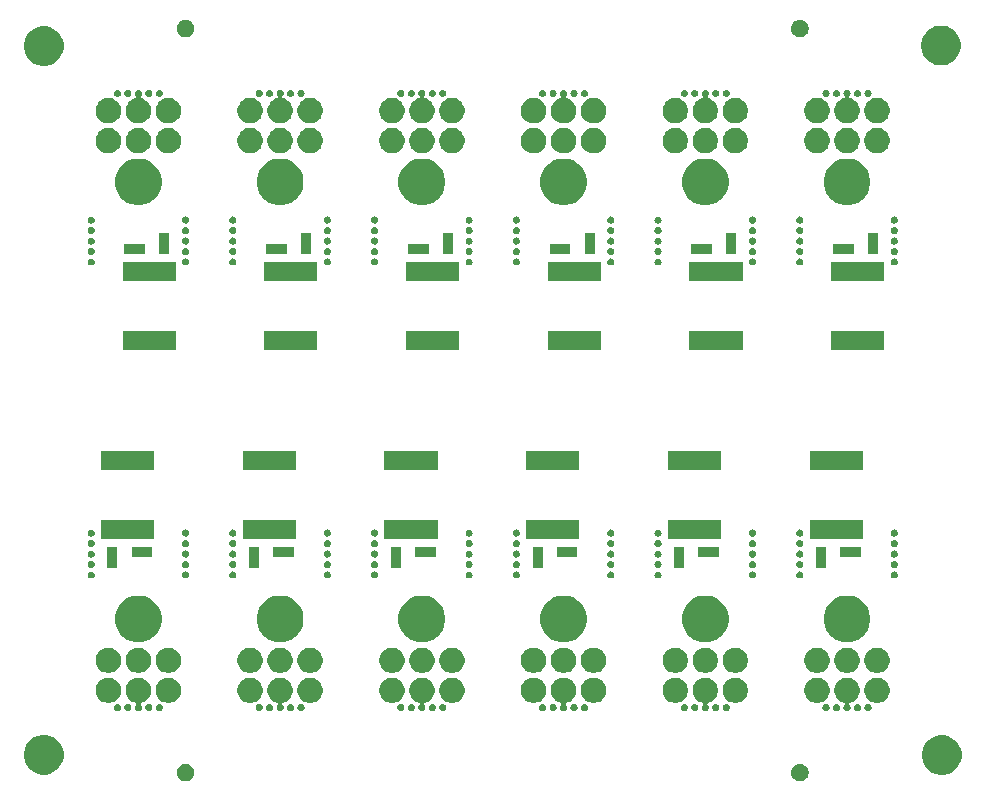
<source format=gts>
G04 #@! TF.GenerationSoftware,KiCad,Pcbnew,5.0.2-bee76a0~70~ubuntu18.04.1*
G04 #@! TF.CreationDate,2020-03-16T11:34:46+01:00*
G04 #@! TF.ProjectId,output.A1335_long_I2C_panel,6f757470-7574-42e4-9131-3333355f6c6f,rev?*
G04 #@! TF.SameCoordinates,Original*
G04 #@! TF.FileFunction,Soldermask,Top*
G04 #@! TF.FilePolarity,Negative*
%FSLAX46Y46*%
G04 Gerber Fmt 4.6, Leading zero omitted, Abs format (unit mm)*
G04 Created by KiCad (PCBNEW 5.0.2-bee76a0~70~ubuntu18.04.1) date Mon 16 Mar 2020 11:34:46 AM CET*
%MOMM*%
%LPD*%
G01*
G04 APERTURE LIST*
%ADD10C,0.100000*%
G04 APERTURE END LIST*
D10*
G36*
X171146318Y-122764411D02*
X171218767Y-122778822D01*
X171255354Y-122793977D01*
X171355257Y-122835358D01*
X171478100Y-122917439D01*
X171582561Y-123021900D01*
X171664642Y-123144743D01*
X171697760Y-123224697D01*
X171721178Y-123281233D01*
X171731274Y-123331987D01*
X171750000Y-123426130D01*
X171750000Y-123573870D01*
X171721178Y-123718766D01*
X171664642Y-123855257D01*
X171582561Y-123978100D01*
X171478100Y-124082561D01*
X171355257Y-124164642D01*
X171275303Y-124197760D01*
X171218767Y-124221178D01*
X171146318Y-124235589D01*
X171073870Y-124250000D01*
X170926130Y-124250000D01*
X170853682Y-124235589D01*
X170781233Y-124221178D01*
X170724697Y-124197760D01*
X170644743Y-124164642D01*
X170521900Y-124082561D01*
X170417439Y-123978100D01*
X170335358Y-123855257D01*
X170278822Y-123718766D01*
X170250000Y-123573870D01*
X170250000Y-123426130D01*
X170268726Y-123331987D01*
X170278822Y-123281233D01*
X170302240Y-123224697D01*
X170335358Y-123144743D01*
X170417439Y-123021900D01*
X170521900Y-122917439D01*
X170644743Y-122835358D01*
X170744646Y-122793977D01*
X170781233Y-122778822D01*
X170853682Y-122764411D01*
X170926130Y-122750000D01*
X171073870Y-122750000D01*
X171146318Y-122764411D01*
X171146318Y-122764411D01*
G37*
G36*
X119146318Y-122764411D02*
X119218767Y-122778822D01*
X119255354Y-122793977D01*
X119355257Y-122835358D01*
X119478100Y-122917439D01*
X119582561Y-123021900D01*
X119664642Y-123144743D01*
X119697760Y-123224697D01*
X119721178Y-123281233D01*
X119731274Y-123331987D01*
X119750000Y-123426130D01*
X119750000Y-123573870D01*
X119721178Y-123718766D01*
X119664642Y-123855257D01*
X119582561Y-123978100D01*
X119478100Y-124082561D01*
X119355257Y-124164642D01*
X119275303Y-124197760D01*
X119218767Y-124221178D01*
X119146318Y-124235589D01*
X119073870Y-124250000D01*
X118926130Y-124250000D01*
X118853682Y-124235589D01*
X118781233Y-124221178D01*
X118724697Y-124197760D01*
X118644743Y-124164642D01*
X118521900Y-124082561D01*
X118417439Y-123978100D01*
X118335358Y-123855257D01*
X118278822Y-123718766D01*
X118250000Y-123573870D01*
X118250000Y-123426130D01*
X118268726Y-123331987D01*
X118278822Y-123281233D01*
X118302240Y-123224697D01*
X118335358Y-123144743D01*
X118417439Y-123021900D01*
X118521900Y-122917439D01*
X118644743Y-122835358D01*
X118744646Y-122793977D01*
X118781233Y-122778822D01*
X118853682Y-122764411D01*
X118926130Y-122750000D01*
X119073870Y-122750000D01*
X119146318Y-122764411D01*
X119146318Y-122764411D01*
G37*
G36*
X183518929Y-120418215D02*
X183823977Y-120544570D01*
X184098518Y-120728013D01*
X184331987Y-120961482D01*
X184515430Y-121236023D01*
X184641785Y-121541071D01*
X184706200Y-121864907D01*
X184706200Y-122195093D01*
X184641785Y-122518929D01*
X184515430Y-122823977D01*
X184331987Y-123098518D01*
X184098518Y-123331987D01*
X183823977Y-123515430D01*
X183518929Y-123641785D01*
X183195093Y-123706200D01*
X182864907Y-123706200D01*
X182541071Y-123641785D01*
X182236023Y-123515430D01*
X181961482Y-123331987D01*
X181728013Y-123098518D01*
X181544570Y-122823977D01*
X181418215Y-122518929D01*
X181353800Y-122195093D01*
X181353800Y-121864907D01*
X181418215Y-121541071D01*
X181544570Y-121236023D01*
X181728013Y-120961482D01*
X181961482Y-120728013D01*
X182236023Y-120544570D01*
X182541071Y-120418215D01*
X182864907Y-120353800D01*
X183195093Y-120353800D01*
X183518929Y-120418215D01*
X183518929Y-120418215D01*
G37*
G36*
X107488929Y-120388215D02*
X107793977Y-120514570D01*
X108068518Y-120698013D01*
X108301987Y-120931482D01*
X108485430Y-121206023D01*
X108611785Y-121511071D01*
X108676200Y-121834907D01*
X108676200Y-122165093D01*
X108611785Y-122488929D01*
X108485430Y-122793977D01*
X108301987Y-123068518D01*
X108068518Y-123301987D01*
X107793977Y-123485430D01*
X107488929Y-123611785D01*
X107165093Y-123676200D01*
X106834907Y-123676200D01*
X106511071Y-123611785D01*
X106206023Y-123485430D01*
X105931482Y-123301987D01*
X105698013Y-123068518D01*
X105514570Y-122793977D01*
X105388215Y-122488929D01*
X105323800Y-122165093D01*
X105323800Y-121834907D01*
X105388215Y-121511071D01*
X105514570Y-121206023D01*
X105698013Y-120931482D01*
X105931482Y-120698013D01*
X106206023Y-120514570D01*
X106511071Y-120388215D01*
X106834907Y-120323800D01*
X107165093Y-120323800D01*
X107488929Y-120388215D01*
X107488929Y-120388215D01*
G37*
G36*
X140862863Y-117710375D02*
X140917678Y-117733080D01*
X140917681Y-117733082D01*
X140967011Y-117766043D01*
X141008963Y-117807995D01*
X141041924Y-117857325D01*
X141041926Y-117857328D01*
X141064631Y-117912143D01*
X141076206Y-117970334D01*
X141076206Y-118029666D01*
X141064631Y-118087857D01*
X141041926Y-118142672D01*
X141041924Y-118142675D01*
X141008963Y-118192005D01*
X140967011Y-118233957D01*
X140917681Y-118266918D01*
X140917678Y-118266920D01*
X140862863Y-118289625D01*
X140804672Y-118301200D01*
X140745340Y-118301200D01*
X140687149Y-118289625D01*
X140632334Y-118266920D01*
X140632331Y-118266918D01*
X140583001Y-118233957D01*
X140541049Y-118192005D01*
X140508088Y-118142675D01*
X140508086Y-118142672D01*
X140485381Y-118087857D01*
X140473806Y-118029666D01*
X140473806Y-117970334D01*
X140485381Y-117912143D01*
X140508086Y-117857328D01*
X140508088Y-117857325D01*
X140541049Y-117807995D01*
X140583001Y-117766043D01*
X140632331Y-117733082D01*
X140632334Y-117733080D01*
X140687149Y-117710375D01*
X140745340Y-117698800D01*
X140804672Y-117698800D01*
X140862863Y-117710375D01*
X140862863Y-117710375D01*
G37*
G36*
X139975361Y-117710375D02*
X140030176Y-117733080D01*
X140030179Y-117733082D01*
X140079509Y-117766043D01*
X140121461Y-117807995D01*
X140154422Y-117857325D01*
X140154424Y-117857328D01*
X140177129Y-117912143D01*
X140188704Y-117970334D01*
X140188704Y-118029666D01*
X140177129Y-118087857D01*
X140154424Y-118142672D01*
X140154422Y-118142675D01*
X140121461Y-118192005D01*
X140079509Y-118233957D01*
X140030179Y-118266918D01*
X140030176Y-118266920D01*
X139975361Y-118289625D01*
X139917170Y-118301200D01*
X139857838Y-118301200D01*
X139799647Y-118289625D01*
X139744832Y-118266920D01*
X139744829Y-118266918D01*
X139695499Y-118233957D01*
X139653547Y-118192005D01*
X139620586Y-118142675D01*
X139620584Y-118142672D01*
X139597879Y-118087857D01*
X139586304Y-118029666D01*
X139586304Y-117970334D01*
X139597879Y-117912143D01*
X139620584Y-117857328D01*
X139620586Y-117857325D01*
X139653547Y-117807995D01*
X139695499Y-117766043D01*
X139744829Y-117733082D01*
X139744832Y-117733080D01*
X139799647Y-117710375D01*
X139857838Y-117698800D01*
X139917170Y-117698800D01*
X139975361Y-117710375D01*
X139975361Y-117710375D01*
G37*
G36*
X139313765Y-115505647D02*
X139509531Y-115586736D01*
X139597922Y-115645797D01*
X139685713Y-115704457D01*
X139835543Y-115854287D01*
X139894203Y-115942078D01*
X139953264Y-116030469D01*
X140034353Y-116226235D01*
X140075690Y-116434052D01*
X140075690Y-116645948D01*
X140034353Y-116853765D01*
X139953264Y-117049531D01*
X139894203Y-117137922D01*
X139835543Y-117225713D01*
X139685713Y-117375543D01*
X139597922Y-117434203D01*
X139509531Y-117493264D01*
X139313765Y-117574353D01*
X139281686Y-117580734D01*
X139258237Y-117587847D01*
X139236626Y-117599398D01*
X139217684Y-117614943D01*
X139202139Y-117633885D01*
X139190587Y-117655496D01*
X139183474Y-117678945D01*
X139181072Y-117703332D01*
X139183474Y-117727718D01*
X139190587Y-117751167D01*
X139202138Y-117772778D01*
X139217684Y-117791720D01*
X139233959Y-117807995D01*
X139266920Y-117857325D01*
X139266922Y-117857328D01*
X139289627Y-117912143D01*
X139301202Y-117970334D01*
X139301202Y-118029666D01*
X139289627Y-118087857D01*
X139266922Y-118142672D01*
X139266920Y-118142675D01*
X139233959Y-118192005D01*
X139192007Y-118233957D01*
X139142677Y-118266918D01*
X139142674Y-118266920D01*
X139087859Y-118289625D01*
X139029668Y-118301200D01*
X138970336Y-118301200D01*
X138912145Y-118289625D01*
X138857330Y-118266920D01*
X138857327Y-118266918D01*
X138807997Y-118233957D01*
X138766045Y-118192005D01*
X138733084Y-118142675D01*
X138733082Y-118142672D01*
X138710377Y-118087857D01*
X138698802Y-118029666D01*
X138698802Y-117970334D01*
X138710377Y-117912143D01*
X138733082Y-117857328D01*
X138733084Y-117857325D01*
X138766045Y-117807995D01*
X138782319Y-117791721D01*
X138797865Y-117772779D01*
X138809416Y-117751168D01*
X138816529Y-117727719D01*
X138818931Y-117703333D01*
X138816529Y-117678947D01*
X138809416Y-117655498D01*
X138797865Y-117633887D01*
X138782319Y-117614945D01*
X138763377Y-117599399D01*
X138741766Y-117587848D01*
X138718318Y-117580735D01*
X138686235Y-117574353D01*
X138490469Y-117493264D01*
X138402078Y-117434203D01*
X138314287Y-117375543D01*
X138164457Y-117225713D01*
X138105797Y-117137922D01*
X138046736Y-117049531D01*
X137965647Y-116853765D01*
X137924310Y-116645948D01*
X137924310Y-116434052D01*
X137965647Y-116226235D01*
X138046736Y-116030469D01*
X138105797Y-115942078D01*
X138164457Y-115854287D01*
X138314287Y-115704457D01*
X138402078Y-115645797D01*
X138490469Y-115586736D01*
X138686235Y-115505647D01*
X138894052Y-115464310D01*
X139105948Y-115464310D01*
X139313765Y-115505647D01*
X139313765Y-115505647D01*
G37*
G36*
X138200357Y-117710375D02*
X138255172Y-117733080D01*
X138255175Y-117733082D01*
X138304505Y-117766043D01*
X138346457Y-117807995D01*
X138379418Y-117857325D01*
X138379420Y-117857328D01*
X138402125Y-117912143D01*
X138413700Y-117970334D01*
X138413700Y-118029666D01*
X138402125Y-118087857D01*
X138379420Y-118142672D01*
X138379418Y-118142675D01*
X138346457Y-118192005D01*
X138304505Y-118233957D01*
X138255175Y-118266918D01*
X138255172Y-118266920D01*
X138200357Y-118289625D01*
X138142166Y-118301200D01*
X138082834Y-118301200D01*
X138024643Y-118289625D01*
X137969828Y-118266920D01*
X137969825Y-118266918D01*
X137920495Y-118233957D01*
X137878543Y-118192005D01*
X137845582Y-118142675D01*
X137845580Y-118142672D01*
X137822875Y-118087857D01*
X137811300Y-118029666D01*
X137811300Y-117970334D01*
X137822875Y-117912143D01*
X137845580Y-117857328D01*
X137845582Y-117857325D01*
X137878543Y-117807995D01*
X137920495Y-117766043D01*
X137969825Y-117733082D01*
X137969828Y-117733080D01*
X138024643Y-117710375D01*
X138082834Y-117698800D01*
X138142166Y-117698800D01*
X138200357Y-117710375D01*
X138200357Y-117710375D01*
G37*
G36*
X137312855Y-117710375D02*
X137367670Y-117733080D01*
X137367673Y-117733082D01*
X137417003Y-117766043D01*
X137458955Y-117807995D01*
X137491916Y-117857325D01*
X137491918Y-117857328D01*
X137514623Y-117912143D01*
X137526198Y-117970334D01*
X137526198Y-118029666D01*
X137514623Y-118087857D01*
X137491918Y-118142672D01*
X137491916Y-118142675D01*
X137458955Y-118192005D01*
X137417003Y-118233957D01*
X137367673Y-118266918D01*
X137367670Y-118266920D01*
X137312855Y-118289625D01*
X137254664Y-118301200D01*
X137195332Y-118301200D01*
X137137141Y-118289625D01*
X137082326Y-118266920D01*
X137082323Y-118266918D01*
X137032993Y-118233957D01*
X136991041Y-118192005D01*
X136958080Y-118142675D01*
X136958078Y-118142672D01*
X136935373Y-118087857D01*
X136923798Y-118029666D01*
X136923798Y-117970334D01*
X136935373Y-117912143D01*
X136958078Y-117857328D01*
X136958080Y-117857325D01*
X136991041Y-117807995D01*
X137032993Y-117766043D01*
X137082323Y-117733082D01*
X137082326Y-117733080D01*
X137137141Y-117710375D01*
X137195332Y-117698800D01*
X137254664Y-117698800D01*
X137312855Y-117710375D01*
X137312855Y-117710375D01*
G37*
G36*
X128862863Y-117710375D02*
X128917678Y-117733080D01*
X128917681Y-117733082D01*
X128967011Y-117766043D01*
X129008963Y-117807995D01*
X129041924Y-117857325D01*
X129041926Y-117857328D01*
X129064631Y-117912143D01*
X129076206Y-117970334D01*
X129076206Y-118029666D01*
X129064631Y-118087857D01*
X129041926Y-118142672D01*
X129041924Y-118142675D01*
X129008963Y-118192005D01*
X128967011Y-118233957D01*
X128917681Y-118266918D01*
X128917678Y-118266920D01*
X128862863Y-118289625D01*
X128804672Y-118301200D01*
X128745340Y-118301200D01*
X128687149Y-118289625D01*
X128632334Y-118266920D01*
X128632331Y-118266918D01*
X128583001Y-118233957D01*
X128541049Y-118192005D01*
X128508088Y-118142675D01*
X128508086Y-118142672D01*
X128485381Y-118087857D01*
X128473806Y-118029666D01*
X128473806Y-117970334D01*
X128485381Y-117912143D01*
X128508086Y-117857328D01*
X128508088Y-117857325D01*
X128541049Y-117807995D01*
X128583001Y-117766043D01*
X128632331Y-117733082D01*
X128632334Y-117733080D01*
X128687149Y-117710375D01*
X128745340Y-117698800D01*
X128804672Y-117698800D01*
X128862863Y-117710375D01*
X128862863Y-117710375D01*
G37*
G36*
X127975361Y-117710375D02*
X128030176Y-117733080D01*
X128030179Y-117733082D01*
X128079509Y-117766043D01*
X128121461Y-117807995D01*
X128154422Y-117857325D01*
X128154424Y-117857328D01*
X128177129Y-117912143D01*
X128188704Y-117970334D01*
X128188704Y-118029666D01*
X128177129Y-118087857D01*
X128154424Y-118142672D01*
X128154422Y-118142675D01*
X128121461Y-118192005D01*
X128079509Y-118233957D01*
X128030179Y-118266918D01*
X128030176Y-118266920D01*
X127975361Y-118289625D01*
X127917170Y-118301200D01*
X127857838Y-118301200D01*
X127799647Y-118289625D01*
X127744832Y-118266920D01*
X127744829Y-118266918D01*
X127695499Y-118233957D01*
X127653547Y-118192005D01*
X127620586Y-118142675D01*
X127620584Y-118142672D01*
X127597879Y-118087857D01*
X127586304Y-118029666D01*
X127586304Y-117970334D01*
X127597879Y-117912143D01*
X127620584Y-117857328D01*
X127620586Y-117857325D01*
X127653547Y-117807995D01*
X127695499Y-117766043D01*
X127744829Y-117733082D01*
X127744832Y-117733080D01*
X127799647Y-117710375D01*
X127857838Y-117698800D01*
X127917170Y-117698800D01*
X127975361Y-117710375D01*
X127975361Y-117710375D01*
G37*
G36*
X127313765Y-115505647D02*
X127509531Y-115586736D01*
X127597922Y-115645797D01*
X127685713Y-115704457D01*
X127835543Y-115854287D01*
X127894203Y-115942078D01*
X127953264Y-116030469D01*
X128034353Y-116226235D01*
X128075690Y-116434052D01*
X128075690Y-116645948D01*
X128034353Y-116853765D01*
X127953264Y-117049531D01*
X127894203Y-117137922D01*
X127835543Y-117225713D01*
X127685713Y-117375543D01*
X127597922Y-117434203D01*
X127509531Y-117493264D01*
X127313765Y-117574353D01*
X127281686Y-117580734D01*
X127258237Y-117587847D01*
X127236626Y-117599398D01*
X127217684Y-117614943D01*
X127202139Y-117633885D01*
X127190587Y-117655496D01*
X127183474Y-117678945D01*
X127181072Y-117703332D01*
X127183474Y-117727718D01*
X127190587Y-117751167D01*
X127202138Y-117772778D01*
X127217684Y-117791720D01*
X127233959Y-117807995D01*
X127266920Y-117857325D01*
X127266922Y-117857328D01*
X127289627Y-117912143D01*
X127301202Y-117970334D01*
X127301202Y-118029666D01*
X127289627Y-118087857D01*
X127266922Y-118142672D01*
X127266920Y-118142675D01*
X127233959Y-118192005D01*
X127192007Y-118233957D01*
X127142677Y-118266918D01*
X127142674Y-118266920D01*
X127087859Y-118289625D01*
X127029668Y-118301200D01*
X126970336Y-118301200D01*
X126912145Y-118289625D01*
X126857330Y-118266920D01*
X126857327Y-118266918D01*
X126807997Y-118233957D01*
X126766045Y-118192005D01*
X126733084Y-118142675D01*
X126733082Y-118142672D01*
X126710377Y-118087857D01*
X126698802Y-118029666D01*
X126698802Y-117970334D01*
X126710377Y-117912143D01*
X126733082Y-117857328D01*
X126733084Y-117857325D01*
X126766045Y-117807995D01*
X126782319Y-117791721D01*
X126797865Y-117772779D01*
X126809416Y-117751168D01*
X126816529Y-117727719D01*
X126818931Y-117703333D01*
X126816529Y-117678947D01*
X126809416Y-117655498D01*
X126797865Y-117633887D01*
X126782319Y-117614945D01*
X126763377Y-117599399D01*
X126741766Y-117587848D01*
X126718318Y-117580735D01*
X126686235Y-117574353D01*
X126490469Y-117493264D01*
X126402078Y-117434203D01*
X126314287Y-117375543D01*
X126164457Y-117225713D01*
X126105797Y-117137922D01*
X126046736Y-117049531D01*
X125965647Y-116853765D01*
X125924310Y-116645948D01*
X125924310Y-116434052D01*
X125965647Y-116226235D01*
X126046736Y-116030469D01*
X126105797Y-115942078D01*
X126164457Y-115854287D01*
X126314287Y-115704457D01*
X126402078Y-115645797D01*
X126490469Y-115586736D01*
X126686235Y-115505647D01*
X126894052Y-115464310D01*
X127105948Y-115464310D01*
X127313765Y-115505647D01*
X127313765Y-115505647D01*
G37*
G36*
X126200357Y-117710375D02*
X126255172Y-117733080D01*
X126255175Y-117733082D01*
X126304505Y-117766043D01*
X126346457Y-117807995D01*
X126379418Y-117857325D01*
X126379420Y-117857328D01*
X126402125Y-117912143D01*
X126413700Y-117970334D01*
X126413700Y-118029666D01*
X126402125Y-118087857D01*
X126379420Y-118142672D01*
X126379418Y-118142675D01*
X126346457Y-118192005D01*
X126304505Y-118233957D01*
X126255175Y-118266918D01*
X126255172Y-118266920D01*
X126200357Y-118289625D01*
X126142166Y-118301200D01*
X126082834Y-118301200D01*
X126024643Y-118289625D01*
X125969828Y-118266920D01*
X125969825Y-118266918D01*
X125920495Y-118233957D01*
X125878543Y-118192005D01*
X125845582Y-118142675D01*
X125845580Y-118142672D01*
X125822875Y-118087857D01*
X125811300Y-118029666D01*
X125811300Y-117970334D01*
X125822875Y-117912143D01*
X125845580Y-117857328D01*
X125845582Y-117857325D01*
X125878543Y-117807995D01*
X125920495Y-117766043D01*
X125969825Y-117733082D01*
X125969828Y-117733080D01*
X126024643Y-117710375D01*
X126082834Y-117698800D01*
X126142166Y-117698800D01*
X126200357Y-117710375D01*
X126200357Y-117710375D01*
G37*
G36*
X125312855Y-117710375D02*
X125367670Y-117733080D01*
X125367673Y-117733082D01*
X125417003Y-117766043D01*
X125458955Y-117807995D01*
X125491916Y-117857325D01*
X125491918Y-117857328D01*
X125514623Y-117912143D01*
X125526198Y-117970334D01*
X125526198Y-118029666D01*
X125514623Y-118087857D01*
X125491918Y-118142672D01*
X125491916Y-118142675D01*
X125458955Y-118192005D01*
X125417003Y-118233957D01*
X125367673Y-118266918D01*
X125367670Y-118266920D01*
X125312855Y-118289625D01*
X125254664Y-118301200D01*
X125195332Y-118301200D01*
X125137141Y-118289625D01*
X125082326Y-118266920D01*
X125082323Y-118266918D01*
X125032993Y-118233957D01*
X124991041Y-118192005D01*
X124958080Y-118142675D01*
X124958078Y-118142672D01*
X124935373Y-118087857D01*
X124923798Y-118029666D01*
X124923798Y-117970334D01*
X124935373Y-117912143D01*
X124958078Y-117857328D01*
X124958080Y-117857325D01*
X124991041Y-117807995D01*
X125032993Y-117766043D01*
X125082323Y-117733082D01*
X125082326Y-117733080D01*
X125137141Y-117710375D01*
X125195332Y-117698800D01*
X125254664Y-117698800D01*
X125312855Y-117710375D01*
X125312855Y-117710375D01*
G37*
G36*
X116862863Y-117710375D02*
X116917678Y-117733080D01*
X116917681Y-117733082D01*
X116967011Y-117766043D01*
X117008963Y-117807995D01*
X117041924Y-117857325D01*
X117041926Y-117857328D01*
X117064631Y-117912143D01*
X117076206Y-117970334D01*
X117076206Y-118029666D01*
X117064631Y-118087857D01*
X117041926Y-118142672D01*
X117041924Y-118142675D01*
X117008963Y-118192005D01*
X116967011Y-118233957D01*
X116917681Y-118266918D01*
X116917678Y-118266920D01*
X116862863Y-118289625D01*
X116804672Y-118301200D01*
X116745340Y-118301200D01*
X116687149Y-118289625D01*
X116632334Y-118266920D01*
X116632331Y-118266918D01*
X116583001Y-118233957D01*
X116541049Y-118192005D01*
X116508088Y-118142675D01*
X116508086Y-118142672D01*
X116485381Y-118087857D01*
X116473806Y-118029666D01*
X116473806Y-117970334D01*
X116485381Y-117912143D01*
X116508086Y-117857328D01*
X116508088Y-117857325D01*
X116541049Y-117807995D01*
X116583001Y-117766043D01*
X116632331Y-117733082D01*
X116632334Y-117733080D01*
X116687149Y-117710375D01*
X116745340Y-117698800D01*
X116804672Y-117698800D01*
X116862863Y-117710375D01*
X116862863Y-117710375D01*
G37*
G36*
X115975361Y-117710375D02*
X116030176Y-117733080D01*
X116030179Y-117733082D01*
X116079509Y-117766043D01*
X116121461Y-117807995D01*
X116154422Y-117857325D01*
X116154424Y-117857328D01*
X116177129Y-117912143D01*
X116188704Y-117970334D01*
X116188704Y-118029666D01*
X116177129Y-118087857D01*
X116154424Y-118142672D01*
X116154422Y-118142675D01*
X116121461Y-118192005D01*
X116079509Y-118233957D01*
X116030179Y-118266918D01*
X116030176Y-118266920D01*
X115975361Y-118289625D01*
X115917170Y-118301200D01*
X115857838Y-118301200D01*
X115799647Y-118289625D01*
X115744832Y-118266920D01*
X115744829Y-118266918D01*
X115695499Y-118233957D01*
X115653547Y-118192005D01*
X115620586Y-118142675D01*
X115620584Y-118142672D01*
X115597879Y-118087857D01*
X115586304Y-118029666D01*
X115586304Y-117970334D01*
X115597879Y-117912143D01*
X115620584Y-117857328D01*
X115620586Y-117857325D01*
X115653547Y-117807995D01*
X115695499Y-117766043D01*
X115744829Y-117733082D01*
X115744832Y-117733080D01*
X115799647Y-117710375D01*
X115857838Y-117698800D01*
X115917170Y-117698800D01*
X115975361Y-117710375D01*
X115975361Y-117710375D01*
G37*
G36*
X115313765Y-115505647D02*
X115509531Y-115586736D01*
X115597922Y-115645797D01*
X115685713Y-115704457D01*
X115835543Y-115854287D01*
X115894203Y-115942078D01*
X115953264Y-116030469D01*
X116034353Y-116226235D01*
X116075690Y-116434052D01*
X116075690Y-116645948D01*
X116034353Y-116853765D01*
X115953264Y-117049531D01*
X115894203Y-117137922D01*
X115835543Y-117225713D01*
X115685713Y-117375543D01*
X115597922Y-117434203D01*
X115509531Y-117493264D01*
X115313765Y-117574353D01*
X115281686Y-117580734D01*
X115258237Y-117587847D01*
X115236626Y-117599398D01*
X115217684Y-117614943D01*
X115202139Y-117633885D01*
X115190587Y-117655496D01*
X115183474Y-117678945D01*
X115181072Y-117703332D01*
X115183474Y-117727718D01*
X115190587Y-117751167D01*
X115202138Y-117772778D01*
X115217684Y-117791720D01*
X115233959Y-117807995D01*
X115266920Y-117857325D01*
X115266922Y-117857328D01*
X115289627Y-117912143D01*
X115301202Y-117970334D01*
X115301202Y-118029666D01*
X115289627Y-118087857D01*
X115266922Y-118142672D01*
X115266920Y-118142675D01*
X115233959Y-118192005D01*
X115192007Y-118233957D01*
X115142677Y-118266918D01*
X115142674Y-118266920D01*
X115087859Y-118289625D01*
X115029668Y-118301200D01*
X114970336Y-118301200D01*
X114912145Y-118289625D01*
X114857330Y-118266920D01*
X114857327Y-118266918D01*
X114807997Y-118233957D01*
X114766045Y-118192005D01*
X114733084Y-118142675D01*
X114733082Y-118142672D01*
X114710377Y-118087857D01*
X114698802Y-118029666D01*
X114698802Y-117970334D01*
X114710377Y-117912143D01*
X114733082Y-117857328D01*
X114733084Y-117857325D01*
X114766045Y-117807995D01*
X114782319Y-117791721D01*
X114797865Y-117772779D01*
X114809416Y-117751168D01*
X114816529Y-117727719D01*
X114818931Y-117703333D01*
X114816529Y-117678947D01*
X114809416Y-117655498D01*
X114797865Y-117633887D01*
X114782319Y-117614945D01*
X114763377Y-117599399D01*
X114741766Y-117587848D01*
X114718318Y-117580735D01*
X114686235Y-117574353D01*
X114490469Y-117493264D01*
X114402078Y-117434203D01*
X114314287Y-117375543D01*
X114164457Y-117225713D01*
X114105797Y-117137922D01*
X114046736Y-117049531D01*
X113965647Y-116853765D01*
X113924310Y-116645948D01*
X113924310Y-116434052D01*
X113965647Y-116226235D01*
X114046736Y-116030469D01*
X114105797Y-115942078D01*
X114164457Y-115854287D01*
X114314287Y-115704457D01*
X114402078Y-115645797D01*
X114490469Y-115586736D01*
X114686235Y-115505647D01*
X114894052Y-115464310D01*
X115105948Y-115464310D01*
X115313765Y-115505647D01*
X115313765Y-115505647D01*
G37*
G36*
X114200357Y-117710375D02*
X114255172Y-117733080D01*
X114255175Y-117733082D01*
X114304505Y-117766043D01*
X114346457Y-117807995D01*
X114379418Y-117857325D01*
X114379420Y-117857328D01*
X114402125Y-117912143D01*
X114413700Y-117970334D01*
X114413700Y-118029666D01*
X114402125Y-118087857D01*
X114379420Y-118142672D01*
X114379418Y-118142675D01*
X114346457Y-118192005D01*
X114304505Y-118233957D01*
X114255175Y-118266918D01*
X114255172Y-118266920D01*
X114200357Y-118289625D01*
X114142166Y-118301200D01*
X114082834Y-118301200D01*
X114024643Y-118289625D01*
X113969828Y-118266920D01*
X113969825Y-118266918D01*
X113920495Y-118233957D01*
X113878543Y-118192005D01*
X113845582Y-118142675D01*
X113845580Y-118142672D01*
X113822875Y-118087857D01*
X113811300Y-118029666D01*
X113811300Y-117970334D01*
X113822875Y-117912143D01*
X113845580Y-117857328D01*
X113845582Y-117857325D01*
X113878543Y-117807995D01*
X113920495Y-117766043D01*
X113969825Y-117733082D01*
X113969828Y-117733080D01*
X114024643Y-117710375D01*
X114082834Y-117698800D01*
X114142166Y-117698800D01*
X114200357Y-117710375D01*
X114200357Y-117710375D01*
G37*
G36*
X113312855Y-117710375D02*
X113367670Y-117733080D01*
X113367673Y-117733082D01*
X113417003Y-117766043D01*
X113458955Y-117807995D01*
X113491916Y-117857325D01*
X113491918Y-117857328D01*
X113514623Y-117912143D01*
X113526198Y-117970334D01*
X113526198Y-118029666D01*
X113514623Y-118087857D01*
X113491918Y-118142672D01*
X113491916Y-118142675D01*
X113458955Y-118192005D01*
X113417003Y-118233957D01*
X113367673Y-118266918D01*
X113367670Y-118266920D01*
X113312855Y-118289625D01*
X113254664Y-118301200D01*
X113195332Y-118301200D01*
X113137141Y-118289625D01*
X113082326Y-118266920D01*
X113082323Y-118266918D01*
X113032993Y-118233957D01*
X112991041Y-118192005D01*
X112958080Y-118142675D01*
X112958078Y-118142672D01*
X112935373Y-118087857D01*
X112923798Y-118029666D01*
X112923798Y-117970334D01*
X112935373Y-117912143D01*
X112958078Y-117857328D01*
X112958080Y-117857325D01*
X112991041Y-117807995D01*
X113032993Y-117766043D01*
X113082323Y-117733082D01*
X113082326Y-117733080D01*
X113137141Y-117710375D01*
X113195332Y-117698800D01*
X113254664Y-117698800D01*
X113312855Y-117710375D01*
X113312855Y-117710375D01*
G37*
G36*
X163313765Y-115505647D02*
X163509531Y-115586736D01*
X163597922Y-115645797D01*
X163685713Y-115704457D01*
X163835543Y-115854287D01*
X163894203Y-115942078D01*
X163953264Y-116030469D01*
X164034353Y-116226235D01*
X164075690Y-116434052D01*
X164075690Y-116645948D01*
X164034353Y-116853765D01*
X163953264Y-117049531D01*
X163894203Y-117137922D01*
X163835543Y-117225713D01*
X163685713Y-117375543D01*
X163597922Y-117434203D01*
X163509531Y-117493264D01*
X163313765Y-117574353D01*
X163281686Y-117580734D01*
X163258237Y-117587847D01*
X163236626Y-117599398D01*
X163217684Y-117614943D01*
X163202139Y-117633885D01*
X163190587Y-117655496D01*
X163183474Y-117678945D01*
X163181072Y-117703332D01*
X163183474Y-117727718D01*
X163190587Y-117751167D01*
X163202138Y-117772778D01*
X163217684Y-117791720D01*
X163233959Y-117807995D01*
X163266920Y-117857325D01*
X163266922Y-117857328D01*
X163289627Y-117912143D01*
X163301202Y-117970334D01*
X163301202Y-118029666D01*
X163289627Y-118087857D01*
X163266922Y-118142672D01*
X163266920Y-118142675D01*
X163233959Y-118192005D01*
X163192007Y-118233957D01*
X163142677Y-118266918D01*
X163142674Y-118266920D01*
X163087859Y-118289625D01*
X163029668Y-118301200D01*
X162970336Y-118301200D01*
X162912145Y-118289625D01*
X162857330Y-118266920D01*
X162857327Y-118266918D01*
X162807997Y-118233957D01*
X162766045Y-118192005D01*
X162733084Y-118142675D01*
X162733082Y-118142672D01*
X162710377Y-118087857D01*
X162698802Y-118029666D01*
X162698802Y-117970334D01*
X162710377Y-117912143D01*
X162733082Y-117857328D01*
X162733084Y-117857325D01*
X162766045Y-117807995D01*
X162782319Y-117791721D01*
X162797865Y-117772779D01*
X162809416Y-117751168D01*
X162816529Y-117727719D01*
X162818931Y-117703333D01*
X162816529Y-117678947D01*
X162809416Y-117655498D01*
X162797865Y-117633887D01*
X162782319Y-117614945D01*
X162763377Y-117599399D01*
X162741766Y-117587848D01*
X162718318Y-117580735D01*
X162686235Y-117574353D01*
X162490469Y-117493264D01*
X162402078Y-117434203D01*
X162314287Y-117375543D01*
X162164457Y-117225713D01*
X162105797Y-117137922D01*
X162046736Y-117049531D01*
X161965647Y-116853765D01*
X161924310Y-116645948D01*
X161924310Y-116434052D01*
X161965647Y-116226235D01*
X162046736Y-116030469D01*
X162105797Y-115942078D01*
X162164457Y-115854287D01*
X162314287Y-115704457D01*
X162402078Y-115645797D01*
X162490469Y-115586736D01*
X162686235Y-115505647D01*
X162894052Y-115464310D01*
X163105948Y-115464310D01*
X163313765Y-115505647D01*
X163313765Y-115505647D01*
G37*
G36*
X149312855Y-117710375D02*
X149367670Y-117733080D01*
X149367673Y-117733082D01*
X149417003Y-117766043D01*
X149458955Y-117807995D01*
X149491916Y-117857325D01*
X149491918Y-117857328D01*
X149514623Y-117912143D01*
X149526198Y-117970334D01*
X149526198Y-118029666D01*
X149514623Y-118087857D01*
X149491918Y-118142672D01*
X149491916Y-118142675D01*
X149458955Y-118192005D01*
X149417003Y-118233957D01*
X149367673Y-118266918D01*
X149367670Y-118266920D01*
X149312855Y-118289625D01*
X149254664Y-118301200D01*
X149195332Y-118301200D01*
X149137141Y-118289625D01*
X149082326Y-118266920D01*
X149082323Y-118266918D01*
X149032993Y-118233957D01*
X148991041Y-118192005D01*
X148958080Y-118142675D01*
X148958078Y-118142672D01*
X148935373Y-118087857D01*
X148923798Y-118029666D01*
X148923798Y-117970334D01*
X148935373Y-117912143D01*
X148958078Y-117857328D01*
X148958080Y-117857325D01*
X148991041Y-117807995D01*
X149032993Y-117766043D01*
X149082323Y-117733082D01*
X149082326Y-117733080D01*
X149137141Y-117710375D01*
X149195332Y-117698800D01*
X149254664Y-117698800D01*
X149312855Y-117710375D01*
X149312855Y-117710375D01*
G37*
G36*
X176862863Y-117710375D02*
X176917678Y-117733080D01*
X176917681Y-117733082D01*
X176967011Y-117766043D01*
X177008963Y-117807995D01*
X177041924Y-117857325D01*
X177041926Y-117857328D01*
X177064631Y-117912143D01*
X177076206Y-117970334D01*
X177076206Y-118029666D01*
X177064631Y-118087857D01*
X177041926Y-118142672D01*
X177041924Y-118142675D01*
X177008963Y-118192005D01*
X176967011Y-118233957D01*
X176917681Y-118266918D01*
X176917678Y-118266920D01*
X176862863Y-118289625D01*
X176804672Y-118301200D01*
X176745340Y-118301200D01*
X176687149Y-118289625D01*
X176632334Y-118266920D01*
X176632331Y-118266918D01*
X176583001Y-118233957D01*
X176541049Y-118192005D01*
X176508088Y-118142675D01*
X176508086Y-118142672D01*
X176485381Y-118087857D01*
X176473806Y-118029666D01*
X176473806Y-117970334D01*
X176485381Y-117912143D01*
X176508086Y-117857328D01*
X176508088Y-117857325D01*
X176541049Y-117807995D01*
X176583001Y-117766043D01*
X176632331Y-117733082D01*
X176632334Y-117733080D01*
X176687149Y-117710375D01*
X176745340Y-117698800D01*
X176804672Y-117698800D01*
X176862863Y-117710375D01*
X176862863Y-117710375D01*
G37*
G36*
X150200357Y-117710375D02*
X150255172Y-117733080D01*
X150255175Y-117733082D01*
X150304505Y-117766043D01*
X150346457Y-117807995D01*
X150379418Y-117857325D01*
X150379420Y-117857328D01*
X150402125Y-117912143D01*
X150413700Y-117970334D01*
X150413700Y-118029666D01*
X150402125Y-118087857D01*
X150379420Y-118142672D01*
X150379418Y-118142675D01*
X150346457Y-118192005D01*
X150304505Y-118233957D01*
X150255175Y-118266918D01*
X150255172Y-118266920D01*
X150200357Y-118289625D01*
X150142166Y-118301200D01*
X150082834Y-118301200D01*
X150024643Y-118289625D01*
X149969828Y-118266920D01*
X149969825Y-118266918D01*
X149920495Y-118233957D01*
X149878543Y-118192005D01*
X149845582Y-118142675D01*
X149845580Y-118142672D01*
X149822875Y-118087857D01*
X149811300Y-118029666D01*
X149811300Y-117970334D01*
X149822875Y-117912143D01*
X149845580Y-117857328D01*
X149845582Y-117857325D01*
X149878543Y-117807995D01*
X149920495Y-117766043D01*
X149969825Y-117733082D01*
X149969828Y-117733080D01*
X150024643Y-117710375D01*
X150082834Y-117698800D01*
X150142166Y-117698800D01*
X150200357Y-117710375D01*
X150200357Y-117710375D01*
G37*
G36*
X151313765Y-115505647D02*
X151509531Y-115586736D01*
X151597922Y-115645797D01*
X151685713Y-115704457D01*
X151835543Y-115854287D01*
X151894203Y-115942078D01*
X151953264Y-116030469D01*
X152034353Y-116226235D01*
X152075690Y-116434052D01*
X152075690Y-116645948D01*
X152034353Y-116853765D01*
X151953264Y-117049531D01*
X151894203Y-117137922D01*
X151835543Y-117225713D01*
X151685713Y-117375543D01*
X151597922Y-117434203D01*
X151509531Y-117493264D01*
X151313765Y-117574353D01*
X151281686Y-117580734D01*
X151258237Y-117587847D01*
X151236626Y-117599398D01*
X151217684Y-117614943D01*
X151202139Y-117633885D01*
X151190587Y-117655496D01*
X151183474Y-117678945D01*
X151181072Y-117703332D01*
X151183474Y-117727718D01*
X151190587Y-117751167D01*
X151202138Y-117772778D01*
X151217684Y-117791720D01*
X151233959Y-117807995D01*
X151266920Y-117857325D01*
X151266922Y-117857328D01*
X151289627Y-117912143D01*
X151301202Y-117970334D01*
X151301202Y-118029666D01*
X151289627Y-118087857D01*
X151266922Y-118142672D01*
X151266920Y-118142675D01*
X151233959Y-118192005D01*
X151192007Y-118233957D01*
X151142677Y-118266918D01*
X151142674Y-118266920D01*
X151087859Y-118289625D01*
X151029668Y-118301200D01*
X150970336Y-118301200D01*
X150912145Y-118289625D01*
X150857330Y-118266920D01*
X150857327Y-118266918D01*
X150807997Y-118233957D01*
X150766045Y-118192005D01*
X150733084Y-118142675D01*
X150733082Y-118142672D01*
X150710377Y-118087857D01*
X150698802Y-118029666D01*
X150698802Y-117970334D01*
X150710377Y-117912143D01*
X150733082Y-117857328D01*
X150733084Y-117857325D01*
X150766045Y-117807995D01*
X150782319Y-117791721D01*
X150797865Y-117772779D01*
X150809416Y-117751168D01*
X150816529Y-117727719D01*
X150818931Y-117703333D01*
X150816529Y-117678947D01*
X150809416Y-117655498D01*
X150797865Y-117633887D01*
X150782319Y-117614945D01*
X150763377Y-117599399D01*
X150741766Y-117587848D01*
X150718318Y-117580735D01*
X150686235Y-117574353D01*
X150490469Y-117493264D01*
X150402078Y-117434203D01*
X150314287Y-117375543D01*
X150164457Y-117225713D01*
X150105797Y-117137922D01*
X150046736Y-117049531D01*
X149965647Y-116853765D01*
X149924310Y-116645948D01*
X149924310Y-116434052D01*
X149965647Y-116226235D01*
X150046736Y-116030469D01*
X150105797Y-115942078D01*
X150164457Y-115854287D01*
X150314287Y-115704457D01*
X150402078Y-115645797D01*
X150490469Y-115586736D01*
X150686235Y-115505647D01*
X150894052Y-115464310D01*
X151105948Y-115464310D01*
X151313765Y-115505647D01*
X151313765Y-115505647D01*
G37*
G36*
X151975361Y-117710375D02*
X152030176Y-117733080D01*
X152030179Y-117733082D01*
X152079509Y-117766043D01*
X152121461Y-117807995D01*
X152154422Y-117857325D01*
X152154424Y-117857328D01*
X152177129Y-117912143D01*
X152188704Y-117970334D01*
X152188704Y-118029666D01*
X152177129Y-118087857D01*
X152154424Y-118142672D01*
X152154422Y-118142675D01*
X152121461Y-118192005D01*
X152079509Y-118233957D01*
X152030179Y-118266918D01*
X152030176Y-118266920D01*
X151975361Y-118289625D01*
X151917170Y-118301200D01*
X151857838Y-118301200D01*
X151799647Y-118289625D01*
X151744832Y-118266920D01*
X151744829Y-118266918D01*
X151695499Y-118233957D01*
X151653547Y-118192005D01*
X151620586Y-118142675D01*
X151620584Y-118142672D01*
X151597879Y-118087857D01*
X151586304Y-118029666D01*
X151586304Y-117970334D01*
X151597879Y-117912143D01*
X151620584Y-117857328D01*
X151620586Y-117857325D01*
X151653547Y-117807995D01*
X151695499Y-117766043D01*
X151744829Y-117733082D01*
X151744832Y-117733080D01*
X151799647Y-117710375D01*
X151857838Y-117698800D01*
X151917170Y-117698800D01*
X151975361Y-117710375D01*
X151975361Y-117710375D01*
G37*
G36*
X152862863Y-117710375D02*
X152917678Y-117733080D01*
X152917681Y-117733082D01*
X152967011Y-117766043D01*
X153008963Y-117807995D01*
X153041924Y-117857325D01*
X153041926Y-117857328D01*
X153064631Y-117912143D01*
X153076206Y-117970334D01*
X153076206Y-118029666D01*
X153064631Y-118087857D01*
X153041926Y-118142672D01*
X153041924Y-118142675D01*
X153008963Y-118192005D01*
X152967011Y-118233957D01*
X152917681Y-118266918D01*
X152917678Y-118266920D01*
X152862863Y-118289625D01*
X152804672Y-118301200D01*
X152745340Y-118301200D01*
X152687149Y-118289625D01*
X152632334Y-118266920D01*
X152632331Y-118266918D01*
X152583001Y-118233957D01*
X152541049Y-118192005D01*
X152508088Y-118142675D01*
X152508086Y-118142672D01*
X152485381Y-118087857D01*
X152473806Y-118029666D01*
X152473806Y-117970334D01*
X152485381Y-117912143D01*
X152508086Y-117857328D01*
X152508088Y-117857325D01*
X152541049Y-117807995D01*
X152583001Y-117766043D01*
X152632331Y-117733082D01*
X152632334Y-117733080D01*
X152687149Y-117710375D01*
X152745340Y-117698800D01*
X152804672Y-117698800D01*
X152862863Y-117710375D01*
X152862863Y-117710375D01*
G37*
G36*
X161312855Y-117710375D02*
X161367670Y-117733080D01*
X161367673Y-117733082D01*
X161417003Y-117766043D01*
X161458955Y-117807995D01*
X161491916Y-117857325D01*
X161491918Y-117857328D01*
X161514623Y-117912143D01*
X161526198Y-117970334D01*
X161526198Y-118029666D01*
X161514623Y-118087857D01*
X161491918Y-118142672D01*
X161491916Y-118142675D01*
X161458955Y-118192005D01*
X161417003Y-118233957D01*
X161367673Y-118266918D01*
X161367670Y-118266920D01*
X161312855Y-118289625D01*
X161254664Y-118301200D01*
X161195332Y-118301200D01*
X161137141Y-118289625D01*
X161082326Y-118266920D01*
X161082323Y-118266918D01*
X161032993Y-118233957D01*
X160991041Y-118192005D01*
X160958080Y-118142675D01*
X160958078Y-118142672D01*
X160935373Y-118087857D01*
X160923798Y-118029666D01*
X160923798Y-117970334D01*
X160935373Y-117912143D01*
X160958078Y-117857328D01*
X160958080Y-117857325D01*
X160991041Y-117807995D01*
X161032993Y-117766043D01*
X161082323Y-117733082D01*
X161082326Y-117733080D01*
X161137141Y-117710375D01*
X161195332Y-117698800D01*
X161254664Y-117698800D01*
X161312855Y-117710375D01*
X161312855Y-117710375D01*
G37*
G36*
X162200357Y-117710375D02*
X162255172Y-117733080D01*
X162255175Y-117733082D01*
X162304505Y-117766043D01*
X162346457Y-117807995D01*
X162379418Y-117857325D01*
X162379420Y-117857328D01*
X162402125Y-117912143D01*
X162413700Y-117970334D01*
X162413700Y-118029666D01*
X162402125Y-118087857D01*
X162379420Y-118142672D01*
X162379418Y-118142675D01*
X162346457Y-118192005D01*
X162304505Y-118233957D01*
X162255175Y-118266918D01*
X162255172Y-118266920D01*
X162200357Y-118289625D01*
X162142166Y-118301200D01*
X162082834Y-118301200D01*
X162024643Y-118289625D01*
X161969828Y-118266920D01*
X161969825Y-118266918D01*
X161920495Y-118233957D01*
X161878543Y-118192005D01*
X161845582Y-118142675D01*
X161845580Y-118142672D01*
X161822875Y-118087857D01*
X161811300Y-118029666D01*
X161811300Y-117970334D01*
X161822875Y-117912143D01*
X161845580Y-117857328D01*
X161845582Y-117857325D01*
X161878543Y-117807995D01*
X161920495Y-117766043D01*
X161969825Y-117733082D01*
X161969828Y-117733080D01*
X162024643Y-117710375D01*
X162082834Y-117698800D01*
X162142166Y-117698800D01*
X162200357Y-117710375D01*
X162200357Y-117710375D01*
G37*
G36*
X163975361Y-117710375D02*
X164030176Y-117733080D01*
X164030179Y-117733082D01*
X164079509Y-117766043D01*
X164121461Y-117807995D01*
X164154422Y-117857325D01*
X164154424Y-117857328D01*
X164177129Y-117912143D01*
X164188704Y-117970334D01*
X164188704Y-118029666D01*
X164177129Y-118087857D01*
X164154424Y-118142672D01*
X164154422Y-118142675D01*
X164121461Y-118192005D01*
X164079509Y-118233957D01*
X164030179Y-118266918D01*
X164030176Y-118266920D01*
X163975361Y-118289625D01*
X163917170Y-118301200D01*
X163857838Y-118301200D01*
X163799647Y-118289625D01*
X163744832Y-118266920D01*
X163744829Y-118266918D01*
X163695499Y-118233957D01*
X163653547Y-118192005D01*
X163620586Y-118142675D01*
X163620584Y-118142672D01*
X163597879Y-118087857D01*
X163586304Y-118029666D01*
X163586304Y-117970334D01*
X163597879Y-117912143D01*
X163620584Y-117857328D01*
X163620586Y-117857325D01*
X163653547Y-117807995D01*
X163695499Y-117766043D01*
X163744829Y-117733082D01*
X163744832Y-117733080D01*
X163799647Y-117710375D01*
X163857838Y-117698800D01*
X163917170Y-117698800D01*
X163975361Y-117710375D01*
X163975361Y-117710375D01*
G37*
G36*
X164862863Y-117710375D02*
X164917678Y-117733080D01*
X164917681Y-117733082D01*
X164967011Y-117766043D01*
X165008963Y-117807995D01*
X165041924Y-117857325D01*
X165041926Y-117857328D01*
X165064631Y-117912143D01*
X165076206Y-117970334D01*
X165076206Y-118029666D01*
X165064631Y-118087857D01*
X165041926Y-118142672D01*
X165041924Y-118142675D01*
X165008963Y-118192005D01*
X164967011Y-118233957D01*
X164917681Y-118266918D01*
X164917678Y-118266920D01*
X164862863Y-118289625D01*
X164804672Y-118301200D01*
X164745340Y-118301200D01*
X164687149Y-118289625D01*
X164632334Y-118266920D01*
X164632331Y-118266918D01*
X164583001Y-118233957D01*
X164541049Y-118192005D01*
X164508088Y-118142675D01*
X164508086Y-118142672D01*
X164485381Y-118087857D01*
X164473806Y-118029666D01*
X164473806Y-117970334D01*
X164485381Y-117912143D01*
X164508086Y-117857328D01*
X164508088Y-117857325D01*
X164541049Y-117807995D01*
X164583001Y-117766043D01*
X164632331Y-117733082D01*
X164632334Y-117733080D01*
X164687149Y-117710375D01*
X164745340Y-117698800D01*
X164804672Y-117698800D01*
X164862863Y-117710375D01*
X164862863Y-117710375D01*
G37*
G36*
X173312855Y-117710375D02*
X173367670Y-117733080D01*
X173367673Y-117733082D01*
X173417003Y-117766043D01*
X173458955Y-117807995D01*
X173491916Y-117857325D01*
X173491918Y-117857328D01*
X173514623Y-117912143D01*
X173526198Y-117970334D01*
X173526198Y-118029666D01*
X173514623Y-118087857D01*
X173491918Y-118142672D01*
X173491916Y-118142675D01*
X173458955Y-118192005D01*
X173417003Y-118233957D01*
X173367673Y-118266918D01*
X173367670Y-118266920D01*
X173312855Y-118289625D01*
X173254664Y-118301200D01*
X173195332Y-118301200D01*
X173137141Y-118289625D01*
X173082326Y-118266920D01*
X173082323Y-118266918D01*
X173032993Y-118233957D01*
X172991041Y-118192005D01*
X172958080Y-118142675D01*
X172958078Y-118142672D01*
X172935373Y-118087857D01*
X172923798Y-118029666D01*
X172923798Y-117970334D01*
X172935373Y-117912143D01*
X172958078Y-117857328D01*
X172958080Y-117857325D01*
X172991041Y-117807995D01*
X173032993Y-117766043D01*
X173082323Y-117733082D01*
X173082326Y-117733080D01*
X173137141Y-117710375D01*
X173195332Y-117698800D01*
X173254664Y-117698800D01*
X173312855Y-117710375D01*
X173312855Y-117710375D01*
G37*
G36*
X174200357Y-117710375D02*
X174255172Y-117733080D01*
X174255175Y-117733082D01*
X174304505Y-117766043D01*
X174346457Y-117807995D01*
X174379418Y-117857325D01*
X174379420Y-117857328D01*
X174402125Y-117912143D01*
X174413700Y-117970334D01*
X174413700Y-118029666D01*
X174402125Y-118087857D01*
X174379420Y-118142672D01*
X174379418Y-118142675D01*
X174346457Y-118192005D01*
X174304505Y-118233957D01*
X174255175Y-118266918D01*
X174255172Y-118266920D01*
X174200357Y-118289625D01*
X174142166Y-118301200D01*
X174082834Y-118301200D01*
X174024643Y-118289625D01*
X173969828Y-118266920D01*
X173969825Y-118266918D01*
X173920495Y-118233957D01*
X173878543Y-118192005D01*
X173845582Y-118142675D01*
X173845580Y-118142672D01*
X173822875Y-118087857D01*
X173811300Y-118029666D01*
X173811300Y-117970334D01*
X173822875Y-117912143D01*
X173845580Y-117857328D01*
X173845582Y-117857325D01*
X173878543Y-117807995D01*
X173920495Y-117766043D01*
X173969825Y-117733082D01*
X173969828Y-117733080D01*
X174024643Y-117710375D01*
X174082834Y-117698800D01*
X174142166Y-117698800D01*
X174200357Y-117710375D01*
X174200357Y-117710375D01*
G37*
G36*
X175313765Y-115505647D02*
X175509531Y-115586736D01*
X175597922Y-115645797D01*
X175685713Y-115704457D01*
X175835543Y-115854287D01*
X175894203Y-115942078D01*
X175953264Y-116030469D01*
X176034353Y-116226235D01*
X176075690Y-116434052D01*
X176075690Y-116645948D01*
X176034353Y-116853765D01*
X175953264Y-117049531D01*
X175894203Y-117137922D01*
X175835543Y-117225713D01*
X175685713Y-117375543D01*
X175597922Y-117434203D01*
X175509531Y-117493264D01*
X175313765Y-117574353D01*
X175281686Y-117580734D01*
X175258237Y-117587847D01*
X175236626Y-117599398D01*
X175217684Y-117614943D01*
X175202139Y-117633885D01*
X175190587Y-117655496D01*
X175183474Y-117678945D01*
X175181072Y-117703332D01*
X175183474Y-117727718D01*
X175190587Y-117751167D01*
X175202138Y-117772778D01*
X175217684Y-117791720D01*
X175233959Y-117807995D01*
X175266920Y-117857325D01*
X175266922Y-117857328D01*
X175289627Y-117912143D01*
X175301202Y-117970334D01*
X175301202Y-118029666D01*
X175289627Y-118087857D01*
X175266922Y-118142672D01*
X175266920Y-118142675D01*
X175233959Y-118192005D01*
X175192007Y-118233957D01*
X175142677Y-118266918D01*
X175142674Y-118266920D01*
X175087859Y-118289625D01*
X175029668Y-118301200D01*
X174970336Y-118301200D01*
X174912145Y-118289625D01*
X174857330Y-118266920D01*
X174857327Y-118266918D01*
X174807997Y-118233957D01*
X174766045Y-118192005D01*
X174733084Y-118142675D01*
X174733082Y-118142672D01*
X174710377Y-118087857D01*
X174698802Y-118029666D01*
X174698802Y-117970334D01*
X174710377Y-117912143D01*
X174733082Y-117857328D01*
X174733084Y-117857325D01*
X174766045Y-117807995D01*
X174782319Y-117791721D01*
X174797865Y-117772779D01*
X174809416Y-117751168D01*
X174816529Y-117727719D01*
X174818931Y-117703333D01*
X174816529Y-117678947D01*
X174809416Y-117655498D01*
X174797865Y-117633887D01*
X174782319Y-117614945D01*
X174763377Y-117599399D01*
X174741766Y-117587848D01*
X174718318Y-117580735D01*
X174686235Y-117574353D01*
X174490469Y-117493264D01*
X174402078Y-117434203D01*
X174314287Y-117375543D01*
X174164457Y-117225713D01*
X174105797Y-117137922D01*
X174046736Y-117049531D01*
X173965647Y-116853765D01*
X173924310Y-116645948D01*
X173924310Y-116434052D01*
X173965647Y-116226235D01*
X174046736Y-116030469D01*
X174105797Y-115942078D01*
X174164457Y-115854287D01*
X174314287Y-115704457D01*
X174402078Y-115645797D01*
X174490469Y-115586736D01*
X174686235Y-115505647D01*
X174894052Y-115464310D01*
X175105948Y-115464310D01*
X175313765Y-115505647D01*
X175313765Y-115505647D01*
G37*
G36*
X175975361Y-117710375D02*
X176030176Y-117733080D01*
X176030179Y-117733082D01*
X176079509Y-117766043D01*
X176121461Y-117807995D01*
X176154422Y-117857325D01*
X176154424Y-117857328D01*
X176177129Y-117912143D01*
X176188704Y-117970334D01*
X176188704Y-118029666D01*
X176177129Y-118087857D01*
X176154424Y-118142672D01*
X176154422Y-118142675D01*
X176121461Y-118192005D01*
X176079509Y-118233957D01*
X176030179Y-118266918D01*
X176030176Y-118266920D01*
X175975361Y-118289625D01*
X175917170Y-118301200D01*
X175857838Y-118301200D01*
X175799647Y-118289625D01*
X175744832Y-118266920D01*
X175744829Y-118266918D01*
X175695499Y-118233957D01*
X175653547Y-118192005D01*
X175620586Y-118142675D01*
X175620584Y-118142672D01*
X175597879Y-118087857D01*
X175586304Y-118029666D01*
X175586304Y-117970334D01*
X175597879Y-117912143D01*
X175620584Y-117857328D01*
X175620586Y-117857325D01*
X175653547Y-117807995D01*
X175695499Y-117766043D01*
X175744829Y-117733082D01*
X175744832Y-117733080D01*
X175799647Y-117710375D01*
X175857838Y-117698800D01*
X175917170Y-117698800D01*
X175975361Y-117710375D01*
X175975361Y-117710375D01*
G37*
G36*
X124773765Y-115505647D02*
X124969531Y-115586736D01*
X125057922Y-115645797D01*
X125145713Y-115704457D01*
X125295543Y-115854287D01*
X125354203Y-115942078D01*
X125413264Y-116030469D01*
X125494353Y-116226235D01*
X125535690Y-116434052D01*
X125535690Y-116645948D01*
X125494353Y-116853765D01*
X125413264Y-117049531D01*
X125354203Y-117137922D01*
X125295543Y-117225713D01*
X125145713Y-117375543D01*
X125057922Y-117434203D01*
X124969531Y-117493264D01*
X124773765Y-117574353D01*
X124565948Y-117615690D01*
X124354052Y-117615690D01*
X124146235Y-117574353D01*
X123950469Y-117493264D01*
X123862078Y-117434203D01*
X123774287Y-117375543D01*
X123624457Y-117225713D01*
X123565797Y-117137922D01*
X123506736Y-117049531D01*
X123425647Y-116853765D01*
X123384310Y-116645948D01*
X123384310Y-116434052D01*
X123425647Y-116226235D01*
X123506736Y-116030469D01*
X123565797Y-115942078D01*
X123624457Y-115854287D01*
X123774287Y-115704457D01*
X123862078Y-115645797D01*
X123950469Y-115586736D01*
X124146235Y-115505647D01*
X124354052Y-115464310D01*
X124565948Y-115464310D01*
X124773765Y-115505647D01*
X124773765Y-115505647D01*
G37*
G36*
X153853765Y-115505647D02*
X154049531Y-115586736D01*
X154137922Y-115645797D01*
X154225713Y-115704457D01*
X154375543Y-115854287D01*
X154434203Y-115942078D01*
X154493264Y-116030469D01*
X154574353Y-116226235D01*
X154615690Y-116434052D01*
X154615690Y-116645948D01*
X154574353Y-116853765D01*
X154493264Y-117049531D01*
X154434203Y-117137922D01*
X154375543Y-117225713D01*
X154225713Y-117375543D01*
X154137922Y-117434203D01*
X154049531Y-117493264D01*
X153853765Y-117574353D01*
X153645948Y-117615690D01*
X153434052Y-117615690D01*
X153226235Y-117574353D01*
X153030469Y-117493264D01*
X152942078Y-117434203D01*
X152854287Y-117375543D01*
X152704457Y-117225713D01*
X152645797Y-117137922D01*
X152586736Y-117049531D01*
X152505647Y-116853765D01*
X152464310Y-116645948D01*
X152464310Y-116434052D01*
X152505647Y-116226235D01*
X152586736Y-116030469D01*
X152645797Y-115942078D01*
X152704457Y-115854287D01*
X152854287Y-115704457D01*
X152942078Y-115645797D01*
X153030469Y-115586736D01*
X153226235Y-115505647D01*
X153434052Y-115464310D01*
X153645948Y-115464310D01*
X153853765Y-115505647D01*
X153853765Y-115505647D01*
G37*
G36*
X117853765Y-115505647D02*
X118049531Y-115586736D01*
X118137922Y-115645797D01*
X118225713Y-115704457D01*
X118375543Y-115854287D01*
X118434203Y-115942078D01*
X118493264Y-116030469D01*
X118574353Y-116226235D01*
X118615690Y-116434052D01*
X118615690Y-116645948D01*
X118574353Y-116853765D01*
X118493264Y-117049531D01*
X118434203Y-117137922D01*
X118375543Y-117225713D01*
X118225713Y-117375543D01*
X118137922Y-117434203D01*
X118049531Y-117493264D01*
X117853765Y-117574353D01*
X117645948Y-117615690D01*
X117434052Y-117615690D01*
X117226235Y-117574353D01*
X117030469Y-117493264D01*
X116942078Y-117434203D01*
X116854287Y-117375543D01*
X116704457Y-117225713D01*
X116645797Y-117137922D01*
X116586736Y-117049531D01*
X116505647Y-116853765D01*
X116464310Y-116645948D01*
X116464310Y-116434052D01*
X116505647Y-116226235D01*
X116586736Y-116030469D01*
X116645797Y-115942078D01*
X116704457Y-115854287D01*
X116854287Y-115704457D01*
X116942078Y-115645797D01*
X117030469Y-115586736D01*
X117226235Y-115505647D01*
X117434052Y-115464310D01*
X117645948Y-115464310D01*
X117853765Y-115505647D01*
X117853765Y-115505647D01*
G37*
G36*
X129853765Y-115505647D02*
X130049531Y-115586736D01*
X130137922Y-115645797D01*
X130225713Y-115704457D01*
X130375543Y-115854287D01*
X130434203Y-115942078D01*
X130493264Y-116030469D01*
X130574353Y-116226235D01*
X130615690Y-116434052D01*
X130615690Y-116645948D01*
X130574353Y-116853765D01*
X130493264Y-117049531D01*
X130434203Y-117137922D01*
X130375543Y-117225713D01*
X130225713Y-117375543D01*
X130137922Y-117434203D01*
X130049531Y-117493264D01*
X129853765Y-117574353D01*
X129645948Y-117615690D01*
X129434052Y-117615690D01*
X129226235Y-117574353D01*
X129030469Y-117493264D01*
X128942078Y-117434203D01*
X128854287Y-117375543D01*
X128704457Y-117225713D01*
X128645797Y-117137922D01*
X128586736Y-117049531D01*
X128505647Y-116853765D01*
X128464310Y-116645948D01*
X128464310Y-116434052D01*
X128505647Y-116226235D01*
X128586736Y-116030469D01*
X128645797Y-115942078D01*
X128704457Y-115854287D01*
X128854287Y-115704457D01*
X128942078Y-115645797D01*
X129030469Y-115586736D01*
X129226235Y-115505647D01*
X129434052Y-115464310D01*
X129645948Y-115464310D01*
X129853765Y-115505647D01*
X129853765Y-115505647D01*
G37*
G36*
X112773765Y-115505647D02*
X112969531Y-115586736D01*
X113057922Y-115645797D01*
X113145713Y-115704457D01*
X113295543Y-115854287D01*
X113354203Y-115942078D01*
X113413264Y-116030469D01*
X113494353Y-116226235D01*
X113535690Y-116434052D01*
X113535690Y-116645948D01*
X113494353Y-116853765D01*
X113413264Y-117049531D01*
X113354203Y-117137922D01*
X113295543Y-117225713D01*
X113145713Y-117375543D01*
X113057922Y-117434203D01*
X112969531Y-117493264D01*
X112773765Y-117574353D01*
X112565948Y-117615690D01*
X112354052Y-117615690D01*
X112146235Y-117574353D01*
X111950469Y-117493264D01*
X111862078Y-117434203D01*
X111774287Y-117375543D01*
X111624457Y-117225713D01*
X111565797Y-117137922D01*
X111506736Y-117049531D01*
X111425647Y-116853765D01*
X111384310Y-116645948D01*
X111384310Y-116434052D01*
X111425647Y-116226235D01*
X111506736Y-116030469D01*
X111565797Y-115942078D01*
X111624457Y-115854287D01*
X111774287Y-115704457D01*
X111862078Y-115645797D01*
X111950469Y-115586736D01*
X112146235Y-115505647D01*
X112354052Y-115464310D01*
X112565948Y-115464310D01*
X112773765Y-115505647D01*
X112773765Y-115505647D01*
G37*
G36*
X141853765Y-115505647D02*
X142049531Y-115586736D01*
X142137922Y-115645797D01*
X142225713Y-115704457D01*
X142375543Y-115854287D01*
X142434203Y-115942078D01*
X142493264Y-116030469D01*
X142574353Y-116226235D01*
X142615690Y-116434052D01*
X142615690Y-116645948D01*
X142574353Y-116853765D01*
X142493264Y-117049531D01*
X142434203Y-117137922D01*
X142375543Y-117225713D01*
X142225713Y-117375543D01*
X142137922Y-117434203D01*
X142049531Y-117493264D01*
X141853765Y-117574353D01*
X141645948Y-117615690D01*
X141434052Y-117615690D01*
X141226235Y-117574353D01*
X141030469Y-117493264D01*
X140942078Y-117434203D01*
X140854287Y-117375543D01*
X140704457Y-117225713D01*
X140645797Y-117137922D01*
X140586736Y-117049531D01*
X140505647Y-116853765D01*
X140464310Y-116645948D01*
X140464310Y-116434052D01*
X140505647Y-116226235D01*
X140586736Y-116030469D01*
X140645797Y-115942078D01*
X140704457Y-115854287D01*
X140854287Y-115704457D01*
X140942078Y-115645797D01*
X141030469Y-115586736D01*
X141226235Y-115505647D01*
X141434052Y-115464310D01*
X141645948Y-115464310D01*
X141853765Y-115505647D01*
X141853765Y-115505647D01*
G37*
G36*
X136773765Y-115505647D02*
X136969531Y-115586736D01*
X137057922Y-115645797D01*
X137145713Y-115704457D01*
X137295543Y-115854287D01*
X137354203Y-115942078D01*
X137413264Y-116030469D01*
X137494353Y-116226235D01*
X137535690Y-116434052D01*
X137535690Y-116645948D01*
X137494353Y-116853765D01*
X137413264Y-117049531D01*
X137354203Y-117137922D01*
X137295543Y-117225713D01*
X137145713Y-117375543D01*
X137057922Y-117434203D01*
X136969531Y-117493264D01*
X136773765Y-117574353D01*
X136565948Y-117615690D01*
X136354052Y-117615690D01*
X136146235Y-117574353D01*
X135950469Y-117493264D01*
X135862078Y-117434203D01*
X135774287Y-117375543D01*
X135624457Y-117225713D01*
X135565797Y-117137922D01*
X135506736Y-117049531D01*
X135425647Y-116853765D01*
X135384310Y-116645948D01*
X135384310Y-116434052D01*
X135425647Y-116226235D01*
X135506736Y-116030469D01*
X135565797Y-115942078D01*
X135624457Y-115854287D01*
X135774287Y-115704457D01*
X135862078Y-115645797D01*
X135950469Y-115586736D01*
X136146235Y-115505647D01*
X136354052Y-115464310D01*
X136565948Y-115464310D01*
X136773765Y-115505647D01*
X136773765Y-115505647D01*
G37*
G36*
X160773765Y-115505647D02*
X160969531Y-115586736D01*
X161057922Y-115645797D01*
X161145713Y-115704457D01*
X161295543Y-115854287D01*
X161354203Y-115942078D01*
X161413264Y-116030469D01*
X161494353Y-116226235D01*
X161535690Y-116434052D01*
X161535690Y-116645948D01*
X161494353Y-116853765D01*
X161413264Y-117049531D01*
X161354203Y-117137922D01*
X161295543Y-117225713D01*
X161145713Y-117375543D01*
X161057922Y-117434203D01*
X160969531Y-117493264D01*
X160773765Y-117574353D01*
X160565948Y-117615690D01*
X160354052Y-117615690D01*
X160146235Y-117574353D01*
X159950469Y-117493264D01*
X159862078Y-117434203D01*
X159774287Y-117375543D01*
X159624457Y-117225713D01*
X159565797Y-117137922D01*
X159506736Y-117049531D01*
X159425647Y-116853765D01*
X159384310Y-116645948D01*
X159384310Y-116434052D01*
X159425647Y-116226235D01*
X159506736Y-116030469D01*
X159565797Y-115942078D01*
X159624457Y-115854287D01*
X159774287Y-115704457D01*
X159862078Y-115645797D01*
X159950469Y-115586736D01*
X160146235Y-115505647D01*
X160354052Y-115464310D01*
X160565948Y-115464310D01*
X160773765Y-115505647D01*
X160773765Y-115505647D01*
G37*
G36*
X177853765Y-115505647D02*
X178049531Y-115586736D01*
X178137922Y-115645797D01*
X178225713Y-115704457D01*
X178375543Y-115854287D01*
X178434203Y-115942078D01*
X178493264Y-116030469D01*
X178574353Y-116226235D01*
X178615690Y-116434052D01*
X178615690Y-116645948D01*
X178574353Y-116853765D01*
X178493264Y-117049531D01*
X178434203Y-117137922D01*
X178375543Y-117225713D01*
X178225713Y-117375543D01*
X178137922Y-117434203D01*
X178049531Y-117493264D01*
X177853765Y-117574353D01*
X177645948Y-117615690D01*
X177434052Y-117615690D01*
X177226235Y-117574353D01*
X177030469Y-117493264D01*
X176942078Y-117434203D01*
X176854287Y-117375543D01*
X176704457Y-117225713D01*
X176645797Y-117137922D01*
X176586736Y-117049531D01*
X176505647Y-116853765D01*
X176464310Y-116645948D01*
X176464310Y-116434052D01*
X176505647Y-116226235D01*
X176586736Y-116030469D01*
X176645797Y-115942078D01*
X176704457Y-115854287D01*
X176854287Y-115704457D01*
X176942078Y-115645797D01*
X177030469Y-115586736D01*
X177226235Y-115505647D01*
X177434052Y-115464310D01*
X177645948Y-115464310D01*
X177853765Y-115505647D01*
X177853765Y-115505647D01*
G37*
G36*
X172773765Y-115505647D02*
X172969531Y-115586736D01*
X173057922Y-115645797D01*
X173145713Y-115704457D01*
X173295543Y-115854287D01*
X173354203Y-115942078D01*
X173413264Y-116030469D01*
X173494353Y-116226235D01*
X173535690Y-116434052D01*
X173535690Y-116645948D01*
X173494353Y-116853765D01*
X173413264Y-117049531D01*
X173354203Y-117137922D01*
X173295543Y-117225713D01*
X173145713Y-117375543D01*
X173057922Y-117434203D01*
X172969531Y-117493264D01*
X172773765Y-117574353D01*
X172565948Y-117615690D01*
X172354052Y-117615690D01*
X172146235Y-117574353D01*
X171950469Y-117493264D01*
X171862078Y-117434203D01*
X171774287Y-117375543D01*
X171624457Y-117225713D01*
X171565797Y-117137922D01*
X171506736Y-117049531D01*
X171425647Y-116853765D01*
X171384310Y-116645948D01*
X171384310Y-116434052D01*
X171425647Y-116226235D01*
X171506736Y-116030469D01*
X171565797Y-115942078D01*
X171624457Y-115854287D01*
X171774287Y-115704457D01*
X171862078Y-115645797D01*
X171950469Y-115586736D01*
X172146235Y-115505647D01*
X172354052Y-115464310D01*
X172565948Y-115464310D01*
X172773765Y-115505647D01*
X172773765Y-115505647D01*
G37*
G36*
X148773765Y-115505647D02*
X148969531Y-115586736D01*
X149057922Y-115645797D01*
X149145713Y-115704457D01*
X149295543Y-115854287D01*
X149354203Y-115942078D01*
X149413264Y-116030469D01*
X149494353Y-116226235D01*
X149535690Y-116434052D01*
X149535690Y-116645948D01*
X149494353Y-116853765D01*
X149413264Y-117049531D01*
X149354203Y-117137922D01*
X149295543Y-117225713D01*
X149145713Y-117375543D01*
X149057922Y-117434203D01*
X148969531Y-117493264D01*
X148773765Y-117574353D01*
X148565948Y-117615690D01*
X148354052Y-117615690D01*
X148146235Y-117574353D01*
X147950469Y-117493264D01*
X147862078Y-117434203D01*
X147774287Y-117375543D01*
X147624457Y-117225713D01*
X147565797Y-117137922D01*
X147506736Y-117049531D01*
X147425647Y-116853765D01*
X147384310Y-116645948D01*
X147384310Y-116434052D01*
X147425647Y-116226235D01*
X147506736Y-116030469D01*
X147565797Y-115942078D01*
X147624457Y-115854287D01*
X147774287Y-115704457D01*
X147862078Y-115645797D01*
X147950469Y-115586736D01*
X148146235Y-115505647D01*
X148354052Y-115464310D01*
X148565948Y-115464310D01*
X148773765Y-115505647D01*
X148773765Y-115505647D01*
G37*
G36*
X165853765Y-115505647D02*
X166049531Y-115586736D01*
X166137922Y-115645797D01*
X166225713Y-115704457D01*
X166375543Y-115854287D01*
X166434203Y-115942078D01*
X166493264Y-116030469D01*
X166574353Y-116226235D01*
X166615690Y-116434052D01*
X166615690Y-116645948D01*
X166574353Y-116853765D01*
X166493264Y-117049531D01*
X166434203Y-117137922D01*
X166375543Y-117225713D01*
X166225713Y-117375543D01*
X166137922Y-117434203D01*
X166049531Y-117493264D01*
X165853765Y-117574353D01*
X165645948Y-117615690D01*
X165434052Y-117615690D01*
X165226235Y-117574353D01*
X165030469Y-117493264D01*
X164942078Y-117434203D01*
X164854287Y-117375543D01*
X164704457Y-117225713D01*
X164645797Y-117137922D01*
X164586736Y-117049531D01*
X164505647Y-116853765D01*
X164464310Y-116645948D01*
X164464310Y-116434052D01*
X164505647Y-116226235D01*
X164586736Y-116030469D01*
X164645797Y-115942078D01*
X164704457Y-115854287D01*
X164854287Y-115704457D01*
X164942078Y-115645797D01*
X165030469Y-115586736D01*
X165226235Y-115505647D01*
X165434052Y-115464310D01*
X165645948Y-115464310D01*
X165853765Y-115505647D01*
X165853765Y-115505647D01*
G37*
G36*
X177853765Y-112965647D02*
X178049531Y-113046736D01*
X178137922Y-113105797D01*
X178225713Y-113164457D01*
X178375543Y-113314287D01*
X178434203Y-113402078D01*
X178493264Y-113490469D01*
X178574353Y-113686235D01*
X178615690Y-113894052D01*
X178615690Y-114105948D01*
X178574353Y-114313765D01*
X178493264Y-114509531D01*
X178434203Y-114597922D01*
X178375543Y-114685713D01*
X178225713Y-114835543D01*
X178137922Y-114894203D01*
X178049531Y-114953264D01*
X177853765Y-115034353D01*
X177645948Y-115075690D01*
X177434052Y-115075690D01*
X177226235Y-115034353D01*
X177030469Y-114953264D01*
X176942078Y-114894203D01*
X176854287Y-114835543D01*
X176704457Y-114685713D01*
X176645797Y-114597922D01*
X176586736Y-114509531D01*
X176505647Y-114313765D01*
X176464310Y-114105948D01*
X176464310Y-113894052D01*
X176505647Y-113686235D01*
X176586736Y-113490469D01*
X176645797Y-113402078D01*
X176704457Y-113314287D01*
X176854287Y-113164457D01*
X176942078Y-113105797D01*
X177030469Y-113046736D01*
X177226235Y-112965647D01*
X177434052Y-112924310D01*
X177645948Y-112924310D01*
X177853765Y-112965647D01*
X177853765Y-112965647D01*
G37*
G36*
X160773765Y-112965647D02*
X160969531Y-113046736D01*
X161057922Y-113105797D01*
X161145713Y-113164457D01*
X161295543Y-113314287D01*
X161354203Y-113402078D01*
X161413264Y-113490469D01*
X161494353Y-113686235D01*
X161535690Y-113894052D01*
X161535690Y-114105948D01*
X161494353Y-114313765D01*
X161413264Y-114509531D01*
X161354203Y-114597922D01*
X161295543Y-114685713D01*
X161145713Y-114835543D01*
X161057922Y-114894203D01*
X160969531Y-114953264D01*
X160773765Y-115034353D01*
X160565948Y-115075690D01*
X160354052Y-115075690D01*
X160146235Y-115034353D01*
X159950469Y-114953264D01*
X159862078Y-114894203D01*
X159774287Y-114835543D01*
X159624457Y-114685713D01*
X159565797Y-114597922D01*
X159506736Y-114509531D01*
X159425647Y-114313765D01*
X159384310Y-114105948D01*
X159384310Y-113894052D01*
X159425647Y-113686235D01*
X159506736Y-113490469D01*
X159565797Y-113402078D01*
X159624457Y-113314287D01*
X159774287Y-113164457D01*
X159862078Y-113105797D01*
X159950469Y-113046736D01*
X160146235Y-112965647D01*
X160354052Y-112924310D01*
X160565948Y-112924310D01*
X160773765Y-112965647D01*
X160773765Y-112965647D01*
G37*
G36*
X153853765Y-112965647D02*
X154049531Y-113046736D01*
X154137922Y-113105797D01*
X154225713Y-113164457D01*
X154375543Y-113314287D01*
X154434203Y-113402078D01*
X154493264Y-113490469D01*
X154574353Y-113686235D01*
X154615690Y-113894052D01*
X154615690Y-114105948D01*
X154574353Y-114313765D01*
X154493264Y-114509531D01*
X154434203Y-114597922D01*
X154375543Y-114685713D01*
X154225713Y-114835543D01*
X154137922Y-114894203D01*
X154049531Y-114953264D01*
X153853765Y-115034353D01*
X153645948Y-115075690D01*
X153434052Y-115075690D01*
X153226235Y-115034353D01*
X153030469Y-114953264D01*
X152942078Y-114894203D01*
X152854287Y-114835543D01*
X152704457Y-114685713D01*
X152645797Y-114597922D01*
X152586736Y-114509531D01*
X152505647Y-114313765D01*
X152464310Y-114105948D01*
X152464310Y-113894052D01*
X152505647Y-113686235D01*
X152586736Y-113490469D01*
X152645797Y-113402078D01*
X152704457Y-113314287D01*
X152854287Y-113164457D01*
X152942078Y-113105797D01*
X153030469Y-113046736D01*
X153226235Y-112965647D01*
X153434052Y-112924310D01*
X153645948Y-112924310D01*
X153853765Y-112965647D01*
X153853765Y-112965647D01*
G37*
G36*
X165853765Y-112965647D02*
X166049531Y-113046736D01*
X166137922Y-113105797D01*
X166225713Y-113164457D01*
X166375543Y-113314287D01*
X166434203Y-113402078D01*
X166493264Y-113490469D01*
X166574353Y-113686235D01*
X166615690Y-113894052D01*
X166615690Y-114105948D01*
X166574353Y-114313765D01*
X166493264Y-114509531D01*
X166434203Y-114597922D01*
X166375543Y-114685713D01*
X166225713Y-114835543D01*
X166137922Y-114894203D01*
X166049531Y-114953264D01*
X165853765Y-115034353D01*
X165645948Y-115075690D01*
X165434052Y-115075690D01*
X165226235Y-115034353D01*
X165030469Y-114953264D01*
X164942078Y-114894203D01*
X164854287Y-114835543D01*
X164704457Y-114685713D01*
X164645797Y-114597922D01*
X164586736Y-114509531D01*
X164505647Y-114313765D01*
X164464310Y-114105948D01*
X164464310Y-113894052D01*
X164505647Y-113686235D01*
X164586736Y-113490469D01*
X164645797Y-113402078D01*
X164704457Y-113314287D01*
X164854287Y-113164457D01*
X164942078Y-113105797D01*
X165030469Y-113046736D01*
X165226235Y-112965647D01*
X165434052Y-112924310D01*
X165645948Y-112924310D01*
X165853765Y-112965647D01*
X165853765Y-112965647D01*
G37*
G36*
X172773765Y-112965647D02*
X172969531Y-113046736D01*
X173057922Y-113105797D01*
X173145713Y-113164457D01*
X173295543Y-113314287D01*
X173354203Y-113402078D01*
X173413264Y-113490469D01*
X173494353Y-113686235D01*
X173535690Y-113894052D01*
X173535690Y-114105948D01*
X173494353Y-114313765D01*
X173413264Y-114509531D01*
X173354203Y-114597922D01*
X173295543Y-114685713D01*
X173145713Y-114835543D01*
X173057922Y-114894203D01*
X172969531Y-114953264D01*
X172773765Y-115034353D01*
X172565948Y-115075690D01*
X172354052Y-115075690D01*
X172146235Y-115034353D01*
X171950469Y-114953264D01*
X171862078Y-114894203D01*
X171774287Y-114835543D01*
X171624457Y-114685713D01*
X171565797Y-114597922D01*
X171506736Y-114509531D01*
X171425647Y-114313765D01*
X171384310Y-114105948D01*
X171384310Y-113894052D01*
X171425647Y-113686235D01*
X171506736Y-113490469D01*
X171565797Y-113402078D01*
X171624457Y-113314287D01*
X171774287Y-113164457D01*
X171862078Y-113105797D01*
X171950469Y-113046736D01*
X172146235Y-112965647D01*
X172354052Y-112924310D01*
X172565948Y-112924310D01*
X172773765Y-112965647D01*
X172773765Y-112965647D01*
G37*
G36*
X115313765Y-112965647D02*
X115509531Y-113046736D01*
X115597922Y-113105797D01*
X115685713Y-113164457D01*
X115835543Y-113314287D01*
X115894203Y-113402078D01*
X115953264Y-113490469D01*
X116034353Y-113686235D01*
X116075690Y-113894052D01*
X116075690Y-114105948D01*
X116034353Y-114313765D01*
X115953264Y-114509531D01*
X115894203Y-114597922D01*
X115835543Y-114685713D01*
X115685713Y-114835543D01*
X115597922Y-114894203D01*
X115509531Y-114953264D01*
X115313765Y-115034353D01*
X115105948Y-115075690D01*
X114894052Y-115075690D01*
X114686235Y-115034353D01*
X114490469Y-114953264D01*
X114402078Y-114894203D01*
X114314287Y-114835543D01*
X114164457Y-114685713D01*
X114105797Y-114597922D01*
X114046736Y-114509531D01*
X113965647Y-114313765D01*
X113924310Y-114105948D01*
X113924310Y-113894052D01*
X113965647Y-113686235D01*
X114046736Y-113490469D01*
X114105797Y-113402078D01*
X114164457Y-113314287D01*
X114314287Y-113164457D01*
X114402078Y-113105797D01*
X114490469Y-113046736D01*
X114686235Y-112965647D01*
X114894052Y-112924310D01*
X115105948Y-112924310D01*
X115313765Y-112965647D01*
X115313765Y-112965647D01*
G37*
G36*
X117853765Y-112965647D02*
X118049531Y-113046736D01*
X118137922Y-113105797D01*
X118225713Y-113164457D01*
X118375543Y-113314287D01*
X118434203Y-113402078D01*
X118493264Y-113490469D01*
X118574353Y-113686235D01*
X118615690Y-113894052D01*
X118615690Y-114105948D01*
X118574353Y-114313765D01*
X118493264Y-114509531D01*
X118434203Y-114597922D01*
X118375543Y-114685713D01*
X118225713Y-114835543D01*
X118137922Y-114894203D01*
X118049531Y-114953264D01*
X117853765Y-115034353D01*
X117645948Y-115075690D01*
X117434052Y-115075690D01*
X117226235Y-115034353D01*
X117030469Y-114953264D01*
X116942078Y-114894203D01*
X116854287Y-114835543D01*
X116704457Y-114685713D01*
X116645797Y-114597922D01*
X116586736Y-114509531D01*
X116505647Y-114313765D01*
X116464310Y-114105948D01*
X116464310Y-113894052D01*
X116505647Y-113686235D01*
X116586736Y-113490469D01*
X116645797Y-113402078D01*
X116704457Y-113314287D01*
X116854287Y-113164457D01*
X116942078Y-113105797D01*
X117030469Y-113046736D01*
X117226235Y-112965647D01*
X117434052Y-112924310D01*
X117645948Y-112924310D01*
X117853765Y-112965647D01*
X117853765Y-112965647D01*
G37*
G36*
X127313765Y-112965647D02*
X127509531Y-113046736D01*
X127597922Y-113105797D01*
X127685713Y-113164457D01*
X127835543Y-113314287D01*
X127894203Y-113402078D01*
X127953264Y-113490469D01*
X128034353Y-113686235D01*
X128075690Y-113894052D01*
X128075690Y-114105948D01*
X128034353Y-114313765D01*
X127953264Y-114509531D01*
X127894203Y-114597922D01*
X127835543Y-114685713D01*
X127685713Y-114835543D01*
X127597922Y-114894203D01*
X127509531Y-114953264D01*
X127313765Y-115034353D01*
X127105948Y-115075690D01*
X126894052Y-115075690D01*
X126686235Y-115034353D01*
X126490469Y-114953264D01*
X126402078Y-114894203D01*
X126314287Y-114835543D01*
X126164457Y-114685713D01*
X126105797Y-114597922D01*
X126046736Y-114509531D01*
X125965647Y-114313765D01*
X125924310Y-114105948D01*
X125924310Y-113894052D01*
X125965647Y-113686235D01*
X126046736Y-113490469D01*
X126105797Y-113402078D01*
X126164457Y-113314287D01*
X126314287Y-113164457D01*
X126402078Y-113105797D01*
X126490469Y-113046736D01*
X126686235Y-112965647D01*
X126894052Y-112924310D01*
X127105948Y-112924310D01*
X127313765Y-112965647D01*
X127313765Y-112965647D01*
G37*
G36*
X151313765Y-112965647D02*
X151509531Y-113046736D01*
X151597922Y-113105797D01*
X151685713Y-113164457D01*
X151835543Y-113314287D01*
X151894203Y-113402078D01*
X151953264Y-113490469D01*
X152034353Y-113686235D01*
X152075690Y-113894052D01*
X152075690Y-114105948D01*
X152034353Y-114313765D01*
X151953264Y-114509531D01*
X151894203Y-114597922D01*
X151835543Y-114685713D01*
X151685713Y-114835543D01*
X151597922Y-114894203D01*
X151509531Y-114953264D01*
X151313765Y-115034353D01*
X151105948Y-115075690D01*
X150894052Y-115075690D01*
X150686235Y-115034353D01*
X150490469Y-114953264D01*
X150402078Y-114894203D01*
X150314287Y-114835543D01*
X150164457Y-114685713D01*
X150105797Y-114597922D01*
X150046736Y-114509531D01*
X149965647Y-114313765D01*
X149924310Y-114105948D01*
X149924310Y-113894052D01*
X149965647Y-113686235D01*
X150046736Y-113490469D01*
X150105797Y-113402078D01*
X150164457Y-113314287D01*
X150314287Y-113164457D01*
X150402078Y-113105797D01*
X150490469Y-113046736D01*
X150686235Y-112965647D01*
X150894052Y-112924310D01*
X151105948Y-112924310D01*
X151313765Y-112965647D01*
X151313765Y-112965647D01*
G37*
G36*
X124773765Y-112965647D02*
X124969531Y-113046736D01*
X125057922Y-113105797D01*
X125145713Y-113164457D01*
X125295543Y-113314287D01*
X125354203Y-113402078D01*
X125413264Y-113490469D01*
X125494353Y-113686235D01*
X125535690Y-113894052D01*
X125535690Y-114105948D01*
X125494353Y-114313765D01*
X125413264Y-114509531D01*
X125354203Y-114597922D01*
X125295543Y-114685713D01*
X125145713Y-114835543D01*
X125057922Y-114894203D01*
X124969531Y-114953264D01*
X124773765Y-115034353D01*
X124565948Y-115075690D01*
X124354052Y-115075690D01*
X124146235Y-115034353D01*
X123950469Y-114953264D01*
X123862078Y-114894203D01*
X123774287Y-114835543D01*
X123624457Y-114685713D01*
X123565797Y-114597922D01*
X123506736Y-114509531D01*
X123425647Y-114313765D01*
X123384310Y-114105948D01*
X123384310Y-113894052D01*
X123425647Y-113686235D01*
X123506736Y-113490469D01*
X123565797Y-113402078D01*
X123624457Y-113314287D01*
X123774287Y-113164457D01*
X123862078Y-113105797D01*
X123950469Y-113046736D01*
X124146235Y-112965647D01*
X124354052Y-112924310D01*
X124565948Y-112924310D01*
X124773765Y-112965647D01*
X124773765Y-112965647D01*
G37*
G36*
X141853765Y-112965647D02*
X142049531Y-113046736D01*
X142137922Y-113105797D01*
X142225713Y-113164457D01*
X142375543Y-113314287D01*
X142434203Y-113402078D01*
X142493264Y-113490469D01*
X142574353Y-113686235D01*
X142615690Y-113894052D01*
X142615690Y-114105948D01*
X142574353Y-114313765D01*
X142493264Y-114509531D01*
X142434203Y-114597922D01*
X142375543Y-114685713D01*
X142225713Y-114835543D01*
X142137922Y-114894203D01*
X142049531Y-114953264D01*
X141853765Y-115034353D01*
X141645948Y-115075690D01*
X141434052Y-115075690D01*
X141226235Y-115034353D01*
X141030469Y-114953264D01*
X140942078Y-114894203D01*
X140854287Y-114835543D01*
X140704457Y-114685713D01*
X140645797Y-114597922D01*
X140586736Y-114509531D01*
X140505647Y-114313765D01*
X140464310Y-114105948D01*
X140464310Y-113894052D01*
X140505647Y-113686235D01*
X140586736Y-113490469D01*
X140645797Y-113402078D01*
X140704457Y-113314287D01*
X140854287Y-113164457D01*
X140942078Y-113105797D01*
X141030469Y-113046736D01*
X141226235Y-112965647D01*
X141434052Y-112924310D01*
X141645948Y-112924310D01*
X141853765Y-112965647D01*
X141853765Y-112965647D01*
G37*
G36*
X139313765Y-112965647D02*
X139509531Y-113046736D01*
X139597922Y-113105797D01*
X139685713Y-113164457D01*
X139835543Y-113314287D01*
X139894203Y-113402078D01*
X139953264Y-113490469D01*
X140034353Y-113686235D01*
X140075690Y-113894052D01*
X140075690Y-114105948D01*
X140034353Y-114313765D01*
X139953264Y-114509531D01*
X139894203Y-114597922D01*
X139835543Y-114685713D01*
X139685713Y-114835543D01*
X139597922Y-114894203D01*
X139509531Y-114953264D01*
X139313765Y-115034353D01*
X139105948Y-115075690D01*
X138894052Y-115075690D01*
X138686235Y-115034353D01*
X138490469Y-114953264D01*
X138402078Y-114894203D01*
X138314287Y-114835543D01*
X138164457Y-114685713D01*
X138105797Y-114597922D01*
X138046736Y-114509531D01*
X137965647Y-114313765D01*
X137924310Y-114105948D01*
X137924310Y-113894052D01*
X137965647Y-113686235D01*
X138046736Y-113490469D01*
X138105797Y-113402078D01*
X138164457Y-113314287D01*
X138314287Y-113164457D01*
X138402078Y-113105797D01*
X138490469Y-113046736D01*
X138686235Y-112965647D01*
X138894052Y-112924310D01*
X139105948Y-112924310D01*
X139313765Y-112965647D01*
X139313765Y-112965647D01*
G37*
G36*
X136773765Y-112965647D02*
X136969531Y-113046736D01*
X137057922Y-113105797D01*
X137145713Y-113164457D01*
X137295543Y-113314287D01*
X137354203Y-113402078D01*
X137413264Y-113490469D01*
X137494353Y-113686235D01*
X137535690Y-113894052D01*
X137535690Y-114105948D01*
X137494353Y-114313765D01*
X137413264Y-114509531D01*
X137354203Y-114597922D01*
X137295543Y-114685713D01*
X137145713Y-114835543D01*
X137057922Y-114894203D01*
X136969531Y-114953264D01*
X136773765Y-115034353D01*
X136565948Y-115075690D01*
X136354052Y-115075690D01*
X136146235Y-115034353D01*
X135950469Y-114953264D01*
X135862078Y-114894203D01*
X135774287Y-114835543D01*
X135624457Y-114685713D01*
X135565797Y-114597922D01*
X135506736Y-114509531D01*
X135425647Y-114313765D01*
X135384310Y-114105948D01*
X135384310Y-113894052D01*
X135425647Y-113686235D01*
X135506736Y-113490469D01*
X135565797Y-113402078D01*
X135624457Y-113314287D01*
X135774287Y-113164457D01*
X135862078Y-113105797D01*
X135950469Y-113046736D01*
X136146235Y-112965647D01*
X136354052Y-112924310D01*
X136565948Y-112924310D01*
X136773765Y-112965647D01*
X136773765Y-112965647D01*
G37*
G36*
X129853765Y-112965647D02*
X130049531Y-113046736D01*
X130137922Y-113105797D01*
X130225713Y-113164457D01*
X130375543Y-113314287D01*
X130434203Y-113402078D01*
X130493264Y-113490469D01*
X130574353Y-113686235D01*
X130615690Y-113894052D01*
X130615690Y-114105948D01*
X130574353Y-114313765D01*
X130493264Y-114509531D01*
X130434203Y-114597922D01*
X130375543Y-114685713D01*
X130225713Y-114835543D01*
X130137922Y-114894203D01*
X130049531Y-114953264D01*
X129853765Y-115034353D01*
X129645948Y-115075690D01*
X129434052Y-115075690D01*
X129226235Y-115034353D01*
X129030469Y-114953264D01*
X128942078Y-114894203D01*
X128854287Y-114835543D01*
X128704457Y-114685713D01*
X128645797Y-114597922D01*
X128586736Y-114509531D01*
X128505647Y-114313765D01*
X128464310Y-114105948D01*
X128464310Y-113894052D01*
X128505647Y-113686235D01*
X128586736Y-113490469D01*
X128645797Y-113402078D01*
X128704457Y-113314287D01*
X128854287Y-113164457D01*
X128942078Y-113105797D01*
X129030469Y-113046736D01*
X129226235Y-112965647D01*
X129434052Y-112924310D01*
X129645948Y-112924310D01*
X129853765Y-112965647D01*
X129853765Y-112965647D01*
G37*
G36*
X175313765Y-112965647D02*
X175509531Y-113046736D01*
X175597922Y-113105797D01*
X175685713Y-113164457D01*
X175835543Y-113314287D01*
X175894203Y-113402078D01*
X175953264Y-113490469D01*
X176034353Y-113686235D01*
X176075690Y-113894052D01*
X176075690Y-114105948D01*
X176034353Y-114313765D01*
X175953264Y-114509531D01*
X175894203Y-114597922D01*
X175835543Y-114685713D01*
X175685713Y-114835543D01*
X175597922Y-114894203D01*
X175509531Y-114953264D01*
X175313765Y-115034353D01*
X175105948Y-115075690D01*
X174894052Y-115075690D01*
X174686235Y-115034353D01*
X174490469Y-114953264D01*
X174402078Y-114894203D01*
X174314287Y-114835543D01*
X174164457Y-114685713D01*
X174105797Y-114597922D01*
X174046736Y-114509531D01*
X173965647Y-114313765D01*
X173924310Y-114105948D01*
X173924310Y-113894052D01*
X173965647Y-113686235D01*
X174046736Y-113490469D01*
X174105797Y-113402078D01*
X174164457Y-113314287D01*
X174314287Y-113164457D01*
X174402078Y-113105797D01*
X174490469Y-113046736D01*
X174686235Y-112965647D01*
X174894052Y-112924310D01*
X175105948Y-112924310D01*
X175313765Y-112965647D01*
X175313765Y-112965647D01*
G37*
G36*
X148773765Y-112965647D02*
X148969531Y-113046736D01*
X149057922Y-113105797D01*
X149145713Y-113164457D01*
X149295543Y-113314287D01*
X149354203Y-113402078D01*
X149413264Y-113490469D01*
X149494353Y-113686235D01*
X149535690Y-113894052D01*
X149535690Y-114105948D01*
X149494353Y-114313765D01*
X149413264Y-114509531D01*
X149354203Y-114597922D01*
X149295543Y-114685713D01*
X149145713Y-114835543D01*
X149057922Y-114894203D01*
X148969531Y-114953264D01*
X148773765Y-115034353D01*
X148565948Y-115075690D01*
X148354052Y-115075690D01*
X148146235Y-115034353D01*
X147950469Y-114953264D01*
X147862078Y-114894203D01*
X147774287Y-114835543D01*
X147624457Y-114685713D01*
X147565797Y-114597922D01*
X147506736Y-114509531D01*
X147425647Y-114313765D01*
X147384310Y-114105948D01*
X147384310Y-113894052D01*
X147425647Y-113686235D01*
X147506736Y-113490469D01*
X147565797Y-113402078D01*
X147624457Y-113314287D01*
X147774287Y-113164457D01*
X147862078Y-113105797D01*
X147950469Y-113046736D01*
X148146235Y-112965647D01*
X148354052Y-112924310D01*
X148565948Y-112924310D01*
X148773765Y-112965647D01*
X148773765Y-112965647D01*
G37*
G36*
X163313765Y-112965647D02*
X163509531Y-113046736D01*
X163597922Y-113105797D01*
X163685713Y-113164457D01*
X163835543Y-113314287D01*
X163894203Y-113402078D01*
X163953264Y-113490469D01*
X164034353Y-113686235D01*
X164075690Y-113894052D01*
X164075690Y-114105948D01*
X164034353Y-114313765D01*
X163953264Y-114509531D01*
X163894203Y-114597922D01*
X163835543Y-114685713D01*
X163685713Y-114835543D01*
X163597922Y-114894203D01*
X163509531Y-114953264D01*
X163313765Y-115034353D01*
X163105948Y-115075690D01*
X162894052Y-115075690D01*
X162686235Y-115034353D01*
X162490469Y-114953264D01*
X162402078Y-114894203D01*
X162314287Y-114835543D01*
X162164457Y-114685713D01*
X162105797Y-114597922D01*
X162046736Y-114509531D01*
X161965647Y-114313765D01*
X161924310Y-114105948D01*
X161924310Y-113894052D01*
X161965647Y-113686235D01*
X162046736Y-113490469D01*
X162105797Y-113402078D01*
X162164457Y-113314287D01*
X162314287Y-113164457D01*
X162402078Y-113105797D01*
X162490469Y-113046736D01*
X162686235Y-112965647D01*
X162894052Y-112924310D01*
X163105948Y-112924310D01*
X163313765Y-112965647D01*
X163313765Y-112965647D01*
G37*
G36*
X112773765Y-112965647D02*
X112969531Y-113046736D01*
X113057922Y-113105797D01*
X113145713Y-113164457D01*
X113295543Y-113314287D01*
X113354203Y-113402078D01*
X113413264Y-113490469D01*
X113494353Y-113686235D01*
X113535690Y-113894052D01*
X113535690Y-114105948D01*
X113494353Y-114313765D01*
X113413264Y-114509531D01*
X113354203Y-114597922D01*
X113295543Y-114685713D01*
X113145713Y-114835543D01*
X113057922Y-114894203D01*
X112969531Y-114953264D01*
X112773765Y-115034353D01*
X112565948Y-115075690D01*
X112354052Y-115075690D01*
X112146235Y-115034353D01*
X111950469Y-114953264D01*
X111862078Y-114894203D01*
X111774287Y-114835543D01*
X111624457Y-114685713D01*
X111565797Y-114597922D01*
X111506736Y-114509531D01*
X111425647Y-114313765D01*
X111384310Y-114105948D01*
X111384310Y-113894052D01*
X111425647Y-113686235D01*
X111506736Y-113490469D01*
X111565797Y-113402078D01*
X111624457Y-113314287D01*
X111774287Y-113164457D01*
X111862078Y-113105797D01*
X111950469Y-113046736D01*
X112146235Y-112965647D01*
X112354052Y-112924310D01*
X112565948Y-112924310D01*
X112773765Y-112965647D01*
X112773765Y-112965647D01*
G37*
G36*
X151576436Y-108599744D02*
X151936082Y-108748714D01*
X152257573Y-108963528D01*
X152259757Y-108964987D01*
X152535013Y-109240243D01*
X152535015Y-109240246D01*
X152751286Y-109563918D01*
X152900256Y-109923564D01*
X152976200Y-110305361D01*
X152976200Y-110694639D01*
X152900256Y-111076436D01*
X152751286Y-111436082D01*
X152536472Y-111757573D01*
X152535013Y-111759757D01*
X152259757Y-112035013D01*
X152259754Y-112035015D01*
X151936082Y-112251286D01*
X151576436Y-112400256D01*
X151385537Y-112438228D01*
X151194640Y-112476200D01*
X150805360Y-112476200D01*
X150614463Y-112438228D01*
X150423564Y-112400256D01*
X150063918Y-112251286D01*
X149740246Y-112035015D01*
X149740243Y-112035013D01*
X149464987Y-111759757D01*
X149463528Y-111757573D01*
X149248714Y-111436082D01*
X149099744Y-111076436D01*
X149023800Y-110694639D01*
X149023800Y-110305361D01*
X149099744Y-109923564D01*
X149248714Y-109563918D01*
X149464985Y-109240246D01*
X149464987Y-109240243D01*
X149740243Y-108964987D01*
X149742427Y-108963528D01*
X150063918Y-108748714D01*
X150423564Y-108599744D01*
X150805360Y-108523800D01*
X151194640Y-108523800D01*
X151576436Y-108599744D01*
X151576436Y-108599744D01*
G37*
G36*
X163576436Y-108599744D02*
X163936082Y-108748714D01*
X164257573Y-108963528D01*
X164259757Y-108964987D01*
X164535013Y-109240243D01*
X164535015Y-109240246D01*
X164751286Y-109563918D01*
X164900256Y-109923564D01*
X164976200Y-110305361D01*
X164976200Y-110694639D01*
X164900256Y-111076436D01*
X164751286Y-111436082D01*
X164536472Y-111757573D01*
X164535013Y-111759757D01*
X164259757Y-112035013D01*
X164259754Y-112035015D01*
X163936082Y-112251286D01*
X163576436Y-112400256D01*
X163385537Y-112438228D01*
X163194640Y-112476200D01*
X162805360Y-112476200D01*
X162614463Y-112438228D01*
X162423564Y-112400256D01*
X162063918Y-112251286D01*
X161740246Y-112035015D01*
X161740243Y-112035013D01*
X161464987Y-111759757D01*
X161463528Y-111757573D01*
X161248714Y-111436082D01*
X161099744Y-111076436D01*
X161023800Y-110694639D01*
X161023800Y-110305361D01*
X161099744Y-109923564D01*
X161248714Y-109563918D01*
X161464985Y-109240246D01*
X161464987Y-109240243D01*
X161740243Y-108964987D01*
X161742427Y-108963528D01*
X162063918Y-108748714D01*
X162423564Y-108599744D01*
X162805360Y-108523800D01*
X163194640Y-108523800D01*
X163576436Y-108599744D01*
X163576436Y-108599744D01*
G37*
G36*
X175576436Y-108599744D02*
X175936082Y-108748714D01*
X176257573Y-108963528D01*
X176259757Y-108964987D01*
X176535013Y-109240243D01*
X176535015Y-109240246D01*
X176751286Y-109563918D01*
X176900256Y-109923564D01*
X176976200Y-110305361D01*
X176976200Y-110694639D01*
X176900256Y-111076436D01*
X176751286Y-111436082D01*
X176536472Y-111757573D01*
X176535013Y-111759757D01*
X176259757Y-112035013D01*
X176259754Y-112035015D01*
X175936082Y-112251286D01*
X175576436Y-112400256D01*
X175385537Y-112438228D01*
X175194640Y-112476200D01*
X174805360Y-112476200D01*
X174614463Y-112438228D01*
X174423564Y-112400256D01*
X174063918Y-112251286D01*
X173740246Y-112035015D01*
X173740243Y-112035013D01*
X173464987Y-111759757D01*
X173463528Y-111757573D01*
X173248714Y-111436082D01*
X173099744Y-111076436D01*
X173023800Y-110694639D01*
X173023800Y-110305361D01*
X173099744Y-109923564D01*
X173248714Y-109563918D01*
X173464985Y-109240246D01*
X173464987Y-109240243D01*
X173740243Y-108964987D01*
X173742427Y-108963528D01*
X174063918Y-108748714D01*
X174423564Y-108599744D01*
X174805360Y-108523800D01*
X175194640Y-108523800D01*
X175576436Y-108599744D01*
X175576436Y-108599744D01*
G37*
G36*
X115576436Y-108599744D02*
X115936082Y-108748714D01*
X116257573Y-108963528D01*
X116259757Y-108964987D01*
X116535013Y-109240243D01*
X116535015Y-109240246D01*
X116751286Y-109563918D01*
X116900256Y-109923564D01*
X116976200Y-110305361D01*
X116976200Y-110694639D01*
X116900256Y-111076436D01*
X116751286Y-111436082D01*
X116536472Y-111757573D01*
X116535013Y-111759757D01*
X116259757Y-112035013D01*
X116259754Y-112035015D01*
X115936082Y-112251286D01*
X115576436Y-112400256D01*
X115385537Y-112438228D01*
X115194640Y-112476200D01*
X114805360Y-112476200D01*
X114614463Y-112438228D01*
X114423564Y-112400256D01*
X114063918Y-112251286D01*
X113740246Y-112035015D01*
X113740243Y-112035013D01*
X113464987Y-111759757D01*
X113463528Y-111757573D01*
X113248714Y-111436082D01*
X113099744Y-111076436D01*
X113023800Y-110694639D01*
X113023800Y-110305361D01*
X113099744Y-109923564D01*
X113248714Y-109563918D01*
X113464985Y-109240246D01*
X113464987Y-109240243D01*
X113740243Y-108964987D01*
X113742427Y-108963528D01*
X114063918Y-108748714D01*
X114423564Y-108599744D01*
X114805360Y-108523800D01*
X115194640Y-108523800D01*
X115576436Y-108599744D01*
X115576436Y-108599744D01*
G37*
G36*
X139576436Y-108599744D02*
X139936082Y-108748714D01*
X140257573Y-108963528D01*
X140259757Y-108964987D01*
X140535013Y-109240243D01*
X140535015Y-109240246D01*
X140751286Y-109563918D01*
X140900256Y-109923564D01*
X140976200Y-110305361D01*
X140976200Y-110694639D01*
X140900256Y-111076436D01*
X140751286Y-111436082D01*
X140536472Y-111757573D01*
X140535013Y-111759757D01*
X140259757Y-112035013D01*
X140259754Y-112035015D01*
X139936082Y-112251286D01*
X139576436Y-112400256D01*
X139385537Y-112438228D01*
X139194640Y-112476200D01*
X138805360Y-112476200D01*
X138614463Y-112438228D01*
X138423564Y-112400256D01*
X138063918Y-112251286D01*
X137740246Y-112035015D01*
X137740243Y-112035013D01*
X137464987Y-111759757D01*
X137463528Y-111757573D01*
X137248714Y-111436082D01*
X137099744Y-111076436D01*
X137023800Y-110694639D01*
X137023800Y-110305361D01*
X137099744Y-109923564D01*
X137248714Y-109563918D01*
X137464985Y-109240246D01*
X137464987Y-109240243D01*
X137740243Y-108964987D01*
X137742427Y-108963528D01*
X138063918Y-108748714D01*
X138423564Y-108599744D01*
X138805360Y-108523800D01*
X139194640Y-108523800D01*
X139576436Y-108599744D01*
X139576436Y-108599744D01*
G37*
G36*
X127576436Y-108599744D02*
X127936082Y-108748714D01*
X128257573Y-108963528D01*
X128259757Y-108964987D01*
X128535013Y-109240243D01*
X128535015Y-109240246D01*
X128751286Y-109563918D01*
X128900256Y-109923564D01*
X128976200Y-110305361D01*
X128976200Y-110694639D01*
X128900256Y-111076436D01*
X128751286Y-111436082D01*
X128536472Y-111757573D01*
X128535013Y-111759757D01*
X128259757Y-112035013D01*
X128259754Y-112035015D01*
X127936082Y-112251286D01*
X127576436Y-112400256D01*
X127385537Y-112438228D01*
X127194640Y-112476200D01*
X126805360Y-112476200D01*
X126614463Y-112438228D01*
X126423564Y-112400256D01*
X126063918Y-112251286D01*
X125740246Y-112035015D01*
X125740243Y-112035013D01*
X125464987Y-111759757D01*
X125463528Y-111757573D01*
X125248714Y-111436082D01*
X125099744Y-111076436D01*
X125023800Y-110694639D01*
X125023800Y-110305361D01*
X125099744Y-109923564D01*
X125248714Y-109563918D01*
X125464985Y-109240246D01*
X125464987Y-109240243D01*
X125740243Y-108964987D01*
X125742427Y-108963528D01*
X126063918Y-108748714D01*
X126423564Y-108599744D01*
X126805360Y-108523800D01*
X127194640Y-108523800D01*
X127576436Y-108599744D01*
X127576436Y-108599744D01*
G37*
G36*
X123087857Y-106485381D02*
X123142672Y-106508086D01*
X123142675Y-106508088D01*
X123192005Y-106541049D01*
X123233957Y-106583001D01*
X123266914Y-106632325D01*
X123266920Y-106632334D01*
X123289625Y-106687149D01*
X123301200Y-106745340D01*
X123301200Y-106804672D01*
X123289625Y-106862863D01*
X123266920Y-106917678D01*
X123266918Y-106917681D01*
X123233957Y-106967011D01*
X123192005Y-107008963D01*
X123142684Y-107041918D01*
X123142672Y-107041926D01*
X123087857Y-107064631D01*
X123029666Y-107076206D01*
X122970334Y-107076206D01*
X122912143Y-107064631D01*
X122857328Y-107041926D01*
X122857316Y-107041918D01*
X122807995Y-107008963D01*
X122766043Y-106967011D01*
X122733082Y-106917681D01*
X122733080Y-106917678D01*
X122710375Y-106862863D01*
X122698800Y-106804672D01*
X122698800Y-106745340D01*
X122710375Y-106687149D01*
X122733080Y-106632334D01*
X122733086Y-106632325D01*
X122766043Y-106583001D01*
X122807995Y-106541049D01*
X122857325Y-106508088D01*
X122857328Y-106508086D01*
X122912143Y-106485381D01*
X122970334Y-106473806D01*
X123029666Y-106473806D01*
X123087857Y-106485381D01*
X123087857Y-106485381D01*
G37*
G36*
X135087857Y-106485381D02*
X135142672Y-106508086D01*
X135142675Y-106508088D01*
X135192005Y-106541049D01*
X135233957Y-106583001D01*
X135266914Y-106632325D01*
X135266920Y-106632334D01*
X135289625Y-106687149D01*
X135301200Y-106745340D01*
X135301200Y-106804672D01*
X135289625Y-106862863D01*
X135266920Y-106917678D01*
X135266918Y-106917681D01*
X135233957Y-106967011D01*
X135192005Y-107008963D01*
X135142684Y-107041918D01*
X135142672Y-107041926D01*
X135087857Y-107064631D01*
X135029666Y-107076206D01*
X134970334Y-107076206D01*
X134912143Y-107064631D01*
X134857328Y-107041926D01*
X134857316Y-107041918D01*
X134807995Y-107008963D01*
X134766043Y-106967011D01*
X134733082Y-106917681D01*
X134733080Y-106917678D01*
X134710375Y-106862863D01*
X134698800Y-106804672D01*
X134698800Y-106745340D01*
X134710375Y-106687149D01*
X134733080Y-106632334D01*
X134733086Y-106632325D01*
X134766043Y-106583001D01*
X134807995Y-106541049D01*
X134857325Y-106508088D01*
X134857328Y-106508086D01*
X134912143Y-106485381D01*
X134970334Y-106473806D01*
X135029666Y-106473806D01*
X135087857Y-106485381D01*
X135087857Y-106485381D01*
G37*
G36*
X111087857Y-106485381D02*
X111142672Y-106508086D01*
X111142675Y-106508088D01*
X111192005Y-106541049D01*
X111233957Y-106583001D01*
X111266914Y-106632325D01*
X111266920Y-106632334D01*
X111289625Y-106687149D01*
X111301200Y-106745340D01*
X111301200Y-106804672D01*
X111289625Y-106862863D01*
X111266920Y-106917678D01*
X111266918Y-106917681D01*
X111233957Y-106967011D01*
X111192005Y-107008963D01*
X111142684Y-107041918D01*
X111142672Y-107041926D01*
X111087857Y-107064631D01*
X111029666Y-107076206D01*
X110970334Y-107076206D01*
X110912143Y-107064631D01*
X110857328Y-107041926D01*
X110857316Y-107041918D01*
X110807995Y-107008963D01*
X110766043Y-106967011D01*
X110733082Y-106917681D01*
X110733080Y-106917678D01*
X110710375Y-106862863D01*
X110698800Y-106804672D01*
X110698800Y-106745340D01*
X110710375Y-106687149D01*
X110733080Y-106632334D01*
X110733086Y-106632325D01*
X110766043Y-106583001D01*
X110807995Y-106541049D01*
X110857325Y-106508088D01*
X110857328Y-106508086D01*
X110912143Y-106485381D01*
X110970334Y-106473806D01*
X111029666Y-106473806D01*
X111087857Y-106485381D01*
X111087857Y-106485381D01*
G37*
G36*
X171087857Y-106485381D02*
X171142672Y-106508086D01*
X171142675Y-106508088D01*
X171192005Y-106541049D01*
X171233957Y-106583001D01*
X171266914Y-106632325D01*
X171266920Y-106632334D01*
X171289625Y-106687149D01*
X171301200Y-106745340D01*
X171301200Y-106804672D01*
X171289625Y-106862863D01*
X171266920Y-106917678D01*
X171266918Y-106917681D01*
X171233957Y-106967011D01*
X171192005Y-107008963D01*
X171142684Y-107041918D01*
X171142672Y-107041926D01*
X171087857Y-107064631D01*
X171029666Y-107076206D01*
X170970334Y-107076206D01*
X170912143Y-107064631D01*
X170857328Y-107041926D01*
X170857316Y-107041918D01*
X170807995Y-107008963D01*
X170766043Y-106967011D01*
X170733082Y-106917681D01*
X170733080Y-106917678D01*
X170710375Y-106862863D01*
X170698800Y-106804672D01*
X170698800Y-106745340D01*
X170710375Y-106687149D01*
X170733080Y-106632334D01*
X170733086Y-106632325D01*
X170766043Y-106583001D01*
X170807995Y-106541049D01*
X170857325Y-106508088D01*
X170857328Y-106508086D01*
X170912143Y-106485381D01*
X170970334Y-106473806D01*
X171029666Y-106473806D01*
X171087857Y-106485381D01*
X171087857Y-106485381D01*
G37*
G36*
X147087857Y-106485381D02*
X147142672Y-106508086D01*
X147142675Y-106508088D01*
X147192005Y-106541049D01*
X147233957Y-106583001D01*
X147266914Y-106632325D01*
X147266920Y-106632334D01*
X147289625Y-106687149D01*
X147301200Y-106745340D01*
X147301200Y-106804672D01*
X147289625Y-106862863D01*
X147266920Y-106917678D01*
X147266918Y-106917681D01*
X147233957Y-106967011D01*
X147192005Y-107008963D01*
X147142684Y-107041918D01*
X147142672Y-107041926D01*
X147087857Y-107064631D01*
X147029666Y-107076206D01*
X146970334Y-107076206D01*
X146912143Y-107064631D01*
X146857328Y-107041926D01*
X146857316Y-107041918D01*
X146807995Y-107008963D01*
X146766043Y-106967011D01*
X146733082Y-106917681D01*
X146733080Y-106917678D01*
X146710375Y-106862863D01*
X146698800Y-106804672D01*
X146698800Y-106745340D01*
X146710375Y-106687149D01*
X146733080Y-106632334D01*
X146733086Y-106632325D01*
X146766043Y-106583001D01*
X146807995Y-106541049D01*
X146857325Y-106508088D01*
X146857328Y-106508086D01*
X146912143Y-106485381D01*
X146970334Y-106473806D01*
X147029666Y-106473806D01*
X147087857Y-106485381D01*
X147087857Y-106485381D01*
G37*
G36*
X159087857Y-106485381D02*
X159142672Y-106508086D01*
X159142675Y-106508088D01*
X159192005Y-106541049D01*
X159233957Y-106583001D01*
X159266914Y-106632325D01*
X159266920Y-106632334D01*
X159289625Y-106687149D01*
X159301200Y-106745340D01*
X159301200Y-106804672D01*
X159289625Y-106862863D01*
X159266920Y-106917678D01*
X159266918Y-106917681D01*
X159233957Y-106967011D01*
X159192005Y-107008963D01*
X159142684Y-107041918D01*
X159142672Y-107041926D01*
X159087857Y-107064631D01*
X159029666Y-107076206D01*
X158970334Y-107076206D01*
X158912143Y-107064631D01*
X158857328Y-107041926D01*
X158857316Y-107041918D01*
X158807995Y-107008963D01*
X158766043Y-106967011D01*
X158733082Y-106917681D01*
X158733080Y-106917678D01*
X158710375Y-106862863D01*
X158698800Y-106804672D01*
X158698800Y-106745340D01*
X158710375Y-106687149D01*
X158733080Y-106632334D01*
X158733086Y-106632325D01*
X158766043Y-106583001D01*
X158807995Y-106541049D01*
X158857325Y-106508088D01*
X158857328Y-106508086D01*
X158912143Y-106485381D01*
X158970334Y-106473806D01*
X159029666Y-106473806D01*
X159087857Y-106485381D01*
X159087857Y-106485381D01*
G37*
G36*
X179087857Y-106485375D02*
X179142672Y-106508080D01*
X179142675Y-106508082D01*
X179192005Y-106541043D01*
X179233957Y-106582995D01*
X179266918Y-106632325D01*
X179266920Y-106632328D01*
X179289625Y-106687143D01*
X179301200Y-106745334D01*
X179301200Y-106804666D01*
X179289625Y-106862857D01*
X179266920Y-106917672D01*
X179266918Y-106917675D01*
X179233957Y-106967005D01*
X179192005Y-107008957D01*
X179142675Y-107041918D01*
X179142672Y-107041920D01*
X179087857Y-107064625D01*
X179029666Y-107076200D01*
X178970334Y-107076200D01*
X178912143Y-107064625D01*
X178857328Y-107041920D01*
X178857325Y-107041918D01*
X178807995Y-107008957D01*
X178766043Y-106967005D01*
X178733082Y-106917675D01*
X178733080Y-106917672D01*
X178710375Y-106862857D01*
X178698800Y-106804666D01*
X178698800Y-106745334D01*
X178710375Y-106687143D01*
X178733080Y-106632328D01*
X178733082Y-106632325D01*
X178766043Y-106582995D01*
X178807995Y-106541043D01*
X178857325Y-106508082D01*
X178857328Y-106508080D01*
X178912143Y-106485375D01*
X178970334Y-106473800D01*
X179029666Y-106473800D01*
X179087857Y-106485375D01*
X179087857Y-106485375D01*
G37*
G36*
X143087857Y-106485375D02*
X143142672Y-106508080D01*
X143142675Y-106508082D01*
X143192005Y-106541043D01*
X143233957Y-106582995D01*
X143266918Y-106632325D01*
X143266920Y-106632328D01*
X143289625Y-106687143D01*
X143301200Y-106745334D01*
X143301200Y-106804666D01*
X143289625Y-106862857D01*
X143266920Y-106917672D01*
X143266918Y-106917675D01*
X143233957Y-106967005D01*
X143192005Y-107008957D01*
X143142675Y-107041918D01*
X143142672Y-107041920D01*
X143087857Y-107064625D01*
X143029666Y-107076200D01*
X142970334Y-107076200D01*
X142912143Y-107064625D01*
X142857328Y-107041920D01*
X142857325Y-107041918D01*
X142807995Y-107008957D01*
X142766043Y-106967005D01*
X142733082Y-106917675D01*
X142733080Y-106917672D01*
X142710375Y-106862857D01*
X142698800Y-106804666D01*
X142698800Y-106745334D01*
X142710375Y-106687143D01*
X142733080Y-106632328D01*
X142733082Y-106632325D01*
X142766043Y-106582995D01*
X142807995Y-106541043D01*
X142857325Y-106508082D01*
X142857328Y-106508080D01*
X142912143Y-106485375D01*
X142970334Y-106473800D01*
X143029666Y-106473800D01*
X143087857Y-106485375D01*
X143087857Y-106485375D01*
G37*
G36*
X167087857Y-106485375D02*
X167142672Y-106508080D01*
X167142675Y-106508082D01*
X167192005Y-106541043D01*
X167233957Y-106582995D01*
X167266918Y-106632325D01*
X167266920Y-106632328D01*
X167289625Y-106687143D01*
X167301200Y-106745334D01*
X167301200Y-106804666D01*
X167289625Y-106862857D01*
X167266920Y-106917672D01*
X167266918Y-106917675D01*
X167233957Y-106967005D01*
X167192005Y-107008957D01*
X167142675Y-107041918D01*
X167142672Y-107041920D01*
X167087857Y-107064625D01*
X167029666Y-107076200D01*
X166970334Y-107076200D01*
X166912143Y-107064625D01*
X166857328Y-107041920D01*
X166857325Y-107041918D01*
X166807995Y-107008957D01*
X166766043Y-106967005D01*
X166733082Y-106917675D01*
X166733080Y-106917672D01*
X166710375Y-106862857D01*
X166698800Y-106804666D01*
X166698800Y-106745334D01*
X166710375Y-106687143D01*
X166733080Y-106632328D01*
X166733082Y-106632325D01*
X166766043Y-106582995D01*
X166807995Y-106541043D01*
X166857325Y-106508082D01*
X166857328Y-106508080D01*
X166912143Y-106485375D01*
X166970334Y-106473800D01*
X167029666Y-106473800D01*
X167087857Y-106485375D01*
X167087857Y-106485375D01*
G37*
G36*
X119087857Y-106485375D02*
X119142672Y-106508080D01*
X119142675Y-106508082D01*
X119192005Y-106541043D01*
X119233957Y-106582995D01*
X119266918Y-106632325D01*
X119266920Y-106632328D01*
X119289625Y-106687143D01*
X119301200Y-106745334D01*
X119301200Y-106804666D01*
X119289625Y-106862857D01*
X119266920Y-106917672D01*
X119266918Y-106917675D01*
X119233957Y-106967005D01*
X119192005Y-107008957D01*
X119142675Y-107041918D01*
X119142672Y-107041920D01*
X119087857Y-107064625D01*
X119029666Y-107076200D01*
X118970334Y-107076200D01*
X118912143Y-107064625D01*
X118857328Y-107041920D01*
X118857325Y-107041918D01*
X118807995Y-107008957D01*
X118766043Y-106967005D01*
X118733082Y-106917675D01*
X118733080Y-106917672D01*
X118710375Y-106862857D01*
X118698800Y-106804666D01*
X118698800Y-106745334D01*
X118710375Y-106687143D01*
X118733080Y-106632328D01*
X118733082Y-106632325D01*
X118766043Y-106582995D01*
X118807995Y-106541043D01*
X118857325Y-106508082D01*
X118857328Y-106508080D01*
X118912143Y-106485375D01*
X118970334Y-106473800D01*
X119029666Y-106473800D01*
X119087857Y-106485375D01*
X119087857Y-106485375D01*
G37*
G36*
X131087857Y-106485375D02*
X131142672Y-106508080D01*
X131142675Y-106508082D01*
X131192005Y-106541043D01*
X131233957Y-106582995D01*
X131266918Y-106632325D01*
X131266920Y-106632328D01*
X131289625Y-106687143D01*
X131301200Y-106745334D01*
X131301200Y-106804666D01*
X131289625Y-106862857D01*
X131266920Y-106917672D01*
X131266918Y-106917675D01*
X131233957Y-106967005D01*
X131192005Y-107008957D01*
X131142675Y-107041918D01*
X131142672Y-107041920D01*
X131087857Y-107064625D01*
X131029666Y-107076200D01*
X130970334Y-107076200D01*
X130912143Y-107064625D01*
X130857328Y-107041920D01*
X130857325Y-107041918D01*
X130807995Y-107008957D01*
X130766043Y-106967005D01*
X130733082Y-106917675D01*
X130733080Y-106917672D01*
X130710375Y-106862857D01*
X130698800Y-106804666D01*
X130698800Y-106745334D01*
X130710375Y-106687143D01*
X130733080Y-106632328D01*
X130733082Y-106632325D01*
X130766043Y-106582995D01*
X130807995Y-106541043D01*
X130857325Y-106508082D01*
X130857328Y-106508080D01*
X130912143Y-106485375D01*
X130970334Y-106473800D01*
X131029666Y-106473800D01*
X131087857Y-106485375D01*
X131087857Y-106485375D01*
G37*
G36*
X155087857Y-106485375D02*
X155142672Y-106508080D01*
X155142675Y-106508082D01*
X155192005Y-106541043D01*
X155233957Y-106582995D01*
X155266918Y-106632325D01*
X155266920Y-106632328D01*
X155289625Y-106687143D01*
X155301200Y-106745334D01*
X155301200Y-106804666D01*
X155289625Y-106862857D01*
X155266920Y-106917672D01*
X155266918Y-106917675D01*
X155233957Y-106967005D01*
X155192005Y-107008957D01*
X155142675Y-107041918D01*
X155142672Y-107041920D01*
X155087857Y-107064625D01*
X155029666Y-107076200D01*
X154970334Y-107076200D01*
X154912143Y-107064625D01*
X154857328Y-107041920D01*
X154857325Y-107041918D01*
X154807995Y-107008957D01*
X154766043Y-106967005D01*
X154733082Y-106917675D01*
X154733080Y-106917672D01*
X154710375Y-106862857D01*
X154698800Y-106804666D01*
X154698800Y-106745334D01*
X154710375Y-106687143D01*
X154733080Y-106632328D01*
X154733082Y-106632325D01*
X154766043Y-106582995D01*
X154807995Y-106541043D01*
X154857325Y-106508082D01*
X154857328Y-106508080D01*
X154912143Y-106485375D01*
X154970334Y-106473800D01*
X155029666Y-106473800D01*
X155087857Y-106485375D01*
X155087857Y-106485375D01*
G37*
G36*
X123087857Y-105597878D02*
X123142672Y-105620583D01*
X123142675Y-105620585D01*
X123192005Y-105653546D01*
X123233957Y-105695498D01*
X123266917Y-105744826D01*
X123266920Y-105744831D01*
X123289625Y-105799646D01*
X123301200Y-105857837D01*
X123301200Y-105917169D01*
X123289625Y-105975360D01*
X123266920Y-106030175D01*
X123266919Y-106030176D01*
X123266918Y-106030178D01*
X123233957Y-106079508D01*
X123192005Y-106121460D01*
X123142678Y-106154419D01*
X123142672Y-106154423D01*
X123087857Y-106177128D01*
X123029666Y-106188703D01*
X122970334Y-106188703D01*
X122912143Y-106177128D01*
X122857328Y-106154423D01*
X122857322Y-106154419D01*
X122807995Y-106121460D01*
X122766043Y-106079508D01*
X122733082Y-106030178D01*
X122733081Y-106030176D01*
X122733080Y-106030175D01*
X122710375Y-105975360D01*
X122698800Y-105917169D01*
X122698800Y-105857837D01*
X122710375Y-105799646D01*
X122733080Y-105744831D01*
X122733083Y-105744826D01*
X122766043Y-105695498D01*
X122807995Y-105653546D01*
X122857325Y-105620585D01*
X122857328Y-105620583D01*
X122912143Y-105597878D01*
X122970334Y-105586303D01*
X123029666Y-105586303D01*
X123087857Y-105597878D01*
X123087857Y-105597878D01*
G37*
G36*
X147087857Y-105597878D02*
X147142672Y-105620583D01*
X147142675Y-105620585D01*
X147192005Y-105653546D01*
X147233957Y-105695498D01*
X147266917Y-105744826D01*
X147266920Y-105744831D01*
X147289625Y-105799646D01*
X147301200Y-105857837D01*
X147301200Y-105917169D01*
X147289625Y-105975360D01*
X147266920Y-106030175D01*
X147266919Y-106030176D01*
X147266918Y-106030178D01*
X147233957Y-106079508D01*
X147192005Y-106121460D01*
X147142678Y-106154419D01*
X147142672Y-106154423D01*
X147087857Y-106177128D01*
X147029666Y-106188703D01*
X146970334Y-106188703D01*
X146912143Y-106177128D01*
X146857328Y-106154423D01*
X146857322Y-106154419D01*
X146807995Y-106121460D01*
X146766043Y-106079508D01*
X146733082Y-106030178D01*
X146733081Y-106030176D01*
X146733080Y-106030175D01*
X146710375Y-105975360D01*
X146698800Y-105917169D01*
X146698800Y-105857837D01*
X146710375Y-105799646D01*
X146733080Y-105744831D01*
X146733083Y-105744826D01*
X146766043Y-105695498D01*
X146807995Y-105653546D01*
X146857325Y-105620585D01*
X146857328Y-105620583D01*
X146912143Y-105597878D01*
X146970334Y-105586303D01*
X147029666Y-105586303D01*
X147087857Y-105597878D01*
X147087857Y-105597878D01*
G37*
G36*
X159087857Y-105597878D02*
X159142672Y-105620583D01*
X159142675Y-105620585D01*
X159192005Y-105653546D01*
X159233957Y-105695498D01*
X159266917Y-105744826D01*
X159266920Y-105744831D01*
X159289625Y-105799646D01*
X159301200Y-105857837D01*
X159301200Y-105917169D01*
X159289625Y-105975360D01*
X159266920Y-106030175D01*
X159266919Y-106030176D01*
X159266918Y-106030178D01*
X159233957Y-106079508D01*
X159192005Y-106121460D01*
X159142678Y-106154419D01*
X159142672Y-106154423D01*
X159087857Y-106177128D01*
X159029666Y-106188703D01*
X158970334Y-106188703D01*
X158912143Y-106177128D01*
X158857328Y-106154423D01*
X158857322Y-106154419D01*
X158807995Y-106121460D01*
X158766043Y-106079508D01*
X158733082Y-106030178D01*
X158733081Y-106030176D01*
X158733080Y-106030175D01*
X158710375Y-105975360D01*
X158698800Y-105917169D01*
X158698800Y-105857837D01*
X158710375Y-105799646D01*
X158733080Y-105744831D01*
X158733083Y-105744826D01*
X158766043Y-105695498D01*
X158807995Y-105653546D01*
X158857325Y-105620585D01*
X158857328Y-105620583D01*
X158912143Y-105597878D01*
X158970334Y-105586303D01*
X159029666Y-105586303D01*
X159087857Y-105597878D01*
X159087857Y-105597878D01*
G37*
G36*
X171087857Y-105597878D02*
X171142672Y-105620583D01*
X171142675Y-105620585D01*
X171192005Y-105653546D01*
X171233957Y-105695498D01*
X171266917Y-105744826D01*
X171266920Y-105744831D01*
X171289625Y-105799646D01*
X171301200Y-105857837D01*
X171301200Y-105917169D01*
X171289625Y-105975360D01*
X171266920Y-106030175D01*
X171266919Y-106030176D01*
X171266918Y-106030178D01*
X171233957Y-106079508D01*
X171192005Y-106121460D01*
X171142678Y-106154419D01*
X171142672Y-106154423D01*
X171087857Y-106177128D01*
X171029666Y-106188703D01*
X170970334Y-106188703D01*
X170912143Y-106177128D01*
X170857328Y-106154423D01*
X170857322Y-106154419D01*
X170807995Y-106121460D01*
X170766043Y-106079508D01*
X170733082Y-106030178D01*
X170733081Y-106030176D01*
X170733080Y-106030175D01*
X170710375Y-105975360D01*
X170698800Y-105917169D01*
X170698800Y-105857837D01*
X170710375Y-105799646D01*
X170733080Y-105744831D01*
X170733083Y-105744826D01*
X170766043Y-105695498D01*
X170807995Y-105653546D01*
X170857325Y-105620585D01*
X170857328Y-105620583D01*
X170912143Y-105597878D01*
X170970334Y-105586303D01*
X171029666Y-105586303D01*
X171087857Y-105597878D01*
X171087857Y-105597878D01*
G37*
G36*
X135087857Y-105597878D02*
X135142672Y-105620583D01*
X135142675Y-105620585D01*
X135192005Y-105653546D01*
X135233957Y-105695498D01*
X135266917Y-105744826D01*
X135266920Y-105744831D01*
X135289625Y-105799646D01*
X135301200Y-105857837D01*
X135301200Y-105917169D01*
X135289625Y-105975360D01*
X135266920Y-106030175D01*
X135266919Y-106030176D01*
X135266918Y-106030178D01*
X135233957Y-106079508D01*
X135192005Y-106121460D01*
X135142678Y-106154419D01*
X135142672Y-106154423D01*
X135087857Y-106177128D01*
X135029666Y-106188703D01*
X134970334Y-106188703D01*
X134912143Y-106177128D01*
X134857328Y-106154423D01*
X134857322Y-106154419D01*
X134807995Y-106121460D01*
X134766043Y-106079508D01*
X134733082Y-106030178D01*
X134733081Y-106030176D01*
X134733080Y-106030175D01*
X134710375Y-105975360D01*
X134698800Y-105917169D01*
X134698800Y-105857837D01*
X134710375Y-105799646D01*
X134733080Y-105744831D01*
X134733083Y-105744826D01*
X134766043Y-105695498D01*
X134807995Y-105653546D01*
X134857325Y-105620585D01*
X134857328Y-105620583D01*
X134912143Y-105597878D01*
X134970334Y-105586303D01*
X135029666Y-105586303D01*
X135087857Y-105597878D01*
X135087857Y-105597878D01*
G37*
G36*
X111087857Y-105597878D02*
X111142672Y-105620583D01*
X111142675Y-105620585D01*
X111192005Y-105653546D01*
X111233957Y-105695498D01*
X111266917Y-105744826D01*
X111266920Y-105744831D01*
X111289625Y-105799646D01*
X111301200Y-105857837D01*
X111301200Y-105917169D01*
X111289625Y-105975360D01*
X111266920Y-106030175D01*
X111266919Y-106030176D01*
X111266918Y-106030178D01*
X111233957Y-106079508D01*
X111192005Y-106121460D01*
X111142678Y-106154419D01*
X111142672Y-106154423D01*
X111087857Y-106177128D01*
X111029666Y-106188703D01*
X110970334Y-106188703D01*
X110912143Y-106177128D01*
X110857328Y-106154423D01*
X110857322Y-106154419D01*
X110807995Y-106121460D01*
X110766043Y-106079508D01*
X110733082Y-106030178D01*
X110733081Y-106030176D01*
X110733080Y-106030175D01*
X110710375Y-105975360D01*
X110698800Y-105917169D01*
X110698800Y-105857837D01*
X110710375Y-105799646D01*
X110733080Y-105744831D01*
X110733083Y-105744826D01*
X110766043Y-105695498D01*
X110807995Y-105653546D01*
X110857325Y-105620585D01*
X110857328Y-105620583D01*
X110912143Y-105597878D01*
X110970334Y-105586303D01*
X111029666Y-105586303D01*
X111087857Y-105597878D01*
X111087857Y-105597878D01*
G37*
G36*
X143087857Y-105597876D02*
X143142672Y-105620581D01*
X143142675Y-105620583D01*
X143192005Y-105653544D01*
X143233957Y-105695496D01*
X143266918Y-105744826D01*
X143266920Y-105744829D01*
X143289625Y-105799644D01*
X143301200Y-105857835D01*
X143301200Y-105917167D01*
X143289625Y-105975358D01*
X143266920Y-106030173D01*
X143266918Y-106030176D01*
X143233957Y-106079506D01*
X143192005Y-106121458D01*
X143142675Y-106154419D01*
X143142672Y-106154421D01*
X143087857Y-106177126D01*
X143029666Y-106188701D01*
X142970334Y-106188701D01*
X142912143Y-106177126D01*
X142857328Y-106154421D01*
X142857325Y-106154419D01*
X142807995Y-106121458D01*
X142766043Y-106079506D01*
X142733082Y-106030176D01*
X142733080Y-106030173D01*
X142710375Y-105975358D01*
X142698800Y-105917167D01*
X142698800Y-105857835D01*
X142710375Y-105799644D01*
X142733080Y-105744829D01*
X142733082Y-105744826D01*
X142766043Y-105695496D01*
X142807995Y-105653544D01*
X142857325Y-105620583D01*
X142857328Y-105620581D01*
X142912143Y-105597876D01*
X142970334Y-105586301D01*
X143029666Y-105586301D01*
X143087857Y-105597876D01*
X143087857Y-105597876D01*
G37*
G36*
X119087857Y-105597876D02*
X119142672Y-105620581D01*
X119142675Y-105620583D01*
X119192005Y-105653544D01*
X119233957Y-105695496D01*
X119266918Y-105744826D01*
X119266920Y-105744829D01*
X119289625Y-105799644D01*
X119301200Y-105857835D01*
X119301200Y-105917167D01*
X119289625Y-105975358D01*
X119266920Y-106030173D01*
X119266918Y-106030176D01*
X119233957Y-106079506D01*
X119192005Y-106121458D01*
X119142675Y-106154419D01*
X119142672Y-106154421D01*
X119087857Y-106177126D01*
X119029666Y-106188701D01*
X118970334Y-106188701D01*
X118912143Y-106177126D01*
X118857328Y-106154421D01*
X118857325Y-106154419D01*
X118807995Y-106121458D01*
X118766043Y-106079506D01*
X118733082Y-106030176D01*
X118733080Y-106030173D01*
X118710375Y-105975358D01*
X118698800Y-105917167D01*
X118698800Y-105857835D01*
X118710375Y-105799644D01*
X118733080Y-105744829D01*
X118733082Y-105744826D01*
X118766043Y-105695496D01*
X118807995Y-105653544D01*
X118857325Y-105620583D01*
X118857328Y-105620581D01*
X118912143Y-105597876D01*
X118970334Y-105586301D01*
X119029666Y-105586301D01*
X119087857Y-105597876D01*
X119087857Y-105597876D01*
G37*
G36*
X131087857Y-105597876D02*
X131142672Y-105620581D01*
X131142675Y-105620583D01*
X131192005Y-105653544D01*
X131233957Y-105695496D01*
X131266918Y-105744826D01*
X131266920Y-105744829D01*
X131289625Y-105799644D01*
X131301200Y-105857835D01*
X131301200Y-105917167D01*
X131289625Y-105975358D01*
X131266920Y-106030173D01*
X131266918Y-106030176D01*
X131233957Y-106079506D01*
X131192005Y-106121458D01*
X131142675Y-106154419D01*
X131142672Y-106154421D01*
X131087857Y-106177126D01*
X131029666Y-106188701D01*
X130970334Y-106188701D01*
X130912143Y-106177126D01*
X130857328Y-106154421D01*
X130857325Y-106154419D01*
X130807995Y-106121458D01*
X130766043Y-106079506D01*
X130733082Y-106030176D01*
X130733080Y-106030173D01*
X130710375Y-105975358D01*
X130698800Y-105917167D01*
X130698800Y-105857835D01*
X130710375Y-105799644D01*
X130733080Y-105744829D01*
X130733082Y-105744826D01*
X130766043Y-105695496D01*
X130807995Y-105653544D01*
X130857325Y-105620583D01*
X130857328Y-105620581D01*
X130912143Y-105597876D01*
X130970334Y-105586301D01*
X131029666Y-105586301D01*
X131087857Y-105597876D01*
X131087857Y-105597876D01*
G37*
G36*
X155087857Y-105597876D02*
X155142672Y-105620581D01*
X155142675Y-105620583D01*
X155192005Y-105653544D01*
X155233957Y-105695496D01*
X155266918Y-105744826D01*
X155266920Y-105744829D01*
X155289625Y-105799644D01*
X155301200Y-105857835D01*
X155301200Y-105917167D01*
X155289625Y-105975358D01*
X155266920Y-106030173D01*
X155266918Y-106030176D01*
X155233957Y-106079506D01*
X155192005Y-106121458D01*
X155142675Y-106154419D01*
X155142672Y-106154421D01*
X155087857Y-106177126D01*
X155029666Y-106188701D01*
X154970334Y-106188701D01*
X154912143Y-106177126D01*
X154857328Y-106154421D01*
X154857325Y-106154419D01*
X154807995Y-106121458D01*
X154766043Y-106079506D01*
X154733082Y-106030176D01*
X154733080Y-106030173D01*
X154710375Y-105975358D01*
X154698800Y-105917167D01*
X154698800Y-105857835D01*
X154710375Y-105799644D01*
X154733080Y-105744829D01*
X154733082Y-105744826D01*
X154766043Y-105695496D01*
X154807995Y-105653544D01*
X154857325Y-105620583D01*
X154857328Y-105620581D01*
X154912143Y-105597876D01*
X154970334Y-105586301D01*
X155029666Y-105586301D01*
X155087857Y-105597876D01*
X155087857Y-105597876D01*
G37*
G36*
X179087857Y-105597876D02*
X179142672Y-105620581D01*
X179142675Y-105620583D01*
X179192005Y-105653544D01*
X179233957Y-105695496D01*
X179266918Y-105744826D01*
X179266920Y-105744829D01*
X179289625Y-105799644D01*
X179301200Y-105857835D01*
X179301200Y-105917167D01*
X179289625Y-105975358D01*
X179266920Y-106030173D01*
X179266918Y-106030176D01*
X179233957Y-106079506D01*
X179192005Y-106121458D01*
X179142675Y-106154419D01*
X179142672Y-106154421D01*
X179087857Y-106177126D01*
X179029666Y-106188701D01*
X178970334Y-106188701D01*
X178912143Y-106177126D01*
X178857328Y-106154421D01*
X178857325Y-106154419D01*
X178807995Y-106121458D01*
X178766043Y-106079506D01*
X178733082Y-106030176D01*
X178733080Y-106030173D01*
X178710375Y-105975358D01*
X178698800Y-105917167D01*
X178698800Y-105857835D01*
X178710375Y-105799644D01*
X178733080Y-105744829D01*
X178733082Y-105744826D01*
X178766043Y-105695496D01*
X178807995Y-105653544D01*
X178857325Y-105620583D01*
X178857328Y-105620581D01*
X178912143Y-105597876D01*
X178970334Y-105586301D01*
X179029666Y-105586301D01*
X179087857Y-105597876D01*
X179087857Y-105597876D01*
G37*
G36*
X167087857Y-105597876D02*
X167142672Y-105620581D01*
X167142675Y-105620583D01*
X167192005Y-105653544D01*
X167233957Y-105695496D01*
X167266918Y-105744826D01*
X167266920Y-105744829D01*
X167289625Y-105799644D01*
X167301200Y-105857835D01*
X167301200Y-105917167D01*
X167289625Y-105975358D01*
X167266920Y-106030173D01*
X167266918Y-106030176D01*
X167233957Y-106079506D01*
X167192005Y-106121458D01*
X167142675Y-106154419D01*
X167142672Y-106154421D01*
X167087857Y-106177126D01*
X167029666Y-106188701D01*
X166970334Y-106188701D01*
X166912143Y-106177126D01*
X166857328Y-106154421D01*
X166857325Y-106154419D01*
X166807995Y-106121458D01*
X166766043Y-106079506D01*
X166733082Y-106030176D01*
X166733080Y-106030173D01*
X166710375Y-105975358D01*
X166698800Y-105917167D01*
X166698800Y-105857835D01*
X166710375Y-105799644D01*
X166733080Y-105744829D01*
X166733082Y-105744826D01*
X166766043Y-105695496D01*
X166807995Y-105653544D01*
X166857325Y-105620583D01*
X166857328Y-105620581D01*
X166912143Y-105597876D01*
X166970334Y-105586301D01*
X167029666Y-105586301D01*
X167087857Y-105597876D01*
X167087857Y-105597876D01*
G37*
G36*
X125226200Y-106176200D02*
X124373800Y-106176200D01*
X124373800Y-104423800D01*
X125226200Y-104423800D01*
X125226200Y-106176200D01*
X125226200Y-106176200D01*
G37*
G36*
X137226200Y-106176200D02*
X136373800Y-106176200D01*
X136373800Y-104423800D01*
X137226200Y-104423800D01*
X137226200Y-106176200D01*
X137226200Y-106176200D01*
G37*
G36*
X149226200Y-106176200D02*
X148373800Y-106176200D01*
X148373800Y-104423800D01*
X149226200Y-104423800D01*
X149226200Y-106176200D01*
X149226200Y-106176200D01*
G37*
G36*
X161226200Y-106176200D02*
X160373800Y-106176200D01*
X160373800Y-104423800D01*
X161226200Y-104423800D01*
X161226200Y-106176200D01*
X161226200Y-106176200D01*
G37*
G36*
X113226200Y-106176200D02*
X112373800Y-106176200D01*
X112373800Y-104423800D01*
X113226200Y-104423800D01*
X113226200Y-106176200D01*
X113226200Y-106176200D01*
G37*
G36*
X173226200Y-106176200D02*
X172373800Y-106176200D01*
X172373800Y-104423800D01*
X173226200Y-104423800D01*
X173226200Y-106176200D01*
X173226200Y-106176200D01*
G37*
G36*
X155087857Y-104710377D02*
X155142672Y-104733082D01*
X155142675Y-104733084D01*
X155192005Y-104766045D01*
X155233957Y-104807997D01*
X155266917Y-104857325D01*
X155266920Y-104857330D01*
X155289625Y-104912145D01*
X155301200Y-104970336D01*
X155301200Y-105029668D01*
X155289625Y-105087859D01*
X155266920Y-105142674D01*
X155266919Y-105142675D01*
X155266918Y-105142677D01*
X155233957Y-105192007D01*
X155192005Y-105233959D01*
X155142678Y-105266918D01*
X155142672Y-105266922D01*
X155087857Y-105289627D01*
X155029666Y-105301202D01*
X154970334Y-105301202D01*
X154912143Y-105289627D01*
X154857328Y-105266922D01*
X154857322Y-105266918D01*
X154807995Y-105233959D01*
X154766043Y-105192007D01*
X154733082Y-105142677D01*
X154733081Y-105142675D01*
X154733080Y-105142674D01*
X154710375Y-105087859D01*
X154698800Y-105029668D01*
X154698800Y-104970336D01*
X154710375Y-104912145D01*
X154733080Y-104857330D01*
X154733083Y-104857325D01*
X154766043Y-104807997D01*
X154807995Y-104766045D01*
X154857325Y-104733084D01*
X154857328Y-104733082D01*
X154912143Y-104710377D01*
X154970334Y-104698802D01*
X155029666Y-104698802D01*
X155087857Y-104710377D01*
X155087857Y-104710377D01*
G37*
G36*
X143087857Y-104710377D02*
X143142672Y-104733082D01*
X143142675Y-104733084D01*
X143192005Y-104766045D01*
X143233957Y-104807997D01*
X143266917Y-104857325D01*
X143266920Y-104857330D01*
X143289625Y-104912145D01*
X143301200Y-104970336D01*
X143301200Y-105029668D01*
X143289625Y-105087859D01*
X143266920Y-105142674D01*
X143266919Y-105142675D01*
X143266918Y-105142677D01*
X143233957Y-105192007D01*
X143192005Y-105233959D01*
X143142678Y-105266918D01*
X143142672Y-105266922D01*
X143087857Y-105289627D01*
X143029666Y-105301202D01*
X142970334Y-105301202D01*
X142912143Y-105289627D01*
X142857328Y-105266922D01*
X142857322Y-105266918D01*
X142807995Y-105233959D01*
X142766043Y-105192007D01*
X142733082Y-105142677D01*
X142733081Y-105142675D01*
X142733080Y-105142674D01*
X142710375Y-105087859D01*
X142698800Y-105029668D01*
X142698800Y-104970336D01*
X142710375Y-104912145D01*
X142733080Y-104857330D01*
X142733083Y-104857325D01*
X142766043Y-104807997D01*
X142807995Y-104766045D01*
X142857325Y-104733084D01*
X142857328Y-104733082D01*
X142912143Y-104710377D01*
X142970334Y-104698802D01*
X143029666Y-104698802D01*
X143087857Y-104710377D01*
X143087857Y-104710377D01*
G37*
G36*
X167087857Y-104710377D02*
X167142672Y-104733082D01*
X167142675Y-104733084D01*
X167192005Y-104766045D01*
X167233957Y-104807997D01*
X167266917Y-104857325D01*
X167266920Y-104857330D01*
X167289625Y-104912145D01*
X167301200Y-104970336D01*
X167301200Y-105029668D01*
X167289625Y-105087859D01*
X167266920Y-105142674D01*
X167266919Y-105142675D01*
X167266918Y-105142677D01*
X167233957Y-105192007D01*
X167192005Y-105233959D01*
X167142678Y-105266918D01*
X167142672Y-105266922D01*
X167087857Y-105289627D01*
X167029666Y-105301202D01*
X166970334Y-105301202D01*
X166912143Y-105289627D01*
X166857328Y-105266922D01*
X166857322Y-105266918D01*
X166807995Y-105233959D01*
X166766043Y-105192007D01*
X166733082Y-105142677D01*
X166733081Y-105142675D01*
X166733080Y-105142674D01*
X166710375Y-105087859D01*
X166698800Y-105029668D01*
X166698800Y-104970336D01*
X166710375Y-104912145D01*
X166733080Y-104857330D01*
X166733083Y-104857325D01*
X166766043Y-104807997D01*
X166807995Y-104766045D01*
X166857325Y-104733084D01*
X166857328Y-104733082D01*
X166912143Y-104710377D01*
X166970334Y-104698802D01*
X167029666Y-104698802D01*
X167087857Y-104710377D01*
X167087857Y-104710377D01*
G37*
G36*
X119087857Y-104710377D02*
X119142672Y-104733082D01*
X119142675Y-104733084D01*
X119192005Y-104766045D01*
X119233957Y-104807997D01*
X119266917Y-104857325D01*
X119266920Y-104857330D01*
X119289625Y-104912145D01*
X119301200Y-104970336D01*
X119301200Y-105029668D01*
X119289625Y-105087859D01*
X119266920Y-105142674D01*
X119266919Y-105142675D01*
X119266918Y-105142677D01*
X119233957Y-105192007D01*
X119192005Y-105233959D01*
X119142678Y-105266918D01*
X119142672Y-105266922D01*
X119087857Y-105289627D01*
X119029666Y-105301202D01*
X118970334Y-105301202D01*
X118912143Y-105289627D01*
X118857328Y-105266922D01*
X118857322Y-105266918D01*
X118807995Y-105233959D01*
X118766043Y-105192007D01*
X118733082Y-105142677D01*
X118733081Y-105142675D01*
X118733080Y-105142674D01*
X118710375Y-105087859D01*
X118698800Y-105029668D01*
X118698800Y-104970336D01*
X118710375Y-104912145D01*
X118733080Y-104857330D01*
X118733083Y-104857325D01*
X118766043Y-104807997D01*
X118807995Y-104766045D01*
X118857325Y-104733084D01*
X118857328Y-104733082D01*
X118912143Y-104710377D01*
X118970334Y-104698802D01*
X119029666Y-104698802D01*
X119087857Y-104710377D01*
X119087857Y-104710377D01*
G37*
G36*
X131087857Y-104710377D02*
X131142672Y-104733082D01*
X131142675Y-104733084D01*
X131192005Y-104766045D01*
X131233957Y-104807997D01*
X131266917Y-104857325D01*
X131266920Y-104857330D01*
X131289625Y-104912145D01*
X131301200Y-104970336D01*
X131301200Y-105029668D01*
X131289625Y-105087859D01*
X131266920Y-105142674D01*
X131266919Y-105142675D01*
X131266918Y-105142677D01*
X131233957Y-105192007D01*
X131192005Y-105233959D01*
X131142678Y-105266918D01*
X131142672Y-105266922D01*
X131087857Y-105289627D01*
X131029666Y-105301202D01*
X130970334Y-105301202D01*
X130912143Y-105289627D01*
X130857328Y-105266922D01*
X130857322Y-105266918D01*
X130807995Y-105233959D01*
X130766043Y-105192007D01*
X130733082Y-105142677D01*
X130733081Y-105142675D01*
X130733080Y-105142674D01*
X130710375Y-105087859D01*
X130698800Y-105029668D01*
X130698800Y-104970336D01*
X130710375Y-104912145D01*
X130733080Y-104857330D01*
X130733083Y-104857325D01*
X130766043Y-104807997D01*
X130807995Y-104766045D01*
X130857325Y-104733084D01*
X130857328Y-104733082D01*
X130912143Y-104710377D01*
X130970334Y-104698802D01*
X131029666Y-104698802D01*
X131087857Y-104710377D01*
X131087857Y-104710377D01*
G37*
G36*
X179087857Y-104710377D02*
X179142672Y-104733082D01*
X179142675Y-104733084D01*
X179192005Y-104766045D01*
X179233957Y-104807997D01*
X179266917Y-104857325D01*
X179266920Y-104857330D01*
X179289625Y-104912145D01*
X179301200Y-104970336D01*
X179301200Y-105029668D01*
X179289625Y-105087859D01*
X179266920Y-105142674D01*
X179266919Y-105142675D01*
X179266918Y-105142677D01*
X179233957Y-105192007D01*
X179192005Y-105233959D01*
X179142678Y-105266918D01*
X179142672Y-105266922D01*
X179087857Y-105289627D01*
X179029666Y-105301202D01*
X178970334Y-105301202D01*
X178912143Y-105289627D01*
X178857328Y-105266922D01*
X178857322Y-105266918D01*
X178807995Y-105233959D01*
X178766043Y-105192007D01*
X178733082Y-105142677D01*
X178733081Y-105142675D01*
X178733080Y-105142674D01*
X178710375Y-105087859D01*
X178698800Y-105029668D01*
X178698800Y-104970336D01*
X178710375Y-104912145D01*
X178733080Y-104857330D01*
X178733083Y-104857325D01*
X178766043Y-104807997D01*
X178807995Y-104766045D01*
X178857325Y-104733084D01*
X178857328Y-104733082D01*
X178912143Y-104710377D01*
X178970334Y-104698802D01*
X179029666Y-104698802D01*
X179087857Y-104710377D01*
X179087857Y-104710377D01*
G37*
G36*
X171087857Y-104710375D02*
X171142672Y-104733080D01*
X171142675Y-104733082D01*
X171192005Y-104766043D01*
X171233957Y-104807995D01*
X171266918Y-104857325D01*
X171266920Y-104857328D01*
X171289625Y-104912143D01*
X171301200Y-104970334D01*
X171301200Y-105029666D01*
X171289625Y-105087857D01*
X171266920Y-105142672D01*
X171266918Y-105142675D01*
X171233957Y-105192005D01*
X171192005Y-105233957D01*
X171142675Y-105266918D01*
X171142672Y-105266920D01*
X171087857Y-105289625D01*
X171029666Y-105301200D01*
X170970334Y-105301200D01*
X170912143Y-105289625D01*
X170857328Y-105266920D01*
X170857325Y-105266918D01*
X170807995Y-105233957D01*
X170766043Y-105192005D01*
X170733082Y-105142675D01*
X170733080Y-105142672D01*
X170710375Y-105087857D01*
X170698800Y-105029666D01*
X170698800Y-104970334D01*
X170710375Y-104912143D01*
X170733080Y-104857328D01*
X170733082Y-104857325D01*
X170766043Y-104807995D01*
X170807995Y-104766043D01*
X170857325Y-104733082D01*
X170857328Y-104733080D01*
X170912143Y-104710375D01*
X170970334Y-104698800D01*
X171029666Y-104698800D01*
X171087857Y-104710375D01*
X171087857Y-104710375D01*
G37*
G36*
X159087857Y-104710375D02*
X159142672Y-104733080D01*
X159142675Y-104733082D01*
X159192005Y-104766043D01*
X159233957Y-104807995D01*
X159266918Y-104857325D01*
X159266920Y-104857328D01*
X159289625Y-104912143D01*
X159301200Y-104970334D01*
X159301200Y-105029666D01*
X159289625Y-105087857D01*
X159266920Y-105142672D01*
X159266918Y-105142675D01*
X159233957Y-105192005D01*
X159192005Y-105233957D01*
X159142675Y-105266918D01*
X159142672Y-105266920D01*
X159087857Y-105289625D01*
X159029666Y-105301200D01*
X158970334Y-105301200D01*
X158912143Y-105289625D01*
X158857328Y-105266920D01*
X158857325Y-105266918D01*
X158807995Y-105233957D01*
X158766043Y-105192005D01*
X158733082Y-105142675D01*
X158733080Y-105142672D01*
X158710375Y-105087857D01*
X158698800Y-105029666D01*
X158698800Y-104970334D01*
X158710375Y-104912143D01*
X158733080Y-104857328D01*
X158733082Y-104857325D01*
X158766043Y-104807995D01*
X158807995Y-104766043D01*
X158857325Y-104733082D01*
X158857328Y-104733080D01*
X158912143Y-104710375D01*
X158970334Y-104698800D01*
X159029666Y-104698800D01*
X159087857Y-104710375D01*
X159087857Y-104710375D01*
G37*
G36*
X147087857Y-104710375D02*
X147142672Y-104733080D01*
X147142675Y-104733082D01*
X147192005Y-104766043D01*
X147233957Y-104807995D01*
X147266918Y-104857325D01*
X147266920Y-104857328D01*
X147289625Y-104912143D01*
X147301200Y-104970334D01*
X147301200Y-105029666D01*
X147289625Y-105087857D01*
X147266920Y-105142672D01*
X147266918Y-105142675D01*
X147233957Y-105192005D01*
X147192005Y-105233957D01*
X147142675Y-105266918D01*
X147142672Y-105266920D01*
X147087857Y-105289625D01*
X147029666Y-105301200D01*
X146970334Y-105301200D01*
X146912143Y-105289625D01*
X146857328Y-105266920D01*
X146857325Y-105266918D01*
X146807995Y-105233957D01*
X146766043Y-105192005D01*
X146733082Y-105142675D01*
X146733080Y-105142672D01*
X146710375Y-105087857D01*
X146698800Y-105029666D01*
X146698800Y-104970334D01*
X146710375Y-104912143D01*
X146733080Y-104857328D01*
X146733082Y-104857325D01*
X146766043Y-104807995D01*
X146807995Y-104766043D01*
X146857325Y-104733082D01*
X146857328Y-104733080D01*
X146912143Y-104710375D01*
X146970334Y-104698800D01*
X147029666Y-104698800D01*
X147087857Y-104710375D01*
X147087857Y-104710375D01*
G37*
G36*
X111087857Y-104710375D02*
X111142672Y-104733080D01*
X111142675Y-104733082D01*
X111192005Y-104766043D01*
X111233957Y-104807995D01*
X111266918Y-104857325D01*
X111266920Y-104857328D01*
X111289625Y-104912143D01*
X111301200Y-104970334D01*
X111301200Y-105029666D01*
X111289625Y-105087857D01*
X111266920Y-105142672D01*
X111266918Y-105142675D01*
X111233957Y-105192005D01*
X111192005Y-105233957D01*
X111142675Y-105266918D01*
X111142672Y-105266920D01*
X111087857Y-105289625D01*
X111029666Y-105301200D01*
X110970334Y-105301200D01*
X110912143Y-105289625D01*
X110857328Y-105266920D01*
X110857325Y-105266918D01*
X110807995Y-105233957D01*
X110766043Y-105192005D01*
X110733082Y-105142675D01*
X110733080Y-105142672D01*
X110710375Y-105087857D01*
X110698800Y-105029666D01*
X110698800Y-104970334D01*
X110710375Y-104912143D01*
X110733080Y-104857328D01*
X110733082Y-104857325D01*
X110766043Y-104807995D01*
X110807995Y-104766043D01*
X110857325Y-104733082D01*
X110857328Y-104733080D01*
X110912143Y-104710375D01*
X110970334Y-104698800D01*
X111029666Y-104698800D01*
X111087857Y-104710375D01*
X111087857Y-104710375D01*
G37*
G36*
X135087857Y-104710375D02*
X135142672Y-104733080D01*
X135142675Y-104733082D01*
X135192005Y-104766043D01*
X135233957Y-104807995D01*
X135266918Y-104857325D01*
X135266920Y-104857328D01*
X135289625Y-104912143D01*
X135301200Y-104970334D01*
X135301200Y-105029666D01*
X135289625Y-105087857D01*
X135266920Y-105142672D01*
X135266918Y-105142675D01*
X135233957Y-105192005D01*
X135192005Y-105233957D01*
X135142675Y-105266918D01*
X135142672Y-105266920D01*
X135087857Y-105289625D01*
X135029666Y-105301200D01*
X134970334Y-105301200D01*
X134912143Y-105289625D01*
X134857328Y-105266920D01*
X134857325Y-105266918D01*
X134807995Y-105233957D01*
X134766043Y-105192005D01*
X134733082Y-105142675D01*
X134733080Y-105142672D01*
X134710375Y-105087857D01*
X134698800Y-105029666D01*
X134698800Y-104970334D01*
X134710375Y-104912143D01*
X134733080Y-104857328D01*
X134733082Y-104857325D01*
X134766043Y-104807995D01*
X134807995Y-104766043D01*
X134857325Y-104733082D01*
X134857328Y-104733080D01*
X134912143Y-104710375D01*
X134970334Y-104698800D01*
X135029666Y-104698800D01*
X135087857Y-104710375D01*
X135087857Y-104710375D01*
G37*
G36*
X123087857Y-104710375D02*
X123142672Y-104733080D01*
X123142675Y-104733082D01*
X123192005Y-104766043D01*
X123233957Y-104807995D01*
X123266918Y-104857325D01*
X123266920Y-104857328D01*
X123289625Y-104912143D01*
X123301200Y-104970334D01*
X123301200Y-105029666D01*
X123289625Y-105087857D01*
X123266920Y-105142672D01*
X123266918Y-105142675D01*
X123233957Y-105192005D01*
X123192005Y-105233957D01*
X123142675Y-105266918D01*
X123142672Y-105266920D01*
X123087857Y-105289625D01*
X123029666Y-105301200D01*
X122970334Y-105301200D01*
X122912143Y-105289625D01*
X122857328Y-105266920D01*
X122857325Y-105266918D01*
X122807995Y-105233957D01*
X122766043Y-105192005D01*
X122733082Y-105142675D01*
X122733080Y-105142672D01*
X122710375Y-105087857D01*
X122698800Y-105029666D01*
X122698800Y-104970334D01*
X122710375Y-104912143D01*
X122733080Y-104857328D01*
X122733082Y-104857325D01*
X122766043Y-104807995D01*
X122807995Y-104766043D01*
X122857325Y-104733082D01*
X122857328Y-104733080D01*
X122912143Y-104710375D01*
X122970334Y-104698800D01*
X123029666Y-104698800D01*
X123087857Y-104710375D01*
X123087857Y-104710375D01*
G37*
G36*
X176176200Y-105226200D02*
X174423800Y-105226200D01*
X174423800Y-104373800D01*
X176176200Y-104373800D01*
X176176200Y-105226200D01*
X176176200Y-105226200D01*
G37*
G36*
X116176200Y-105226200D02*
X114423800Y-105226200D01*
X114423800Y-104373800D01*
X116176200Y-104373800D01*
X116176200Y-105226200D01*
X116176200Y-105226200D01*
G37*
G36*
X128176200Y-105226200D02*
X126423800Y-105226200D01*
X126423800Y-104373800D01*
X128176200Y-104373800D01*
X128176200Y-105226200D01*
X128176200Y-105226200D01*
G37*
G36*
X140176200Y-105226200D02*
X138423800Y-105226200D01*
X138423800Y-104373800D01*
X140176200Y-104373800D01*
X140176200Y-105226200D01*
X140176200Y-105226200D01*
G37*
G36*
X152176200Y-105226200D02*
X150423800Y-105226200D01*
X150423800Y-104373800D01*
X152176200Y-104373800D01*
X152176200Y-105226200D01*
X152176200Y-105226200D01*
G37*
G36*
X164176200Y-105226200D02*
X162423800Y-105226200D01*
X162423800Y-104373800D01*
X164176200Y-104373800D01*
X164176200Y-105226200D01*
X164176200Y-105226200D01*
G37*
G36*
X119087857Y-103822878D02*
X119142672Y-103845583D01*
X119142675Y-103845585D01*
X119192005Y-103878546D01*
X119233957Y-103920498D01*
X119266914Y-103969822D01*
X119266920Y-103969831D01*
X119289625Y-104024646D01*
X119301200Y-104082837D01*
X119301200Y-104142169D01*
X119289625Y-104200360D01*
X119266920Y-104255175D01*
X119266918Y-104255178D01*
X119233957Y-104304508D01*
X119192005Y-104346460D01*
X119151087Y-104373800D01*
X119142672Y-104379423D01*
X119087857Y-104402128D01*
X119029666Y-104413703D01*
X118970334Y-104413703D01*
X118912143Y-104402128D01*
X118857328Y-104379423D01*
X118848913Y-104373800D01*
X118807995Y-104346460D01*
X118766043Y-104304508D01*
X118733082Y-104255178D01*
X118733080Y-104255175D01*
X118710375Y-104200360D01*
X118698800Y-104142169D01*
X118698800Y-104082837D01*
X118710375Y-104024646D01*
X118733080Y-103969831D01*
X118733086Y-103969822D01*
X118766043Y-103920498D01*
X118807995Y-103878546D01*
X118857325Y-103845585D01*
X118857328Y-103845583D01*
X118912143Y-103822878D01*
X118970334Y-103811303D01*
X119029666Y-103811303D01*
X119087857Y-103822878D01*
X119087857Y-103822878D01*
G37*
G36*
X131087857Y-103822878D02*
X131142672Y-103845583D01*
X131142675Y-103845585D01*
X131192005Y-103878546D01*
X131233957Y-103920498D01*
X131266914Y-103969822D01*
X131266920Y-103969831D01*
X131289625Y-104024646D01*
X131301200Y-104082837D01*
X131301200Y-104142169D01*
X131289625Y-104200360D01*
X131266920Y-104255175D01*
X131266918Y-104255178D01*
X131233957Y-104304508D01*
X131192005Y-104346460D01*
X131151087Y-104373800D01*
X131142672Y-104379423D01*
X131087857Y-104402128D01*
X131029666Y-104413703D01*
X130970334Y-104413703D01*
X130912143Y-104402128D01*
X130857328Y-104379423D01*
X130848913Y-104373800D01*
X130807995Y-104346460D01*
X130766043Y-104304508D01*
X130733082Y-104255178D01*
X130733080Y-104255175D01*
X130710375Y-104200360D01*
X130698800Y-104142169D01*
X130698800Y-104082837D01*
X130710375Y-104024646D01*
X130733080Y-103969831D01*
X130733086Y-103969822D01*
X130766043Y-103920498D01*
X130807995Y-103878546D01*
X130857325Y-103845585D01*
X130857328Y-103845583D01*
X130912143Y-103822878D01*
X130970334Y-103811303D01*
X131029666Y-103811303D01*
X131087857Y-103822878D01*
X131087857Y-103822878D01*
G37*
G36*
X179087857Y-103822878D02*
X179142672Y-103845583D01*
X179142675Y-103845585D01*
X179192005Y-103878546D01*
X179233957Y-103920498D01*
X179266914Y-103969822D01*
X179266920Y-103969831D01*
X179289625Y-104024646D01*
X179301200Y-104082837D01*
X179301200Y-104142169D01*
X179289625Y-104200360D01*
X179266920Y-104255175D01*
X179266918Y-104255178D01*
X179233957Y-104304508D01*
X179192005Y-104346460D01*
X179151087Y-104373800D01*
X179142672Y-104379423D01*
X179087857Y-104402128D01*
X179029666Y-104413703D01*
X178970334Y-104413703D01*
X178912143Y-104402128D01*
X178857328Y-104379423D01*
X178848913Y-104373800D01*
X178807995Y-104346460D01*
X178766043Y-104304508D01*
X178733082Y-104255178D01*
X178733080Y-104255175D01*
X178710375Y-104200360D01*
X178698800Y-104142169D01*
X178698800Y-104082837D01*
X178710375Y-104024646D01*
X178733080Y-103969831D01*
X178733086Y-103969822D01*
X178766043Y-103920498D01*
X178807995Y-103878546D01*
X178857325Y-103845585D01*
X178857328Y-103845583D01*
X178912143Y-103822878D01*
X178970334Y-103811303D01*
X179029666Y-103811303D01*
X179087857Y-103822878D01*
X179087857Y-103822878D01*
G37*
G36*
X155087857Y-103822878D02*
X155142672Y-103845583D01*
X155142675Y-103845585D01*
X155192005Y-103878546D01*
X155233957Y-103920498D01*
X155266914Y-103969822D01*
X155266920Y-103969831D01*
X155289625Y-104024646D01*
X155301200Y-104082837D01*
X155301200Y-104142169D01*
X155289625Y-104200360D01*
X155266920Y-104255175D01*
X155266918Y-104255178D01*
X155233957Y-104304508D01*
X155192005Y-104346460D01*
X155151087Y-104373800D01*
X155142672Y-104379423D01*
X155087857Y-104402128D01*
X155029666Y-104413703D01*
X154970334Y-104413703D01*
X154912143Y-104402128D01*
X154857328Y-104379423D01*
X154848913Y-104373800D01*
X154807995Y-104346460D01*
X154766043Y-104304508D01*
X154733082Y-104255178D01*
X154733080Y-104255175D01*
X154710375Y-104200360D01*
X154698800Y-104142169D01*
X154698800Y-104082837D01*
X154710375Y-104024646D01*
X154733080Y-103969831D01*
X154733086Y-103969822D01*
X154766043Y-103920498D01*
X154807995Y-103878546D01*
X154857325Y-103845585D01*
X154857328Y-103845583D01*
X154912143Y-103822878D01*
X154970334Y-103811303D01*
X155029666Y-103811303D01*
X155087857Y-103822878D01*
X155087857Y-103822878D01*
G37*
G36*
X167087857Y-103822878D02*
X167142672Y-103845583D01*
X167142675Y-103845585D01*
X167192005Y-103878546D01*
X167233957Y-103920498D01*
X167266914Y-103969822D01*
X167266920Y-103969831D01*
X167289625Y-104024646D01*
X167301200Y-104082837D01*
X167301200Y-104142169D01*
X167289625Y-104200360D01*
X167266920Y-104255175D01*
X167266918Y-104255178D01*
X167233957Y-104304508D01*
X167192005Y-104346460D01*
X167151087Y-104373800D01*
X167142672Y-104379423D01*
X167087857Y-104402128D01*
X167029666Y-104413703D01*
X166970334Y-104413703D01*
X166912143Y-104402128D01*
X166857328Y-104379423D01*
X166848913Y-104373800D01*
X166807995Y-104346460D01*
X166766043Y-104304508D01*
X166733082Y-104255178D01*
X166733080Y-104255175D01*
X166710375Y-104200360D01*
X166698800Y-104142169D01*
X166698800Y-104082837D01*
X166710375Y-104024646D01*
X166733080Y-103969831D01*
X166733086Y-103969822D01*
X166766043Y-103920498D01*
X166807995Y-103878546D01*
X166857325Y-103845585D01*
X166857328Y-103845583D01*
X166912143Y-103822878D01*
X166970334Y-103811303D01*
X167029666Y-103811303D01*
X167087857Y-103822878D01*
X167087857Y-103822878D01*
G37*
G36*
X143087857Y-103822878D02*
X143142672Y-103845583D01*
X143142675Y-103845585D01*
X143192005Y-103878546D01*
X143233957Y-103920498D01*
X143266914Y-103969822D01*
X143266920Y-103969831D01*
X143289625Y-104024646D01*
X143301200Y-104082837D01*
X143301200Y-104142169D01*
X143289625Y-104200360D01*
X143266920Y-104255175D01*
X143266918Y-104255178D01*
X143233957Y-104304508D01*
X143192005Y-104346460D01*
X143151087Y-104373800D01*
X143142672Y-104379423D01*
X143087857Y-104402128D01*
X143029666Y-104413703D01*
X142970334Y-104413703D01*
X142912143Y-104402128D01*
X142857328Y-104379423D01*
X142848913Y-104373800D01*
X142807995Y-104346460D01*
X142766043Y-104304508D01*
X142733082Y-104255178D01*
X142733080Y-104255175D01*
X142710375Y-104200360D01*
X142698800Y-104142169D01*
X142698800Y-104082837D01*
X142710375Y-104024646D01*
X142733080Y-103969831D01*
X142733086Y-103969822D01*
X142766043Y-103920498D01*
X142807995Y-103878546D01*
X142857325Y-103845585D01*
X142857328Y-103845583D01*
X142912143Y-103822878D01*
X142970334Y-103811303D01*
X143029666Y-103811303D01*
X143087857Y-103822878D01*
X143087857Y-103822878D01*
G37*
G36*
X135087857Y-103822872D02*
X135142672Y-103845577D01*
X135142675Y-103845579D01*
X135192005Y-103878540D01*
X135233957Y-103920492D01*
X135266918Y-103969822D01*
X135266920Y-103969825D01*
X135289625Y-104024640D01*
X135301200Y-104082831D01*
X135301200Y-104142163D01*
X135289625Y-104200354D01*
X135266920Y-104255169D01*
X135266918Y-104255172D01*
X135233957Y-104304502D01*
X135192005Y-104346454D01*
X135142675Y-104379415D01*
X135142672Y-104379417D01*
X135087857Y-104402122D01*
X135029666Y-104413697D01*
X134970334Y-104413697D01*
X134912143Y-104402122D01*
X134857328Y-104379417D01*
X134857325Y-104379415D01*
X134807995Y-104346454D01*
X134766043Y-104304502D01*
X134733082Y-104255172D01*
X134733080Y-104255169D01*
X134710375Y-104200354D01*
X134698800Y-104142163D01*
X134698800Y-104082831D01*
X134710375Y-104024640D01*
X134733080Y-103969825D01*
X134733082Y-103969822D01*
X134766043Y-103920492D01*
X134807995Y-103878540D01*
X134857325Y-103845579D01*
X134857328Y-103845577D01*
X134912143Y-103822872D01*
X134970334Y-103811297D01*
X135029666Y-103811297D01*
X135087857Y-103822872D01*
X135087857Y-103822872D01*
G37*
G36*
X147087857Y-103822872D02*
X147142672Y-103845577D01*
X147142675Y-103845579D01*
X147192005Y-103878540D01*
X147233957Y-103920492D01*
X147266918Y-103969822D01*
X147266920Y-103969825D01*
X147289625Y-104024640D01*
X147301200Y-104082831D01*
X147301200Y-104142163D01*
X147289625Y-104200354D01*
X147266920Y-104255169D01*
X147266918Y-104255172D01*
X147233957Y-104304502D01*
X147192005Y-104346454D01*
X147142675Y-104379415D01*
X147142672Y-104379417D01*
X147087857Y-104402122D01*
X147029666Y-104413697D01*
X146970334Y-104413697D01*
X146912143Y-104402122D01*
X146857328Y-104379417D01*
X146857325Y-104379415D01*
X146807995Y-104346454D01*
X146766043Y-104304502D01*
X146733082Y-104255172D01*
X146733080Y-104255169D01*
X146710375Y-104200354D01*
X146698800Y-104142163D01*
X146698800Y-104082831D01*
X146710375Y-104024640D01*
X146733080Y-103969825D01*
X146733082Y-103969822D01*
X146766043Y-103920492D01*
X146807995Y-103878540D01*
X146857325Y-103845579D01*
X146857328Y-103845577D01*
X146912143Y-103822872D01*
X146970334Y-103811297D01*
X147029666Y-103811297D01*
X147087857Y-103822872D01*
X147087857Y-103822872D01*
G37*
G36*
X159087857Y-103822872D02*
X159142672Y-103845577D01*
X159142675Y-103845579D01*
X159192005Y-103878540D01*
X159233957Y-103920492D01*
X159266918Y-103969822D01*
X159266920Y-103969825D01*
X159289625Y-104024640D01*
X159301200Y-104082831D01*
X159301200Y-104142163D01*
X159289625Y-104200354D01*
X159266920Y-104255169D01*
X159266918Y-104255172D01*
X159233957Y-104304502D01*
X159192005Y-104346454D01*
X159142675Y-104379415D01*
X159142672Y-104379417D01*
X159087857Y-104402122D01*
X159029666Y-104413697D01*
X158970334Y-104413697D01*
X158912143Y-104402122D01*
X158857328Y-104379417D01*
X158857325Y-104379415D01*
X158807995Y-104346454D01*
X158766043Y-104304502D01*
X158733082Y-104255172D01*
X158733080Y-104255169D01*
X158710375Y-104200354D01*
X158698800Y-104142163D01*
X158698800Y-104082831D01*
X158710375Y-104024640D01*
X158733080Y-103969825D01*
X158733082Y-103969822D01*
X158766043Y-103920492D01*
X158807995Y-103878540D01*
X158857325Y-103845579D01*
X158857328Y-103845577D01*
X158912143Y-103822872D01*
X158970334Y-103811297D01*
X159029666Y-103811297D01*
X159087857Y-103822872D01*
X159087857Y-103822872D01*
G37*
G36*
X171087857Y-103822872D02*
X171142672Y-103845577D01*
X171142675Y-103845579D01*
X171192005Y-103878540D01*
X171233957Y-103920492D01*
X171266918Y-103969822D01*
X171266920Y-103969825D01*
X171289625Y-104024640D01*
X171301200Y-104082831D01*
X171301200Y-104142163D01*
X171289625Y-104200354D01*
X171266920Y-104255169D01*
X171266918Y-104255172D01*
X171233957Y-104304502D01*
X171192005Y-104346454D01*
X171142675Y-104379415D01*
X171142672Y-104379417D01*
X171087857Y-104402122D01*
X171029666Y-104413697D01*
X170970334Y-104413697D01*
X170912143Y-104402122D01*
X170857328Y-104379417D01*
X170857325Y-104379415D01*
X170807995Y-104346454D01*
X170766043Y-104304502D01*
X170733082Y-104255172D01*
X170733080Y-104255169D01*
X170710375Y-104200354D01*
X170698800Y-104142163D01*
X170698800Y-104082831D01*
X170710375Y-104024640D01*
X170733080Y-103969825D01*
X170733082Y-103969822D01*
X170766043Y-103920492D01*
X170807995Y-103878540D01*
X170857325Y-103845579D01*
X170857328Y-103845577D01*
X170912143Y-103822872D01*
X170970334Y-103811297D01*
X171029666Y-103811297D01*
X171087857Y-103822872D01*
X171087857Y-103822872D01*
G37*
G36*
X123087857Y-103822872D02*
X123142672Y-103845577D01*
X123142675Y-103845579D01*
X123192005Y-103878540D01*
X123233957Y-103920492D01*
X123266918Y-103969822D01*
X123266920Y-103969825D01*
X123289625Y-104024640D01*
X123301200Y-104082831D01*
X123301200Y-104142163D01*
X123289625Y-104200354D01*
X123266920Y-104255169D01*
X123266918Y-104255172D01*
X123233957Y-104304502D01*
X123192005Y-104346454D01*
X123142675Y-104379415D01*
X123142672Y-104379417D01*
X123087857Y-104402122D01*
X123029666Y-104413697D01*
X122970334Y-104413697D01*
X122912143Y-104402122D01*
X122857328Y-104379417D01*
X122857325Y-104379415D01*
X122807995Y-104346454D01*
X122766043Y-104304502D01*
X122733082Y-104255172D01*
X122733080Y-104255169D01*
X122710375Y-104200354D01*
X122698800Y-104142163D01*
X122698800Y-104082831D01*
X122710375Y-104024640D01*
X122733080Y-103969825D01*
X122733082Y-103969822D01*
X122766043Y-103920492D01*
X122807995Y-103878540D01*
X122857325Y-103845579D01*
X122857328Y-103845577D01*
X122912143Y-103822872D01*
X122970334Y-103811297D01*
X123029666Y-103811297D01*
X123087857Y-103822872D01*
X123087857Y-103822872D01*
G37*
G36*
X111087857Y-103822872D02*
X111142672Y-103845577D01*
X111142675Y-103845579D01*
X111192005Y-103878540D01*
X111233957Y-103920492D01*
X111266918Y-103969822D01*
X111266920Y-103969825D01*
X111289625Y-104024640D01*
X111301200Y-104082831D01*
X111301200Y-104142163D01*
X111289625Y-104200354D01*
X111266920Y-104255169D01*
X111266918Y-104255172D01*
X111233957Y-104304502D01*
X111192005Y-104346454D01*
X111142675Y-104379415D01*
X111142672Y-104379417D01*
X111087857Y-104402122D01*
X111029666Y-104413697D01*
X110970334Y-104413697D01*
X110912143Y-104402122D01*
X110857328Y-104379417D01*
X110857325Y-104379415D01*
X110807995Y-104346454D01*
X110766043Y-104304502D01*
X110733082Y-104255172D01*
X110733080Y-104255169D01*
X110710375Y-104200354D01*
X110698800Y-104142163D01*
X110698800Y-104082831D01*
X110710375Y-104024640D01*
X110733080Y-103969825D01*
X110733082Y-103969822D01*
X110766043Y-103920492D01*
X110807995Y-103878540D01*
X110857325Y-103845579D01*
X110857328Y-103845577D01*
X110912143Y-103822872D01*
X110970334Y-103811297D01*
X111029666Y-103811297D01*
X111087857Y-103822872D01*
X111087857Y-103822872D01*
G37*
G36*
X152341200Y-103751200D02*
X147838800Y-103751200D01*
X147838800Y-102148800D01*
X152341200Y-102148800D01*
X152341200Y-103751200D01*
X152341200Y-103751200D01*
G37*
G36*
X164341200Y-103751200D02*
X159838800Y-103751200D01*
X159838800Y-102148800D01*
X164341200Y-102148800D01*
X164341200Y-103751200D01*
X164341200Y-103751200D01*
G37*
G36*
X140341200Y-103751200D02*
X135838800Y-103751200D01*
X135838800Y-102148800D01*
X140341200Y-102148800D01*
X140341200Y-103751200D01*
X140341200Y-103751200D01*
G37*
G36*
X176341200Y-103751200D02*
X171838800Y-103751200D01*
X171838800Y-102148800D01*
X176341200Y-102148800D01*
X176341200Y-103751200D01*
X176341200Y-103751200D01*
G37*
G36*
X128341200Y-103751200D02*
X123838800Y-103751200D01*
X123838800Y-102148800D01*
X128341200Y-102148800D01*
X128341200Y-103751200D01*
X128341200Y-103751200D01*
G37*
G36*
X116341200Y-103751200D02*
X111838800Y-103751200D01*
X111838800Y-102148800D01*
X116341200Y-102148800D01*
X116341200Y-103751200D01*
X116341200Y-103751200D01*
G37*
G36*
X143087857Y-102935379D02*
X143142672Y-102958084D01*
X143142675Y-102958086D01*
X143192005Y-102991047D01*
X143233957Y-103032999D01*
X143266911Y-103082319D01*
X143266920Y-103082332D01*
X143289625Y-103137147D01*
X143301200Y-103195338D01*
X143301200Y-103254670D01*
X143289625Y-103312861D01*
X143266920Y-103367676D01*
X143266918Y-103367679D01*
X143233957Y-103417009D01*
X143192005Y-103458961D01*
X143142690Y-103491912D01*
X143142672Y-103491924D01*
X143087857Y-103514629D01*
X143029666Y-103526204D01*
X142970334Y-103526204D01*
X142912143Y-103514629D01*
X142857328Y-103491924D01*
X142857310Y-103491912D01*
X142807995Y-103458961D01*
X142766043Y-103417009D01*
X142733082Y-103367679D01*
X142733080Y-103367676D01*
X142710375Y-103312861D01*
X142698800Y-103254670D01*
X142698800Y-103195338D01*
X142710375Y-103137147D01*
X142733080Y-103082332D01*
X142733089Y-103082319D01*
X142766043Y-103032999D01*
X142807995Y-102991047D01*
X142857325Y-102958086D01*
X142857328Y-102958084D01*
X142912143Y-102935379D01*
X142970334Y-102923804D01*
X143029666Y-102923804D01*
X143087857Y-102935379D01*
X143087857Y-102935379D01*
G37*
G36*
X119087857Y-102935379D02*
X119142672Y-102958084D01*
X119142675Y-102958086D01*
X119192005Y-102991047D01*
X119233957Y-103032999D01*
X119266911Y-103082319D01*
X119266920Y-103082332D01*
X119289625Y-103137147D01*
X119301200Y-103195338D01*
X119301200Y-103254670D01*
X119289625Y-103312861D01*
X119266920Y-103367676D01*
X119266918Y-103367679D01*
X119233957Y-103417009D01*
X119192005Y-103458961D01*
X119142690Y-103491912D01*
X119142672Y-103491924D01*
X119087857Y-103514629D01*
X119029666Y-103526204D01*
X118970334Y-103526204D01*
X118912143Y-103514629D01*
X118857328Y-103491924D01*
X118857310Y-103491912D01*
X118807995Y-103458961D01*
X118766043Y-103417009D01*
X118733082Y-103367679D01*
X118733080Y-103367676D01*
X118710375Y-103312861D01*
X118698800Y-103254670D01*
X118698800Y-103195338D01*
X118710375Y-103137147D01*
X118733080Y-103082332D01*
X118733089Y-103082319D01*
X118766043Y-103032999D01*
X118807995Y-102991047D01*
X118857325Y-102958086D01*
X118857328Y-102958084D01*
X118912143Y-102935379D01*
X118970334Y-102923804D01*
X119029666Y-102923804D01*
X119087857Y-102935379D01*
X119087857Y-102935379D01*
G37*
G36*
X167087857Y-102935379D02*
X167142672Y-102958084D01*
X167142675Y-102958086D01*
X167192005Y-102991047D01*
X167233957Y-103032999D01*
X167266911Y-103082319D01*
X167266920Y-103082332D01*
X167289625Y-103137147D01*
X167301200Y-103195338D01*
X167301200Y-103254670D01*
X167289625Y-103312861D01*
X167266920Y-103367676D01*
X167266918Y-103367679D01*
X167233957Y-103417009D01*
X167192005Y-103458961D01*
X167142690Y-103491912D01*
X167142672Y-103491924D01*
X167087857Y-103514629D01*
X167029666Y-103526204D01*
X166970334Y-103526204D01*
X166912143Y-103514629D01*
X166857328Y-103491924D01*
X166857310Y-103491912D01*
X166807995Y-103458961D01*
X166766043Y-103417009D01*
X166733082Y-103367679D01*
X166733080Y-103367676D01*
X166710375Y-103312861D01*
X166698800Y-103254670D01*
X166698800Y-103195338D01*
X166710375Y-103137147D01*
X166733080Y-103082332D01*
X166733089Y-103082319D01*
X166766043Y-103032999D01*
X166807995Y-102991047D01*
X166857325Y-102958086D01*
X166857328Y-102958084D01*
X166912143Y-102935379D01*
X166970334Y-102923804D01*
X167029666Y-102923804D01*
X167087857Y-102935379D01*
X167087857Y-102935379D01*
G37*
G36*
X179087857Y-102935379D02*
X179142672Y-102958084D01*
X179142675Y-102958086D01*
X179192005Y-102991047D01*
X179233957Y-103032999D01*
X179266911Y-103082319D01*
X179266920Y-103082332D01*
X179289625Y-103137147D01*
X179301200Y-103195338D01*
X179301200Y-103254670D01*
X179289625Y-103312861D01*
X179266920Y-103367676D01*
X179266918Y-103367679D01*
X179233957Y-103417009D01*
X179192005Y-103458961D01*
X179142690Y-103491912D01*
X179142672Y-103491924D01*
X179087857Y-103514629D01*
X179029666Y-103526204D01*
X178970334Y-103526204D01*
X178912143Y-103514629D01*
X178857328Y-103491924D01*
X178857310Y-103491912D01*
X178807995Y-103458961D01*
X178766043Y-103417009D01*
X178733082Y-103367679D01*
X178733080Y-103367676D01*
X178710375Y-103312861D01*
X178698800Y-103254670D01*
X178698800Y-103195338D01*
X178710375Y-103137147D01*
X178733080Y-103082332D01*
X178733089Y-103082319D01*
X178766043Y-103032999D01*
X178807995Y-102991047D01*
X178857325Y-102958086D01*
X178857328Y-102958084D01*
X178912143Y-102935379D01*
X178970334Y-102923804D01*
X179029666Y-102923804D01*
X179087857Y-102935379D01*
X179087857Y-102935379D01*
G37*
G36*
X155087857Y-102935379D02*
X155142672Y-102958084D01*
X155142675Y-102958086D01*
X155192005Y-102991047D01*
X155233957Y-103032999D01*
X155266911Y-103082319D01*
X155266920Y-103082332D01*
X155289625Y-103137147D01*
X155301200Y-103195338D01*
X155301200Y-103254670D01*
X155289625Y-103312861D01*
X155266920Y-103367676D01*
X155266918Y-103367679D01*
X155233957Y-103417009D01*
X155192005Y-103458961D01*
X155142690Y-103491912D01*
X155142672Y-103491924D01*
X155087857Y-103514629D01*
X155029666Y-103526204D01*
X154970334Y-103526204D01*
X154912143Y-103514629D01*
X154857328Y-103491924D01*
X154857310Y-103491912D01*
X154807995Y-103458961D01*
X154766043Y-103417009D01*
X154733082Y-103367679D01*
X154733080Y-103367676D01*
X154710375Y-103312861D01*
X154698800Y-103254670D01*
X154698800Y-103195338D01*
X154710375Y-103137147D01*
X154733080Y-103082332D01*
X154733089Y-103082319D01*
X154766043Y-103032999D01*
X154807995Y-102991047D01*
X154857325Y-102958086D01*
X154857328Y-102958084D01*
X154912143Y-102935379D01*
X154970334Y-102923804D01*
X155029666Y-102923804D01*
X155087857Y-102935379D01*
X155087857Y-102935379D01*
G37*
G36*
X131087857Y-102935379D02*
X131142672Y-102958084D01*
X131142675Y-102958086D01*
X131192005Y-102991047D01*
X131233957Y-103032999D01*
X131266911Y-103082319D01*
X131266920Y-103082332D01*
X131289625Y-103137147D01*
X131301200Y-103195338D01*
X131301200Y-103254670D01*
X131289625Y-103312861D01*
X131266920Y-103367676D01*
X131266918Y-103367679D01*
X131233957Y-103417009D01*
X131192005Y-103458961D01*
X131142690Y-103491912D01*
X131142672Y-103491924D01*
X131087857Y-103514629D01*
X131029666Y-103526204D01*
X130970334Y-103526204D01*
X130912143Y-103514629D01*
X130857328Y-103491924D01*
X130857310Y-103491912D01*
X130807995Y-103458961D01*
X130766043Y-103417009D01*
X130733082Y-103367679D01*
X130733080Y-103367676D01*
X130710375Y-103312861D01*
X130698800Y-103254670D01*
X130698800Y-103195338D01*
X130710375Y-103137147D01*
X130733080Y-103082332D01*
X130733089Y-103082319D01*
X130766043Y-103032999D01*
X130807995Y-102991047D01*
X130857325Y-102958086D01*
X130857328Y-102958084D01*
X130912143Y-102935379D01*
X130970334Y-102923804D01*
X131029666Y-102923804D01*
X131087857Y-102935379D01*
X131087857Y-102935379D01*
G37*
G36*
X159087857Y-102935369D02*
X159142672Y-102958074D01*
X159142675Y-102958076D01*
X159192005Y-102991037D01*
X159233957Y-103032989D01*
X159233964Y-103033000D01*
X159266920Y-103082322D01*
X159289625Y-103137137D01*
X159301200Y-103195328D01*
X159301200Y-103254660D01*
X159289625Y-103312851D01*
X159266920Y-103367666D01*
X159266918Y-103367669D01*
X159233957Y-103416999D01*
X159192005Y-103458951D01*
X159142675Y-103491912D01*
X159142672Y-103491914D01*
X159087857Y-103514619D01*
X159029666Y-103526194D01*
X158970334Y-103526194D01*
X158912143Y-103514619D01*
X158857328Y-103491914D01*
X158857325Y-103491912D01*
X158807995Y-103458951D01*
X158766043Y-103416999D01*
X158733082Y-103367669D01*
X158733080Y-103367666D01*
X158710375Y-103312851D01*
X158698800Y-103254660D01*
X158698800Y-103195328D01*
X158710375Y-103137137D01*
X158733080Y-103082322D01*
X158766036Y-103033000D01*
X158766043Y-103032989D01*
X158807995Y-102991037D01*
X158857325Y-102958076D01*
X158857328Y-102958074D01*
X158912143Y-102935369D01*
X158970334Y-102923794D01*
X159029666Y-102923794D01*
X159087857Y-102935369D01*
X159087857Y-102935369D01*
G37*
G36*
X135087857Y-102935369D02*
X135142672Y-102958074D01*
X135142675Y-102958076D01*
X135192005Y-102991037D01*
X135233957Y-103032989D01*
X135233964Y-103033000D01*
X135266920Y-103082322D01*
X135289625Y-103137137D01*
X135301200Y-103195328D01*
X135301200Y-103254660D01*
X135289625Y-103312851D01*
X135266920Y-103367666D01*
X135266918Y-103367669D01*
X135233957Y-103416999D01*
X135192005Y-103458951D01*
X135142675Y-103491912D01*
X135142672Y-103491914D01*
X135087857Y-103514619D01*
X135029666Y-103526194D01*
X134970334Y-103526194D01*
X134912143Y-103514619D01*
X134857328Y-103491914D01*
X134857325Y-103491912D01*
X134807995Y-103458951D01*
X134766043Y-103416999D01*
X134733082Y-103367669D01*
X134733080Y-103367666D01*
X134710375Y-103312851D01*
X134698800Y-103254660D01*
X134698800Y-103195328D01*
X134710375Y-103137137D01*
X134733080Y-103082322D01*
X134766036Y-103033000D01*
X134766043Y-103032989D01*
X134807995Y-102991037D01*
X134857325Y-102958076D01*
X134857328Y-102958074D01*
X134912143Y-102935369D01*
X134970334Y-102923794D01*
X135029666Y-102923794D01*
X135087857Y-102935369D01*
X135087857Y-102935369D01*
G37*
G36*
X171087857Y-102935369D02*
X171142672Y-102958074D01*
X171142675Y-102958076D01*
X171192005Y-102991037D01*
X171233957Y-103032989D01*
X171233964Y-103033000D01*
X171266920Y-103082322D01*
X171289625Y-103137137D01*
X171301200Y-103195328D01*
X171301200Y-103254660D01*
X171289625Y-103312851D01*
X171266920Y-103367666D01*
X171266918Y-103367669D01*
X171233957Y-103416999D01*
X171192005Y-103458951D01*
X171142675Y-103491912D01*
X171142672Y-103491914D01*
X171087857Y-103514619D01*
X171029666Y-103526194D01*
X170970334Y-103526194D01*
X170912143Y-103514619D01*
X170857328Y-103491914D01*
X170857325Y-103491912D01*
X170807995Y-103458951D01*
X170766043Y-103416999D01*
X170733082Y-103367669D01*
X170733080Y-103367666D01*
X170710375Y-103312851D01*
X170698800Y-103254660D01*
X170698800Y-103195328D01*
X170710375Y-103137137D01*
X170733080Y-103082322D01*
X170766036Y-103033000D01*
X170766043Y-103032989D01*
X170807995Y-102991037D01*
X170857325Y-102958076D01*
X170857328Y-102958074D01*
X170912143Y-102935369D01*
X170970334Y-102923794D01*
X171029666Y-102923794D01*
X171087857Y-102935369D01*
X171087857Y-102935369D01*
G37*
G36*
X147087857Y-102935369D02*
X147142672Y-102958074D01*
X147142675Y-102958076D01*
X147192005Y-102991037D01*
X147233957Y-103032989D01*
X147233964Y-103033000D01*
X147266920Y-103082322D01*
X147289625Y-103137137D01*
X147301200Y-103195328D01*
X147301200Y-103254660D01*
X147289625Y-103312851D01*
X147266920Y-103367666D01*
X147266918Y-103367669D01*
X147233957Y-103416999D01*
X147192005Y-103458951D01*
X147142675Y-103491912D01*
X147142672Y-103491914D01*
X147087857Y-103514619D01*
X147029666Y-103526194D01*
X146970334Y-103526194D01*
X146912143Y-103514619D01*
X146857328Y-103491914D01*
X146857325Y-103491912D01*
X146807995Y-103458951D01*
X146766043Y-103416999D01*
X146733082Y-103367669D01*
X146733080Y-103367666D01*
X146710375Y-103312851D01*
X146698800Y-103254660D01*
X146698800Y-103195328D01*
X146710375Y-103137137D01*
X146733080Y-103082322D01*
X146766036Y-103033000D01*
X146766043Y-103032989D01*
X146807995Y-102991037D01*
X146857325Y-102958076D01*
X146857328Y-102958074D01*
X146912143Y-102935369D01*
X146970334Y-102923794D01*
X147029666Y-102923794D01*
X147087857Y-102935369D01*
X147087857Y-102935369D01*
G37*
G36*
X123087857Y-102935369D02*
X123142672Y-102958074D01*
X123142675Y-102958076D01*
X123192005Y-102991037D01*
X123233957Y-103032989D01*
X123233964Y-103033000D01*
X123266920Y-103082322D01*
X123289625Y-103137137D01*
X123301200Y-103195328D01*
X123301200Y-103254660D01*
X123289625Y-103312851D01*
X123266920Y-103367666D01*
X123266918Y-103367669D01*
X123233957Y-103416999D01*
X123192005Y-103458951D01*
X123142675Y-103491912D01*
X123142672Y-103491914D01*
X123087857Y-103514619D01*
X123029666Y-103526194D01*
X122970334Y-103526194D01*
X122912143Y-103514619D01*
X122857328Y-103491914D01*
X122857325Y-103491912D01*
X122807995Y-103458951D01*
X122766043Y-103416999D01*
X122733082Y-103367669D01*
X122733080Y-103367666D01*
X122710375Y-103312851D01*
X122698800Y-103254660D01*
X122698800Y-103195328D01*
X122710375Y-103137137D01*
X122733080Y-103082322D01*
X122766036Y-103033000D01*
X122766043Y-103032989D01*
X122807995Y-102991037D01*
X122857325Y-102958076D01*
X122857328Y-102958074D01*
X122912143Y-102935369D01*
X122970334Y-102923794D01*
X123029666Y-102923794D01*
X123087857Y-102935369D01*
X123087857Y-102935369D01*
G37*
G36*
X111087857Y-102935369D02*
X111142672Y-102958074D01*
X111142675Y-102958076D01*
X111192005Y-102991037D01*
X111233957Y-103032989D01*
X111233964Y-103033000D01*
X111266920Y-103082322D01*
X111289625Y-103137137D01*
X111301200Y-103195328D01*
X111301200Y-103254660D01*
X111289625Y-103312851D01*
X111266920Y-103367666D01*
X111266918Y-103367669D01*
X111233957Y-103416999D01*
X111192005Y-103458951D01*
X111142675Y-103491912D01*
X111142672Y-103491914D01*
X111087857Y-103514619D01*
X111029666Y-103526194D01*
X110970334Y-103526194D01*
X110912143Y-103514619D01*
X110857328Y-103491914D01*
X110857325Y-103491912D01*
X110807995Y-103458951D01*
X110766043Y-103416999D01*
X110733082Y-103367669D01*
X110733080Y-103367666D01*
X110710375Y-103312851D01*
X110698800Y-103254660D01*
X110698800Y-103195328D01*
X110710375Y-103137137D01*
X110733080Y-103082322D01*
X110766036Y-103033000D01*
X110766043Y-103032989D01*
X110807995Y-102991037D01*
X110857325Y-102958076D01*
X110857328Y-102958074D01*
X110912143Y-102935369D01*
X110970334Y-102923794D01*
X111029666Y-102923794D01*
X111087857Y-102935369D01*
X111087857Y-102935369D01*
G37*
G36*
X152341200Y-97851200D02*
X147838800Y-97851200D01*
X147838800Y-96248800D01*
X152341200Y-96248800D01*
X152341200Y-97851200D01*
X152341200Y-97851200D01*
G37*
G36*
X140341200Y-97851200D02*
X135838800Y-97851200D01*
X135838800Y-96248800D01*
X140341200Y-96248800D01*
X140341200Y-97851200D01*
X140341200Y-97851200D01*
G37*
G36*
X164341200Y-97851200D02*
X159838800Y-97851200D01*
X159838800Y-96248800D01*
X164341200Y-96248800D01*
X164341200Y-97851200D01*
X164341200Y-97851200D01*
G37*
G36*
X176341200Y-97851200D02*
X171838800Y-97851200D01*
X171838800Y-96248800D01*
X176341200Y-96248800D01*
X176341200Y-97851200D01*
X176341200Y-97851200D01*
G37*
G36*
X128341200Y-97851200D02*
X123838800Y-97851200D01*
X123838800Y-96248800D01*
X128341200Y-96248800D01*
X128341200Y-97851200D01*
X128341200Y-97851200D01*
G37*
G36*
X116341200Y-97851200D02*
X111838800Y-97851200D01*
X111838800Y-96248800D01*
X116341200Y-96248800D01*
X116341200Y-97851200D01*
X116341200Y-97851200D01*
G37*
G36*
X178161200Y-87751200D02*
X173658800Y-87751200D01*
X173658800Y-86148800D01*
X178161200Y-86148800D01*
X178161200Y-87751200D01*
X178161200Y-87751200D01*
G37*
G36*
X166161200Y-87751200D02*
X161658800Y-87751200D01*
X161658800Y-86148800D01*
X166161200Y-86148800D01*
X166161200Y-87751200D01*
X166161200Y-87751200D01*
G37*
G36*
X142161200Y-87751200D02*
X137658800Y-87751200D01*
X137658800Y-86148800D01*
X142161200Y-86148800D01*
X142161200Y-87751200D01*
X142161200Y-87751200D01*
G37*
G36*
X130161200Y-87751200D02*
X125658800Y-87751200D01*
X125658800Y-86148800D01*
X130161200Y-86148800D01*
X130161200Y-87751200D01*
X130161200Y-87751200D01*
G37*
G36*
X154161200Y-87751200D02*
X149658800Y-87751200D01*
X149658800Y-86148800D01*
X154161200Y-86148800D01*
X154161200Y-87751200D01*
X154161200Y-87751200D01*
G37*
G36*
X118161200Y-87751200D02*
X113658800Y-87751200D01*
X113658800Y-86148800D01*
X118161200Y-86148800D01*
X118161200Y-87751200D01*
X118161200Y-87751200D01*
G37*
G36*
X130161200Y-81851200D02*
X125658800Y-81851200D01*
X125658800Y-80248800D01*
X130161200Y-80248800D01*
X130161200Y-81851200D01*
X130161200Y-81851200D01*
G37*
G36*
X154161200Y-81851200D02*
X149658800Y-81851200D01*
X149658800Y-80248800D01*
X154161200Y-80248800D01*
X154161200Y-81851200D01*
X154161200Y-81851200D01*
G37*
G36*
X166161200Y-81851200D02*
X161658800Y-81851200D01*
X161658800Y-80248800D01*
X166161200Y-80248800D01*
X166161200Y-81851200D01*
X166161200Y-81851200D01*
G37*
G36*
X118161200Y-81851200D02*
X113658800Y-81851200D01*
X113658800Y-80248800D01*
X118161200Y-80248800D01*
X118161200Y-81851200D01*
X118161200Y-81851200D01*
G37*
G36*
X142161200Y-81851200D02*
X137658800Y-81851200D01*
X137658800Y-80248800D01*
X142161200Y-80248800D01*
X142161200Y-81851200D01*
X142161200Y-81851200D01*
G37*
G36*
X178161200Y-81851200D02*
X173658800Y-81851200D01*
X173658800Y-80248800D01*
X178161200Y-80248800D01*
X178161200Y-81851200D01*
X178161200Y-81851200D01*
G37*
G36*
X123087857Y-79985375D02*
X123142672Y-80008080D01*
X123142675Y-80008082D01*
X123192005Y-80041043D01*
X123233957Y-80082995D01*
X123266914Y-80132319D01*
X123266920Y-80132328D01*
X123289625Y-80187143D01*
X123301200Y-80245334D01*
X123301200Y-80304666D01*
X123289625Y-80362857D01*
X123266920Y-80417672D01*
X123266918Y-80417675D01*
X123233957Y-80467005D01*
X123192005Y-80508957D01*
X123142684Y-80541912D01*
X123142672Y-80541920D01*
X123087857Y-80564625D01*
X123029666Y-80576200D01*
X122970334Y-80576200D01*
X122912143Y-80564625D01*
X122857328Y-80541920D01*
X122857316Y-80541912D01*
X122807995Y-80508957D01*
X122766043Y-80467005D01*
X122733082Y-80417675D01*
X122733080Y-80417672D01*
X122710375Y-80362857D01*
X122698800Y-80304666D01*
X122698800Y-80245334D01*
X122710375Y-80187143D01*
X122733080Y-80132328D01*
X122733086Y-80132319D01*
X122766043Y-80082995D01*
X122807995Y-80041043D01*
X122857325Y-80008082D01*
X122857328Y-80008080D01*
X122912143Y-79985375D01*
X122970334Y-79973800D01*
X123029666Y-79973800D01*
X123087857Y-79985375D01*
X123087857Y-79985375D01*
G37*
G36*
X111087857Y-79985375D02*
X111142672Y-80008080D01*
X111142675Y-80008082D01*
X111192005Y-80041043D01*
X111233957Y-80082995D01*
X111266914Y-80132319D01*
X111266920Y-80132328D01*
X111289625Y-80187143D01*
X111301200Y-80245334D01*
X111301200Y-80304666D01*
X111289625Y-80362857D01*
X111266920Y-80417672D01*
X111266918Y-80417675D01*
X111233957Y-80467005D01*
X111192005Y-80508957D01*
X111142684Y-80541912D01*
X111142672Y-80541920D01*
X111087857Y-80564625D01*
X111029666Y-80576200D01*
X110970334Y-80576200D01*
X110912143Y-80564625D01*
X110857328Y-80541920D01*
X110857316Y-80541912D01*
X110807995Y-80508957D01*
X110766043Y-80467005D01*
X110733082Y-80417675D01*
X110733080Y-80417672D01*
X110710375Y-80362857D01*
X110698800Y-80304666D01*
X110698800Y-80245334D01*
X110710375Y-80187143D01*
X110733080Y-80132328D01*
X110733086Y-80132319D01*
X110766043Y-80082995D01*
X110807995Y-80041043D01*
X110857325Y-80008082D01*
X110857328Y-80008080D01*
X110912143Y-79985375D01*
X110970334Y-79973800D01*
X111029666Y-79973800D01*
X111087857Y-79985375D01*
X111087857Y-79985375D01*
G37*
G36*
X135087857Y-79985375D02*
X135142672Y-80008080D01*
X135142675Y-80008082D01*
X135192005Y-80041043D01*
X135233957Y-80082995D01*
X135266914Y-80132319D01*
X135266920Y-80132328D01*
X135289625Y-80187143D01*
X135301200Y-80245334D01*
X135301200Y-80304666D01*
X135289625Y-80362857D01*
X135266920Y-80417672D01*
X135266918Y-80417675D01*
X135233957Y-80467005D01*
X135192005Y-80508957D01*
X135142684Y-80541912D01*
X135142672Y-80541920D01*
X135087857Y-80564625D01*
X135029666Y-80576200D01*
X134970334Y-80576200D01*
X134912143Y-80564625D01*
X134857328Y-80541920D01*
X134857316Y-80541912D01*
X134807995Y-80508957D01*
X134766043Y-80467005D01*
X134733082Y-80417675D01*
X134733080Y-80417672D01*
X134710375Y-80362857D01*
X134698800Y-80304666D01*
X134698800Y-80245334D01*
X134710375Y-80187143D01*
X134733080Y-80132328D01*
X134733086Y-80132319D01*
X134766043Y-80082995D01*
X134807995Y-80041043D01*
X134857325Y-80008082D01*
X134857328Y-80008080D01*
X134912143Y-79985375D01*
X134970334Y-79973800D01*
X135029666Y-79973800D01*
X135087857Y-79985375D01*
X135087857Y-79985375D01*
G37*
G36*
X147087857Y-79985375D02*
X147142672Y-80008080D01*
X147142675Y-80008082D01*
X147192005Y-80041043D01*
X147233957Y-80082995D01*
X147266914Y-80132319D01*
X147266920Y-80132328D01*
X147289625Y-80187143D01*
X147301200Y-80245334D01*
X147301200Y-80304666D01*
X147289625Y-80362857D01*
X147266920Y-80417672D01*
X147266918Y-80417675D01*
X147233957Y-80467005D01*
X147192005Y-80508957D01*
X147142684Y-80541912D01*
X147142672Y-80541920D01*
X147087857Y-80564625D01*
X147029666Y-80576200D01*
X146970334Y-80576200D01*
X146912143Y-80564625D01*
X146857328Y-80541920D01*
X146857316Y-80541912D01*
X146807995Y-80508957D01*
X146766043Y-80467005D01*
X146733082Y-80417675D01*
X146733080Y-80417672D01*
X146710375Y-80362857D01*
X146698800Y-80304666D01*
X146698800Y-80245334D01*
X146710375Y-80187143D01*
X146733080Y-80132328D01*
X146733086Y-80132319D01*
X146766043Y-80082995D01*
X146807995Y-80041043D01*
X146857325Y-80008082D01*
X146857328Y-80008080D01*
X146912143Y-79985375D01*
X146970334Y-79973800D01*
X147029666Y-79973800D01*
X147087857Y-79985375D01*
X147087857Y-79985375D01*
G37*
G36*
X159087857Y-79985375D02*
X159142672Y-80008080D01*
X159142675Y-80008082D01*
X159192005Y-80041043D01*
X159233957Y-80082995D01*
X159266914Y-80132319D01*
X159266920Y-80132328D01*
X159289625Y-80187143D01*
X159301200Y-80245334D01*
X159301200Y-80304666D01*
X159289625Y-80362857D01*
X159266920Y-80417672D01*
X159266918Y-80417675D01*
X159233957Y-80467005D01*
X159192005Y-80508957D01*
X159142684Y-80541912D01*
X159142672Y-80541920D01*
X159087857Y-80564625D01*
X159029666Y-80576200D01*
X158970334Y-80576200D01*
X158912143Y-80564625D01*
X158857328Y-80541920D01*
X158857316Y-80541912D01*
X158807995Y-80508957D01*
X158766043Y-80467005D01*
X158733082Y-80417675D01*
X158733080Y-80417672D01*
X158710375Y-80362857D01*
X158698800Y-80304666D01*
X158698800Y-80245334D01*
X158710375Y-80187143D01*
X158733080Y-80132328D01*
X158733086Y-80132319D01*
X158766043Y-80082995D01*
X158807995Y-80041043D01*
X158857325Y-80008082D01*
X158857328Y-80008080D01*
X158912143Y-79985375D01*
X158970334Y-79973800D01*
X159029666Y-79973800D01*
X159087857Y-79985375D01*
X159087857Y-79985375D01*
G37*
G36*
X171087857Y-79985375D02*
X171142672Y-80008080D01*
X171142675Y-80008082D01*
X171192005Y-80041043D01*
X171233957Y-80082995D01*
X171266914Y-80132319D01*
X171266920Y-80132328D01*
X171289625Y-80187143D01*
X171301200Y-80245334D01*
X171301200Y-80304666D01*
X171289625Y-80362857D01*
X171266920Y-80417672D01*
X171266918Y-80417675D01*
X171233957Y-80467005D01*
X171192005Y-80508957D01*
X171142684Y-80541912D01*
X171142672Y-80541920D01*
X171087857Y-80564625D01*
X171029666Y-80576200D01*
X170970334Y-80576200D01*
X170912143Y-80564625D01*
X170857328Y-80541920D01*
X170857316Y-80541912D01*
X170807995Y-80508957D01*
X170766043Y-80467005D01*
X170733082Y-80417675D01*
X170733080Y-80417672D01*
X170710375Y-80362857D01*
X170698800Y-80304666D01*
X170698800Y-80245334D01*
X170710375Y-80187143D01*
X170733080Y-80132328D01*
X170733086Y-80132319D01*
X170766043Y-80082995D01*
X170807995Y-80041043D01*
X170857325Y-80008082D01*
X170857328Y-80008080D01*
X170912143Y-79985375D01*
X170970334Y-79973800D01*
X171029666Y-79973800D01*
X171087857Y-79985375D01*
X171087857Y-79985375D01*
G37*
G36*
X155087857Y-79985369D02*
X155142672Y-80008074D01*
X155142675Y-80008076D01*
X155192005Y-80041037D01*
X155233957Y-80082989D01*
X155266918Y-80132319D01*
X155266920Y-80132322D01*
X155289625Y-80187137D01*
X155301200Y-80245328D01*
X155301200Y-80304660D01*
X155289625Y-80362851D01*
X155266920Y-80417666D01*
X155266918Y-80417669D01*
X155233957Y-80466999D01*
X155192005Y-80508951D01*
X155142675Y-80541912D01*
X155142672Y-80541914D01*
X155087857Y-80564619D01*
X155029666Y-80576194D01*
X154970334Y-80576194D01*
X154912143Y-80564619D01*
X154857328Y-80541914D01*
X154857325Y-80541912D01*
X154807995Y-80508951D01*
X154766043Y-80466999D01*
X154733082Y-80417669D01*
X154733080Y-80417666D01*
X154710375Y-80362851D01*
X154698800Y-80304660D01*
X154698800Y-80245328D01*
X154710375Y-80187137D01*
X154733080Y-80132322D01*
X154733082Y-80132319D01*
X154766043Y-80082989D01*
X154807995Y-80041037D01*
X154857325Y-80008076D01*
X154857328Y-80008074D01*
X154912143Y-79985369D01*
X154970334Y-79973794D01*
X155029666Y-79973794D01*
X155087857Y-79985369D01*
X155087857Y-79985369D01*
G37*
G36*
X143087857Y-79985369D02*
X143142672Y-80008074D01*
X143142675Y-80008076D01*
X143192005Y-80041037D01*
X143233957Y-80082989D01*
X143266918Y-80132319D01*
X143266920Y-80132322D01*
X143289625Y-80187137D01*
X143301200Y-80245328D01*
X143301200Y-80304660D01*
X143289625Y-80362851D01*
X143266920Y-80417666D01*
X143266918Y-80417669D01*
X143233957Y-80466999D01*
X143192005Y-80508951D01*
X143142675Y-80541912D01*
X143142672Y-80541914D01*
X143087857Y-80564619D01*
X143029666Y-80576194D01*
X142970334Y-80576194D01*
X142912143Y-80564619D01*
X142857328Y-80541914D01*
X142857325Y-80541912D01*
X142807995Y-80508951D01*
X142766043Y-80466999D01*
X142733082Y-80417669D01*
X142733080Y-80417666D01*
X142710375Y-80362851D01*
X142698800Y-80304660D01*
X142698800Y-80245328D01*
X142710375Y-80187137D01*
X142733080Y-80132322D01*
X142733082Y-80132319D01*
X142766043Y-80082989D01*
X142807995Y-80041037D01*
X142857325Y-80008076D01*
X142857328Y-80008074D01*
X142912143Y-79985369D01*
X142970334Y-79973794D01*
X143029666Y-79973794D01*
X143087857Y-79985369D01*
X143087857Y-79985369D01*
G37*
G36*
X119087857Y-79985369D02*
X119142672Y-80008074D01*
X119142675Y-80008076D01*
X119192005Y-80041037D01*
X119233957Y-80082989D01*
X119266918Y-80132319D01*
X119266920Y-80132322D01*
X119289625Y-80187137D01*
X119301200Y-80245328D01*
X119301200Y-80304660D01*
X119289625Y-80362851D01*
X119266920Y-80417666D01*
X119266918Y-80417669D01*
X119233957Y-80466999D01*
X119192005Y-80508951D01*
X119142675Y-80541912D01*
X119142672Y-80541914D01*
X119087857Y-80564619D01*
X119029666Y-80576194D01*
X118970334Y-80576194D01*
X118912143Y-80564619D01*
X118857328Y-80541914D01*
X118857325Y-80541912D01*
X118807995Y-80508951D01*
X118766043Y-80466999D01*
X118733082Y-80417669D01*
X118733080Y-80417666D01*
X118710375Y-80362851D01*
X118698800Y-80304660D01*
X118698800Y-80245328D01*
X118710375Y-80187137D01*
X118733080Y-80132322D01*
X118733082Y-80132319D01*
X118766043Y-80082989D01*
X118807995Y-80041037D01*
X118857325Y-80008076D01*
X118857328Y-80008074D01*
X118912143Y-79985369D01*
X118970334Y-79973794D01*
X119029666Y-79973794D01*
X119087857Y-79985369D01*
X119087857Y-79985369D01*
G37*
G36*
X179087857Y-79985369D02*
X179142672Y-80008074D01*
X179142675Y-80008076D01*
X179192005Y-80041037D01*
X179233957Y-80082989D01*
X179266918Y-80132319D01*
X179266920Y-80132322D01*
X179289625Y-80187137D01*
X179301200Y-80245328D01*
X179301200Y-80304660D01*
X179289625Y-80362851D01*
X179266920Y-80417666D01*
X179266918Y-80417669D01*
X179233957Y-80466999D01*
X179192005Y-80508951D01*
X179142675Y-80541912D01*
X179142672Y-80541914D01*
X179087857Y-80564619D01*
X179029666Y-80576194D01*
X178970334Y-80576194D01*
X178912143Y-80564619D01*
X178857328Y-80541914D01*
X178857325Y-80541912D01*
X178807995Y-80508951D01*
X178766043Y-80466999D01*
X178733082Y-80417669D01*
X178733080Y-80417666D01*
X178710375Y-80362851D01*
X178698800Y-80304660D01*
X178698800Y-80245328D01*
X178710375Y-80187137D01*
X178733080Y-80132322D01*
X178733082Y-80132319D01*
X178766043Y-80082989D01*
X178807995Y-80041037D01*
X178857325Y-80008076D01*
X178857328Y-80008074D01*
X178912143Y-79985369D01*
X178970334Y-79973794D01*
X179029666Y-79973794D01*
X179087857Y-79985369D01*
X179087857Y-79985369D01*
G37*
G36*
X167087857Y-79985369D02*
X167142672Y-80008074D01*
X167142675Y-80008076D01*
X167192005Y-80041037D01*
X167233957Y-80082989D01*
X167266918Y-80132319D01*
X167266920Y-80132322D01*
X167289625Y-80187137D01*
X167301200Y-80245328D01*
X167301200Y-80304660D01*
X167289625Y-80362851D01*
X167266920Y-80417666D01*
X167266918Y-80417669D01*
X167233957Y-80466999D01*
X167192005Y-80508951D01*
X167142675Y-80541912D01*
X167142672Y-80541914D01*
X167087857Y-80564619D01*
X167029666Y-80576194D01*
X166970334Y-80576194D01*
X166912143Y-80564619D01*
X166857328Y-80541914D01*
X166857325Y-80541912D01*
X166807995Y-80508951D01*
X166766043Y-80466999D01*
X166733082Y-80417669D01*
X166733080Y-80417666D01*
X166710375Y-80362851D01*
X166698800Y-80304660D01*
X166698800Y-80245328D01*
X166710375Y-80187137D01*
X166733080Y-80132322D01*
X166733082Y-80132319D01*
X166766043Y-80082989D01*
X166807995Y-80041037D01*
X166857325Y-80008076D01*
X166857328Y-80008074D01*
X166912143Y-79985369D01*
X166970334Y-79973794D01*
X167029666Y-79973794D01*
X167087857Y-79985369D01*
X167087857Y-79985369D01*
G37*
G36*
X131087857Y-79985369D02*
X131142672Y-80008074D01*
X131142675Y-80008076D01*
X131192005Y-80041037D01*
X131233957Y-80082989D01*
X131266918Y-80132319D01*
X131266920Y-80132322D01*
X131289625Y-80187137D01*
X131301200Y-80245328D01*
X131301200Y-80304660D01*
X131289625Y-80362851D01*
X131266920Y-80417666D01*
X131266918Y-80417669D01*
X131233957Y-80466999D01*
X131192005Y-80508951D01*
X131142675Y-80541912D01*
X131142672Y-80541914D01*
X131087857Y-80564619D01*
X131029666Y-80576194D01*
X130970334Y-80576194D01*
X130912143Y-80564619D01*
X130857328Y-80541914D01*
X130857325Y-80541912D01*
X130807995Y-80508951D01*
X130766043Y-80466999D01*
X130733082Y-80417669D01*
X130733080Y-80417666D01*
X130710375Y-80362851D01*
X130698800Y-80304660D01*
X130698800Y-80245328D01*
X130710375Y-80187137D01*
X130733080Y-80132322D01*
X130733082Y-80132319D01*
X130766043Y-80082989D01*
X130807995Y-80041037D01*
X130857325Y-80008076D01*
X130857328Y-80008074D01*
X130912143Y-79985369D01*
X130970334Y-79973794D01*
X131029666Y-79973794D01*
X131087857Y-79985369D01*
X131087857Y-79985369D01*
G37*
G36*
X159087857Y-79097876D02*
X159142672Y-79120581D01*
X159142675Y-79120583D01*
X159192005Y-79153544D01*
X159233957Y-79195496D01*
X159266915Y-79244821D01*
X159266920Y-79244829D01*
X159289625Y-79299644D01*
X159301200Y-79357835D01*
X159301200Y-79417167D01*
X159289625Y-79475358D01*
X159266920Y-79530173D01*
X159266918Y-79530176D01*
X159233957Y-79579506D01*
X159192005Y-79621458D01*
X159142682Y-79654414D01*
X159142672Y-79654421D01*
X159087857Y-79677126D01*
X159029666Y-79688701D01*
X158970334Y-79688701D01*
X158912143Y-79677126D01*
X158857328Y-79654421D01*
X158857318Y-79654414D01*
X158807995Y-79621458D01*
X158766043Y-79579506D01*
X158733082Y-79530176D01*
X158733080Y-79530173D01*
X158710375Y-79475358D01*
X158698800Y-79417167D01*
X158698800Y-79357835D01*
X158710375Y-79299644D01*
X158733080Y-79244829D01*
X158733085Y-79244821D01*
X158766043Y-79195496D01*
X158807995Y-79153544D01*
X158857325Y-79120583D01*
X158857328Y-79120581D01*
X158912143Y-79097876D01*
X158970334Y-79086301D01*
X159029666Y-79086301D01*
X159087857Y-79097876D01*
X159087857Y-79097876D01*
G37*
G36*
X171087857Y-79097876D02*
X171142672Y-79120581D01*
X171142675Y-79120583D01*
X171192005Y-79153544D01*
X171233957Y-79195496D01*
X171266915Y-79244821D01*
X171266920Y-79244829D01*
X171289625Y-79299644D01*
X171301200Y-79357835D01*
X171301200Y-79417167D01*
X171289625Y-79475358D01*
X171266920Y-79530173D01*
X171266918Y-79530176D01*
X171233957Y-79579506D01*
X171192005Y-79621458D01*
X171142682Y-79654414D01*
X171142672Y-79654421D01*
X171087857Y-79677126D01*
X171029666Y-79688701D01*
X170970334Y-79688701D01*
X170912143Y-79677126D01*
X170857328Y-79654421D01*
X170857318Y-79654414D01*
X170807995Y-79621458D01*
X170766043Y-79579506D01*
X170733082Y-79530176D01*
X170733080Y-79530173D01*
X170710375Y-79475358D01*
X170698800Y-79417167D01*
X170698800Y-79357835D01*
X170710375Y-79299644D01*
X170733080Y-79244829D01*
X170733085Y-79244821D01*
X170766043Y-79195496D01*
X170807995Y-79153544D01*
X170857325Y-79120583D01*
X170857328Y-79120581D01*
X170912143Y-79097876D01*
X170970334Y-79086301D01*
X171029666Y-79086301D01*
X171087857Y-79097876D01*
X171087857Y-79097876D01*
G37*
G36*
X111087857Y-79097876D02*
X111142672Y-79120581D01*
X111142675Y-79120583D01*
X111192005Y-79153544D01*
X111233957Y-79195496D01*
X111266915Y-79244821D01*
X111266920Y-79244829D01*
X111289625Y-79299644D01*
X111301200Y-79357835D01*
X111301200Y-79417167D01*
X111289625Y-79475358D01*
X111266920Y-79530173D01*
X111266918Y-79530176D01*
X111233957Y-79579506D01*
X111192005Y-79621458D01*
X111142682Y-79654414D01*
X111142672Y-79654421D01*
X111087857Y-79677126D01*
X111029666Y-79688701D01*
X110970334Y-79688701D01*
X110912143Y-79677126D01*
X110857328Y-79654421D01*
X110857318Y-79654414D01*
X110807995Y-79621458D01*
X110766043Y-79579506D01*
X110733082Y-79530176D01*
X110733080Y-79530173D01*
X110710375Y-79475358D01*
X110698800Y-79417167D01*
X110698800Y-79357835D01*
X110710375Y-79299644D01*
X110733080Y-79244829D01*
X110733085Y-79244821D01*
X110766043Y-79195496D01*
X110807995Y-79153544D01*
X110857325Y-79120583D01*
X110857328Y-79120581D01*
X110912143Y-79097876D01*
X110970334Y-79086301D01*
X111029666Y-79086301D01*
X111087857Y-79097876D01*
X111087857Y-79097876D01*
G37*
G36*
X135087857Y-79097876D02*
X135142672Y-79120581D01*
X135142675Y-79120583D01*
X135192005Y-79153544D01*
X135233957Y-79195496D01*
X135266915Y-79244821D01*
X135266920Y-79244829D01*
X135289625Y-79299644D01*
X135301200Y-79357835D01*
X135301200Y-79417167D01*
X135289625Y-79475358D01*
X135266920Y-79530173D01*
X135266918Y-79530176D01*
X135233957Y-79579506D01*
X135192005Y-79621458D01*
X135142682Y-79654414D01*
X135142672Y-79654421D01*
X135087857Y-79677126D01*
X135029666Y-79688701D01*
X134970334Y-79688701D01*
X134912143Y-79677126D01*
X134857328Y-79654421D01*
X134857318Y-79654414D01*
X134807995Y-79621458D01*
X134766043Y-79579506D01*
X134733082Y-79530176D01*
X134733080Y-79530173D01*
X134710375Y-79475358D01*
X134698800Y-79417167D01*
X134698800Y-79357835D01*
X134710375Y-79299644D01*
X134733080Y-79244829D01*
X134733085Y-79244821D01*
X134766043Y-79195496D01*
X134807995Y-79153544D01*
X134857325Y-79120583D01*
X134857328Y-79120581D01*
X134912143Y-79097876D01*
X134970334Y-79086301D01*
X135029666Y-79086301D01*
X135087857Y-79097876D01*
X135087857Y-79097876D01*
G37*
G36*
X147087857Y-79097876D02*
X147142672Y-79120581D01*
X147142675Y-79120583D01*
X147192005Y-79153544D01*
X147233957Y-79195496D01*
X147266915Y-79244821D01*
X147266920Y-79244829D01*
X147289625Y-79299644D01*
X147301200Y-79357835D01*
X147301200Y-79417167D01*
X147289625Y-79475358D01*
X147266920Y-79530173D01*
X147266918Y-79530176D01*
X147233957Y-79579506D01*
X147192005Y-79621458D01*
X147142682Y-79654414D01*
X147142672Y-79654421D01*
X147087857Y-79677126D01*
X147029666Y-79688701D01*
X146970334Y-79688701D01*
X146912143Y-79677126D01*
X146857328Y-79654421D01*
X146857318Y-79654414D01*
X146807995Y-79621458D01*
X146766043Y-79579506D01*
X146733082Y-79530176D01*
X146733080Y-79530173D01*
X146710375Y-79475358D01*
X146698800Y-79417167D01*
X146698800Y-79357835D01*
X146710375Y-79299644D01*
X146733080Y-79244829D01*
X146733085Y-79244821D01*
X146766043Y-79195496D01*
X146807995Y-79153544D01*
X146857325Y-79120583D01*
X146857328Y-79120581D01*
X146912143Y-79097876D01*
X146970334Y-79086301D01*
X147029666Y-79086301D01*
X147087857Y-79097876D01*
X147087857Y-79097876D01*
G37*
G36*
X123087857Y-79097876D02*
X123142672Y-79120581D01*
X123142675Y-79120583D01*
X123192005Y-79153544D01*
X123233957Y-79195496D01*
X123266915Y-79244821D01*
X123266920Y-79244829D01*
X123289625Y-79299644D01*
X123301200Y-79357835D01*
X123301200Y-79417167D01*
X123289625Y-79475358D01*
X123266920Y-79530173D01*
X123266918Y-79530176D01*
X123233957Y-79579506D01*
X123192005Y-79621458D01*
X123142682Y-79654414D01*
X123142672Y-79654421D01*
X123087857Y-79677126D01*
X123029666Y-79688701D01*
X122970334Y-79688701D01*
X122912143Y-79677126D01*
X122857328Y-79654421D01*
X122857318Y-79654414D01*
X122807995Y-79621458D01*
X122766043Y-79579506D01*
X122733082Y-79530176D01*
X122733080Y-79530173D01*
X122710375Y-79475358D01*
X122698800Y-79417167D01*
X122698800Y-79357835D01*
X122710375Y-79299644D01*
X122733080Y-79244829D01*
X122733085Y-79244821D01*
X122766043Y-79195496D01*
X122807995Y-79153544D01*
X122857325Y-79120583D01*
X122857328Y-79120581D01*
X122912143Y-79097876D01*
X122970334Y-79086301D01*
X123029666Y-79086301D01*
X123087857Y-79097876D01*
X123087857Y-79097876D01*
G37*
G36*
X131087857Y-79097871D02*
X131142672Y-79120576D01*
X131142675Y-79120578D01*
X131192005Y-79153539D01*
X131233957Y-79195491D01*
X131266918Y-79244821D01*
X131266920Y-79244824D01*
X131289625Y-79299639D01*
X131301200Y-79357830D01*
X131301200Y-79417162D01*
X131289625Y-79475353D01*
X131266920Y-79530168D01*
X131266918Y-79530171D01*
X131233957Y-79579501D01*
X131192005Y-79621453D01*
X131142675Y-79654414D01*
X131142672Y-79654416D01*
X131087857Y-79677121D01*
X131029666Y-79688696D01*
X130970334Y-79688696D01*
X130912143Y-79677121D01*
X130857328Y-79654416D01*
X130857325Y-79654414D01*
X130807995Y-79621453D01*
X130766043Y-79579501D01*
X130733082Y-79530171D01*
X130733080Y-79530168D01*
X130710375Y-79475353D01*
X130698800Y-79417162D01*
X130698800Y-79357830D01*
X130710375Y-79299639D01*
X130733080Y-79244824D01*
X130733082Y-79244821D01*
X130766043Y-79195491D01*
X130807995Y-79153539D01*
X130857325Y-79120578D01*
X130857328Y-79120576D01*
X130912143Y-79097871D01*
X130970334Y-79086296D01*
X131029666Y-79086296D01*
X131087857Y-79097871D01*
X131087857Y-79097871D01*
G37*
G36*
X143087857Y-79097871D02*
X143142672Y-79120576D01*
X143142675Y-79120578D01*
X143192005Y-79153539D01*
X143233957Y-79195491D01*
X143266918Y-79244821D01*
X143266920Y-79244824D01*
X143289625Y-79299639D01*
X143301200Y-79357830D01*
X143301200Y-79417162D01*
X143289625Y-79475353D01*
X143266920Y-79530168D01*
X143266918Y-79530171D01*
X143233957Y-79579501D01*
X143192005Y-79621453D01*
X143142675Y-79654414D01*
X143142672Y-79654416D01*
X143087857Y-79677121D01*
X143029666Y-79688696D01*
X142970334Y-79688696D01*
X142912143Y-79677121D01*
X142857328Y-79654416D01*
X142857325Y-79654414D01*
X142807995Y-79621453D01*
X142766043Y-79579501D01*
X142733082Y-79530171D01*
X142733080Y-79530168D01*
X142710375Y-79475353D01*
X142698800Y-79417162D01*
X142698800Y-79357830D01*
X142710375Y-79299639D01*
X142733080Y-79244824D01*
X142733082Y-79244821D01*
X142766043Y-79195491D01*
X142807995Y-79153539D01*
X142857325Y-79120578D01*
X142857328Y-79120576D01*
X142912143Y-79097871D01*
X142970334Y-79086296D01*
X143029666Y-79086296D01*
X143087857Y-79097871D01*
X143087857Y-79097871D01*
G37*
G36*
X119087857Y-79097871D02*
X119142672Y-79120576D01*
X119142675Y-79120578D01*
X119192005Y-79153539D01*
X119233957Y-79195491D01*
X119266918Y-79244821D01*
X119266920Y-79244824D01*
X119289625Y-79299639D01*
X119301200Y-79357830D01*
X119301200Y-79417162D01*
X119289625Y-79475353D01*
X119266920Y-79530168D01*
X119266918Y-79530171D01*
X119233957Y-79579501D01*
X119192005Y-79621453D01*
X119142675Y-79654414D01*
X119142672Y-79654416D01*
X119087857Y-79677121D01*
X119029666Y-79688696D01*
X118970334Y-79688696D01*
X118912143Y-79677121D01*
X118857328Y-79654416D01*
X118857325Y-79654414D01*
X118807995Y-79621453D01*
X118766043Y-79579501D01*
X118733082Y-79530171D01*
X118733080Y-79530168D01*
X118710375Y-79475353D01*
X118698800Y-79417162D01*
X118698800Y-79357830D01*
X118710375Y-79299639D01*
X118733080Y-79244824D01*
X118733082Y-79244821D01*
X118766043Y-79195491D01*
X118807995Y-79153539D01*
X118857325Y-79120578D01*
X118857328Y-79120576D01*
X118912143Y-79097871D01*
X118970334Y-79086296D01*
X119029666Y-79086296D01*
X119087857Y-79097871D01*
X119087857Y-79097871D01*
G37*
G36*
X155087857Y-79097871D02*
X155142672Y-79120576D01*
X155142675Y-79120578D01*
X155192005Y-79153539D01*
X155233957Y-79195491D01*
X155266918Y-79244821D01*
X155266920Y-79244824D01*
X155289625Y-79299639D01*
X155301200Y-79357830D01*
X155301200Y-79417162D01*
X155289625Y-79475353D01*
X155266920Y-79530168D01*
X155266918Y-79530171D01*
X155233957Y-79579501D01*
X155192005Y-79621453D01*
X155142675Y-79654414D01*
X155142672Y-79654416D01*
X155087857Y-79677121D01*
X155029666Y-79688696D01*
X154970334Y-79688696D01*
X154912143Y-79677121D01*
X154857328Y-79654416D01*
X154857325Y-79654414D01*
X154807995Y-79621453D01*
X154766043Y-79579501D01*
X154733082Y-79530171D01*
X154733080Y-79530168D01*
X154710375Y-79475353D01*
X154698800Y-79417162D01*
X154698800Y-79357830D01*
X154710375Y-79299639D01*
X154733080Y-79244824D01*
X154733082Y-79244821D01*
X154766043Y-79195491D01*
X154807995Y-79153539D01*
X154857325Y-79120578D01*
X154857328Y-79120576D01*
X154912143Y-79097871D01*
X154970334Y-79086296D01*
X155029666Y-79086296D01*
X155087857Y-79097871D01*
X155087857Y-79097871D01*
G37*
G36*
X167087857Y-79097871D02*
X167142672Y-79120576D01*
X167142675Y-79120578D01*
X167192005Y-79153539D01*
X167233957Y-79195491D01*
X167266918Y-79244821D01*
X167266920Y-79244824D01*
X167289625Y-79299639D01*
X167301200Y-79357830D01*
X167301200Y-79417162D01*
X167289625Y-79475353D01*
X167266920Y-79530168D01*
X167266918Y-79530171D01*
X167233957Y-79579501D01*
X167192005Y-79621453D01*
X167142675Y-79654414D01*
X167142672Y-79654416D01*
X167087857Y-79677121D01*
X167029666Y-79688696D01*
X166970334Y-79688696D01*
X166912143Y-79677121D01*
X166857328Y-79654416D01*
X166857325Y-79654414D01*
X166807995Y-79621453D01*
X166766043Y-79579501D01*
X166733082Y-79530171D01*
X166733080Y-79530168D01*
X166710375Y-79475353D01*
X166698800Y-79417162D01*
X166698800Y-79357830D01*
X166710375Y-79299639D01*
X166733080Y-79244824D01*
X166733082Y-79244821D01*
X166766043Y-79195491D01*
X166807995Y-79153539D01*
X166857325Y-79120578D01*
X166857328Y-79120576D01*
X166912143Y-79097871D01*
X166970334Y-79086296D01*
X167029666Y-79086296D01*
X167087857Y-79097871D01*
X167087857Y-79097871D01*
G37*
G36*
X179087857Y-79097871D02*
X179142672Y-79120576D01*
X179142675Y-79120578D01*
X179192005Y-79153539D01*
X179233957Y-79195491D01*
X179266918Y-79244821D01*
X179266920Y-79244824D01*
X179289625Y-79299639D01*
X179301200Y-79357830D01*
X179301200Y-79417162D01*
X179289625Y-79475353D01*
X179266920Y-79530168D01*
X179266918Y-79530171D01*
X179233957Y-79579501D01*
X179192005Y-79621453D01*
X179142675Y-79654414D01*
X179142672Y-79654416D01*
X179087857Y-79677121D01*
X179029666Y-79688696D01*
X178970334Y-79688696D01*
X178912143Y-79677121D01*
X178857328Y-79654416D01*
X178857325Y-79654414D01*
X178807995Y-79621453D01*
X178766043Y-79579501D01*
X178733082Y-79530171D01*
X178733080Y-79530168D01*
X178710375Y-79475353D01*
X178698800Y-79417162D01*
X178698800Y-79357830D01*
X178710375Y-79299639D01*
X178733080Y-79244824D01*
X178733082Y-79244821D01*
X178766043Y-79195491D01*
X178807995Y-79153539D01*
X178857325Y-79120578D01*
X178857328Y-79120576D01*
X178912143Y-79097871D01*
X178970334Y-79086296D01*
X179029666Y-79086296D01*
X179087857Y-79097871D01*
X179087857Y-79097871D01*
G37*
G36*
X175576200Y-79626200D02*
X173823800Y-79626200D01*
X173823800Y-78773800D01*
X175576200Y-78773800D01*
X175576200Y-79626200D01*
X175576200Y-79626200D01*
G37*
G36*
X115576200Y-79626200D02*
X113823800Y-79626200D01*
X113823800Y-78773800D01*
X115576200Y-78773800D01*
X115576200Y-79626200D01*
X115576200Y-79626200D01*
G37*
G36*
X127576200Y-79626200D02*
X125823800Y-79626200D01*
X125823800Y-78773800D01*
X127576200Y-78773800D01*
X127576200Y-79626200D01*
X127576200Y-79626200D01*
G37*
G36*
X151576200Y-79626200D02*
X149823800Y-79626200D01*
X149823800Y-78773800D01*
X151576200Y-78773800D01*
X151576200Y-79626200D01*
X151576200Y-79626200D01*
G37*
G36*
X163576200Y-79626200D02*
X161823800Y-79626200D01*
X161823800Y-78773800D01*
X163576200Y-78773800D01*
X163576200Y-79626200D01*
X163576200Y-79626200D01*
G37*
G36*
X139576200Y-79626200D02*
X137823800Y-79626200D01*
X137823800Y-78773800D01*
X139576200Y-78773800D01*
X139576200Y-79626200D01*
X139576200Y-79626200D01*
G37*
G36*
X153626200Y-79576200D02*
X152773800Y-79576200D01*
X152773800Y-77823800D01*
X153626200Y-77823800D01*
X153626200Y-79576200D01*
X153626200Y-79576200D01*
G37*
G36*
X141626200Y-79576200D02*
X140773800Y-79576200D01*
X140773800Y-77823800D01*
X141626200Y-77823800D01*
X141626200Y-79576200D01*
X141626200Y-79576200D01*
G37*
G36*
X177626200Y-79576200D02*
X176773800Y-79576200D01*
X176773800Y-77823800D01*
X177626200Y-77823800D01*
X177626200Y-79576200D01*
X177626200Y-79576200D01*
G37*
G36*
X165626200Y-79576200D02*
X164773800Y-79576200D01*
X164773800Y-77823800D01*
X165626200Y-77823800D01*
X165626200Y-79576200D01*
X165626200Y-79576200D01*
G37*
G36*
X129626200Y-79576200D02*
X128773800Y-79576200D01*
X128773800Y-77823800D01*
X129626200Y-77823800D01*
X129626200Y-79576200D01*
X129626200Y-79576200D01*
G37*
G36*
X117626200Y-79576200D02*
X116773800Y-79576200D01*
X116773800Y-77823800D01*
X117626200Y-77823800D01*
X117626200Y-79576200D01*
X117626200Y-79576200D01*
G37*
G36*
X147087857Y-78210377D02*
X147142672Y-78233082D01*
X147142675Y-78233084D01*
X147192005Y-78266045D01*
X147233957Y-78307997D01*
X147266915Y-78357323D01*
X147266920Y-78357330D01*
X147289625Y-78412145D01*
X147301200Y-78470336D01*
X147301200Y-78529668D01*
X147289625Y-78587859D01*
X147266920Y-78642674D01*
X147266918Y-78642677D01*
X147233957Y-78692007D01*
X147192005Y-78733959D01*
X147142681Y-78766916D01*
X147142672Y-78766922D01*
X147087857Y-78789627D01*
X147029666Y-78801202D01*
X146970334Y-78801202D01*
X146912143Y-78789627D01*
X146857328Y-78766922D01*
X146857319Y-78766916D01*
X146807995Y-78733959D01*
X146766043Y-78692007D01*
X146733082Y-78642677D01*
X146733080Y-78642674D01*
X146710375Y-78587859D01*
X146698800Y-78529668D01*
X146698800Y-78470336D01*
X146710375Y-78412145D01*
X146733080Y-78357330D01*
X146733085Y-78357323D01*
X146766043Y-78307997D01*
X146807995Y-78266045D01*
X146857325Y-78233084D01*
X146857328Y-78233082D01*
X146912143Y-78210377D01*
X146970334Y-78198802D01*
X147029666Y-78198802D01*
X147087857Y-78210377D01*
X147087857Y-78210377D01*
G37*
G36*
X135087857Y-78210377D02*
X135142672Y-78233082D01*
X135142675Y-78233084D01*
X135192005Y-78266045D01*
X135233957Y-78307997D01*
X135266915Y-78357323D01*
X135266920Y-78357330D01*
X135289625Y-78412145D01*
X135301200Y-78470336D01*
X135301200Y-78529668D01*
X135289625Y-78587859D01*
X135266920Y-78642674D01*
X135266918Y-78642677D01*
X135233957Y-78692007D01*
X135192005Y-78733959D01*
X135142681Y-78766916D01*
X135142672Y-78766922D01*
X135087857Y-78789627D01*
X135029666Y-78801202D01*
X134970334Y-78801202D01*
X134912143Y-78789627D01*
X134857328Y-78766922D01*
X134857319Y-78766916D01*
X134807995Y-78733959D01*
X134766043Y-78692007D01*
X134733082Y-78642677D01*
X134733080Y-78642674D01*
X134710375Y-78587859D01*
X134698800Y-78529668D01*
X134698800Y-78470336D01*
X134710375Y-78412145D01*
X134733080Y-78357330D01*
X134733085Y-78357323D01*
X134766043Y-78307997D01*
X134807995Y-78266045D01*
X134857325Y-78233084D01*
X134857328Y-78233082D01*
X134912143Y-78210377D01*
X134970334Y-78198802D01*
X135029666Y-78198802D01*
X135087857Y-78210377D01*
X135087857Y-78210377D01*
G37*
G36*
X171087857Y-78210377D02*
X171142672Y-78233082D01*
X171142675Y-78233084D01*
X171192005Y-78266045D01*
X171233957Y-78307997D01*
X171266915Y-78357323D01*
X171266920Y-78357330D01*
X171289625Y-78412145D01*
X171301200Y-78470336D01*
X171301200Y-78529668D01*
X171289625Y-78587859D01*
X171266920Y-78642674D01*
X171266918Y-78642677D01*
X171233957Y-78692007D01*
X171192005Y-78733959D01*
X171142681Y-78766916D01*
X171142672Y-78766922D01*
X171087857Y-78789627D01*
X171029666Y-78801202D01*
X170970334Y-78801202D01*
X170912143Y-78789627D01*
X170857328Y-78766922D01*
X170857319Y-78766916D01*
X170807995Y-78733959D01*
X170766043Y-78692007D01*
X170733082Y-78642677D01*
X170733080Y-78642674D01*
X170710375Y-78587859D01*
X170698800Y-78529668D01*
X170698800Y-78470336D01*
X170710375Y-78412145D01*
X170733080Y-78357330D01*
X170733085Y-78357323D01*
X170766043Y-78307997D01*
X170807995Y-78266045D01*
X170857325Y-78233084D01*
X170857328Y-78233082D01*
X170912143Y-78210377D01*
X170970334Y-78198802D01*
X171029666Y-78198802D01*
X171087857Y-78210377D01*
X171087857Y-78210377D01*
G37*
G36*
X123087857Y-78210377D02*
X123142672Y-78233082D01*
X123142675Y-78233084D01*
X123192005Y-78266045D01*
X123233957Y-78307997D01*
X123266915Y-78357323D01*
X123266920Y-78357330D01*
X123289625Y-78412145D01*
X123301200Y-78470336D01*
X123301200Y-78529668D01*
X123289625Y-78587859D01*
X123266920Y-78642674D01*
X123266918Y-78642677D01*
X123233957Y-78692007D01*
X123192005Y-78733959D01*
X123142681Y-78766916D01*
X123142672Y-78766922D01*
X123087857Y-78789627D01*
X123029666Y-78801202D01*
X122970334Y-78801202D01*
X122912143Y-78789627D01*
X122857328Y-78766922D01*
X122857319Y-78766916D01*
X122807995Y-78733959D01*
X122766043Y-78692007D01*
X122733082Y-78642677D01*
X122733080Y-78642674D01*
X122710375Y-78587859D01*
X122698800Y-78529668D01*
X122698800Y-78470336D01*
X122710375Y-78412145D01*
X122733080Y-78357330D01*
X122733085Y-78357323D01*
X122766043Y-78307997D01*
X122807995Y-78266045D01*
X122857325Y-78233084D01*
X122857328Y-78233082D01*
X122912143Y-78210377D01*
X122970334Y-78198802D01*
X123029666Y-78198802D01*
X123087857Y-78210377D01*
X123087857Y-78210377D01*
G37*
G36*
X111087857Y-78210377D02*
X111142672Y-78233082D01*
X111142675Y-78233084D01*
X111192005Y-78266045D01*
X111233957Y-78307997D01*
X111266915Y-78357323D01*
X111266920Y-78357330D01*
X111289625Y-78412145D01*
X111301200Y-78470336D01*
X111301200Y-78529668D01*
X111289625Y-78587859D01*
X111266920Y-78642674D01*
X111266918Y-78642677D01*
X111233957Y-78692007D01*
X111192005Y-78733959D01*
X111142681Y-78766916D01*
X111142672Y-78766922D01*
X111087857Y-78789627D01*
X111029666Y-78801202D01*
X110970334Y-78801202D01*
X110912143Y-78789627D01*
X110857328Y-78766922D01*
X110857319Y-78766916D01*
X110807995Y-78733959D01*
X110766043Y-78692007D01*
X110733082Y-78642677D01*
X110733080Y-78642674D01*
X110710375Y-78587859D01*
X110698800Y-78529668D01*
X110698800Y-78470336D01*
X110710375Y-78412145D01*
X110733080Y-78357330D01*
X110733085Y-78357323D01*
X110766043Y-78307997D01*
X110807995Y-78266045D01*
X110857325Y-78233084D01*
X110857328Y-78233082D01*
X110912143Y-78210377D01*
X110970334Y-78198802D01*
X111029666Y-78198802D01*
X111087857Y-78210377D01*
X111087857Y-78210377D01*
G37*
G36*
X159087857Y-78210377D02*
X159142672Y-78233082D01*
X159142675Y-78233084D01*
X159192005Y-78266045D01*
X159233957Y-78307997D01*
X159266915Y-78357323D01*
X159266920Y-78357330D01*
X159289625Y-78412145D01*
X159301200Y-78470336D01*
X159301200Y-78529668D01*
X159289625Y-78587859D01*
X159266920Y-78642674D01*
X159266918Y-78642677D01*
X159233957Y-78692007D01*
X159192005Y-78733959D01*
X159142681Y-78766916D01*
X159142672Y-78766922D01*
X159087857Y-78789627D01*
X159029666Y-78801202D01*
X158970334Y-78801202D01*
X158912143Y-78789627D01*
X158857328Y-78766922D01*
X158857319Y-78766916D01*
X158807995Y-78733959D01*
X158766043Y-78692007D01*
X158733082Y-78642677D01*
X158733080Y-78642674D01*
X158710375Y-78587859D01*
X158698800Y-78529668D01*
X158698800Y-78470336D01*
X158710375Y-78412145D01*
X158733080Y-78357330D01*
X158733085Y-78357323D01*
X158766043Y-78307997D01*
X158807995Y-78266045D01*
X158857325Y-78233084D01*
X158857328Y-78233082D01*
X158912143Y-78210377D01*
X158970334Y-78198802D01*
X159029666Y-78198802D01*
X159087857Y-78210377D01*
X159087857Y-78210377D01*
G37*
G36*
X179087857Y-78210373D02*
X179142672Y-78233078D01*
X179142675Y-78233080D01*
X179192005Y-78266041D01*
X179233957Y-78307993D01*
X179233960Y-78307998D01*
X179266920Y-78357326D01*
X179289625Y-78412141D01*
X179301200Y-78470332D01*
X179301200Y-78529664D01*
X179289625Y-78587855D01*
X179266920Y-78642670D01*
X179266918Y-78642673D01*
X179233957Y-78692003D01*
X179192005Y-78733955D01*
X179142675Y-78766916D01*
X179142672Y-78766918D01*
X179087857Y-78789623D01*
X179029666Y-78801198D01*
X178970334Y-78801198D01*
X178912143Y-78789623D01*
X178857328Y-78766918D01*
X178857325Y-78766916D01*
X178807995Y-78733955D01*
X178766043Y-78692003D01*
X178733082Y-78642673D01*
X178733080Y-78642670D01*
X178710375Y-78587855D01*
X178698800Y-78529664D01*
X178698800Y-78470332D01*
X178710375Y-78412141D01*
X178733080Y-78357326D01*
X178766040Y-78307998D01*
X178766043Y-78307993D01*
X178807995Y-78266041D01*
X178857325Y-78233080D01*
X178857328Y-78233078D01*
X178912143Y-78210373D01*
X178970334Y-78198798D01*
X179029666Y-78198798D01*
X179087857Y-78210373D01*
X179087857Y-78210373D01*
G37*
G36*
X119087857Y-78210373D02*
X119142672Y-78233078D01*
X119142675Y-78233080D01*
X119192005Y-78266041D01*
X119233957Y-78307993D01*
X119233960Y-78307998D01*
X119266920Y-78357326D01*
X119289625Y-78412141D01*
X119301200Y-78470332D01*
X119301200Y-78529664D01*
X119289625Y-78587855D01*
X119266920Y-78642670D01*
X119266918Y-78642673D01*
X119233957Y-78692003D01*
X119192005Y-78733955D01*
X119142675Y-78766916D01*
X119142672Y-78766918D01*
X119087857Y-78789623D01*
X119029666Y-78801198D01*
X118970334Y-78801198D01*
X118912143Y-78789623D01*
X118857328Y-78766918D01*
X118857325Y-78766916D01*
X118807995Y-78733955D01*
X118766043Y-78692003D01*
X118733082Y-78642673D01*
X118733080Y-78642670D01*
X118710375Y-78587855D01*
X118698800Y-78529664D01*
X118698800Y-78470332D01*
X118710375Y-78412141D01*
X118733080Y-78357326D01*
X118766040Y-78307998D01*
X118766043Y-78307993D01*
X118807995Y-78266041D01*
X118857325Y-78233080D01*
X118857328Y-78233078D01*
X118912143Y-78210373D01*
X118970334Y-78198798D01*
X119029666Y-78198798D01*
X119087857Y-78210373D01*
X119087857Y-78210373D01*
G37*
G36*
X131087857Y-78210373D02*
X131142672Y-78233078D01*
X131142675Y-78233080D01*
X131192005Y-78266041D01*
X131233957Y-78307993D01*
X131233960Y-78307998D01*
X131266920Y-78357326D01*
X131289625Y-78412141D01*
X131301200Y-78470332D01*
X131301200Y-78529664D01*
X131289625Y-78587855D01*
X131266920Y-78642670D01*
X131266918Y-78642673D01*
X131233957Y-78692003D01*
X131192005Y-78733955D01*
X131142675Y-78766916D01*
X131142672Y-78766918D01*
X131087857Y-78789623D01*
X131029666Y-78801198D01*
X130970334Y-78801198D01*
X130912143Y-78789623D01*
X130857328Y-78766918D01*
X130857325Y-78766916D01*
X130807995Y-78733955D01*
X130766043Y-78692003D01*
X130733082Y-78642673D01*
X130733080Y-78642670D01*
X130710375Y-78587855D01*
X130698800Y-78529664D01*
X130698800Y-78470332D01*
X130710375Y-78412141D01*
X130733080Y-78357326D01*
X130766040Y-78307998D01*
X130766043Y-78307993D01*
X130807995Y-78266041D01*
X130857325Y-78233080D01*
X130857328Y-78233078D01*
X130912143Y-78210373D01*
X130970334Y-78198798D01*
X131029666Y-78198798D01*
X131087857Y-78210373D01*
X131087857Y-78210373D01*
G37*
G36*
X143087857Y-78210373D02*
X143142672Y-78233078D01*
X143142675Y-78233080D01*
X143192005Y-78266041D01*
X143233957Y-78307993D01*
X143233960Y-78307998D01*
X143266920Y-78357326D01*
X143289625Y-78412141D01*
X143301200Y-78470332D01*
X143301200Y-78529664D01*
X143289625Y-78587855D01*
X143266920Y-78642670D01*
X143266918Y-78642673D01*
X143233957Y-78692003D01*
X143192005Y-78733955D01*
X143142675Y-78766916D01*
X143142672Y-78766918D01*
X143087857Y-78789623D01*
X143029666Y-78801198D01*
X142970334Y-78801198D01*
X142912143Y-78789623D01*
X142857328Y-78766918D01*
X142857325Y-78766916D01*
X142807995Y-78733955D01*
X142766043Y-78692003D01*
X142733082Y-78642673D01*
X142733080Y-78642670D01*
X142710375Y-78587855D01*
X142698800Y-78529664D01*
X142698800Y-78470332D01*
X142710375Y-78412141D01*
X142733080Y-78357326D01*
X142766040Y-78307998D01*
X142766043Y-78307993D01*
X142807995Y-78266041D01*
X142857325Y-78233080D01*
X142857328Y-78233078D01*
X142912143Y-78210373D01*
X142970334Y-78198798D01*
X143029666Y-78198798D01*
X143087857Y-78210373D01*
X143087857Y-78210373D01*
G37*
G36*
X155087857Y-78210373D02*
X155142672Y-78233078D01*
X155142675Y-78233080D01*
X155192005Y-78266041D01*
X155233957Y-78307993D01*
X155233960Y-78307998D01*
X155266920Y-78357326D01*
X155289625Y-78412141D01*
X155301200Y-78470332D01*
X155301200Y-78529664D01*
X155289625Y-78587855D01*
X155266920Y-78642670D01*
X155266918Y-78642673D01*
X155233957Y-78692003D01*
X155192005Y-78733955D01*
X155142675Y-78766916D01*
X155142672Y-78766918D01*
X155087857Y-78789623D01*
X155029666Y-78801198D01*
X154970334Y-78801198D01*
X154912143Y-78789623D01*
X154857328Y-78766918D01*
X154857325Y-78766916D01*
X154807995Y-78733955D01*
X154766043Y-78692003D01*
X154733082Y-78642673D01*
X154733080Y-78642670D01*
X154710375Y-78587855D01*
X154698800Y-78529664D01*
X154698800Y-78470332D01*
X154710375Y-78412141D01*
X154733080Y-78357326D01*
X154766040Y-78307998D01*
X154766043Y-78307993D01*
X154807995Y-78266041D01*
X154857325Y-78233080D01*
X154857328Y-78233078D01*
X154912143Y-78210373D01*
X154970334Y-78198798D01*
X155029666Y-78198798D01*
X155087857Y-78210373D01*
X155087857Y-78210373D01*
G37*
G36*
X167087857Y-78210373D02*
X167142672Y-78233078D01*
X167142675Y-78233080D01*
X167192005Y-78266041D01*
X167233957Y-78307993D01*
X167233960Y-78307998D01*
X167266920Y-78357326D01*
X167289625Y-78412141D01*
X167301200Y-78470332D01*
X167301200Y-78529664D01*
X167289625Y-78587855D01*
X167266920Y-78642670D01*
X167266918Y-78642673D01*
X167233957Y-78692003D01*
X167192005Y-78733955D01*
X167142675Y-78766916D01*
X167142672Y-78766918D01*
X167087857Y-78789623D01*
X167029666Y-78801198D01*
X166970334Y-78801198D01*
X166912143Y-78789623D01*
X166857328Y-78766918D01*
X166857325Y-78766916D01*
X166807995Y-78733955D01*
X166766043Y-78692003D01*
X166733082Y-78642673D01*
X166733080Y-78642670D01*
X166710375Y-78587855D01*
X166698800Y-78529664D01*
X166698800Y-78470332D01*
X166710375Y-78412141D01*
X166733080Y-78357326D01*
X166766040Y-78307998D01*
X166766043Y-78307993D01*
X166807995Y-78266041D01*
X166857325Y-78233080D01*
X166857328Y-78233078D01*
X166912143Y-78210373D01*
X166970334Y-78198798D01*
X167029666Y-78198798D01*
X167087857Y-78210373D01*
X167087857Y-78210373D01*
G37*
G36*
X171087857Y-77322878D02*
X171142672Y-77345583D01*
X171142675Y-77345585D01*
X171192005Y-77378546D01*
X171233957Y-77420498D01*
X171266916Y-77469825D01*
X171266920Y-77469831D01*
X171289625Y-77524646D01*
X171301200Y-77582837D01*
X171301200Y-77642169D01*
X171289625Y-77700360D01*
X171266920Y-77755175D01*
X171266918Y-77755178D01*
X171233957Y-77804508D01*
X171192005Y-77846460D01*
X171142679Y-77879418D01*
X171142672Y-77879423D01*
X171087857Y-77902128D01*
X171029666Y-77913703D01*
X170970334Y-77913703D01*
X170912143Y-77902128D01*
X170857328Y-77879423D01*
X170857321Y-77879418D01*
X170807995Y-77846460D01*
X170766043Y-77804508D01*
X170733082Y-77755178D01*
X170733080Y-77755175D01*
X170710375Y-77700360D01*
X170698800Y-77642169D01*
X170698800Y-77582837D01*
X170710375Y-77524646D01*
X170733080Y-77469831D01*
X170733084Y-77469825D01*
X170766043Y-77420498D01*
X170807995Y-77378546D01*
X170857325Y-77345585D01*
X170857328Y-77345583D01*
X170912143Y-77322878D01*
X170970334Y-77311303D01*
X171029666Y-77311303D01*
X171087857Y-77322878D01*
X171087857Y-77322878D01*
G37*
G36*
X159087857Y-77322878D02*
X159142672Y-77345583D01*
X159142675Y-77345585D01*
X159192005Y-77378546D01*
X159233957Y-77420498D01*
X159266916Y-77469825D01*
X159266920Y-77469831D01*
X159289625Y-77524646D01*
X159301200Y-77582837D01*
X159301200Y-77642169D01*
X159289625Y-77700360D01*
X159266920Y-77755175
... [106485 chars truncated]
</source>
